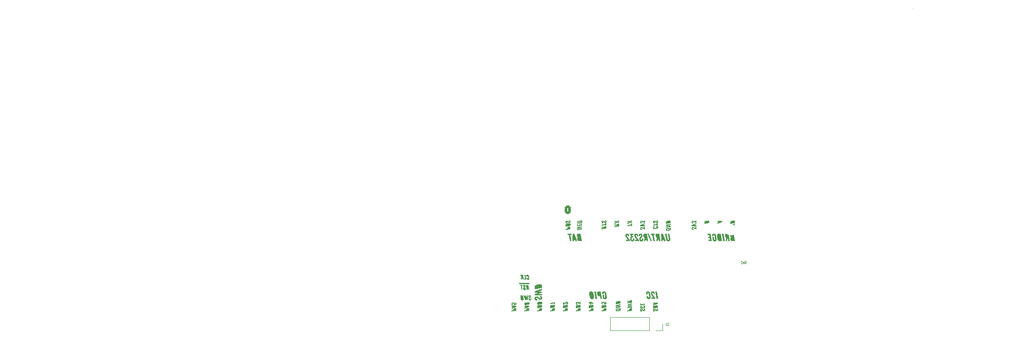
<source format=gbr>
%TF.GenerationSoftware,KiCad,Pcbnew,6.0.2-378541a8eb~116~ubuntu20.04.1*%
%TF.CreationDate,2022-02-24T19:36:24+01:00*%
%TF.ProjectId,Scale,5363616c-652e-46b6-9963-61645f706362,rev?*%
%TF.SameCoordinates,Original*%
%TF.FileFunction,Legend,Bot*%
%TF.FilePolarity,Positive*%
%FSLAX46Y46*%
G04 Gerber Fmt 4.6, Leading zero omitted, Abs format (unit mm)*
G04 Created by KiCad (PCBNEW 6.0.2-378541a8eb~116~ubuntu20.04.1) date 2022-02-24 19:36:24*
%MOMM*%
%LPD*%
G01*
G04 APERTURE LIST*
G04 Aperture macros list*
%AMRoundRect*
0 Rectangle with rounded corners*
0 $1 Rounding radius*
0 $2 $3 $4 $5 $6 $7 $8 $9 X,Y pos of 4 corners*
0 Add a 4 corners polygon primitive as box body*
4,1,4,$2,$3,$4,$5,$6,$7,$8,$9,$2,$3,0*
0 Add four circle primitives for the rounded corners*
1,1,$1+$1,$2,$3*
1,1,$1+$1,$4,$5*
1,1,$1+$1,$6,$7*
1,1,$1+$1,$8,$9*
0 Add four rect primitives between the rounded corners*
20,1,$1+$1,$2,$3,$4,$5,0*
20,1,$1+$1,$4,$5,$6,$7,0*
20,1,$1+$1,$6,$7,$8,$9,0*
20,1,$1+$1,$8,$9,$2,$3,0*%
%AMFreePoly0*
4,1,14,0.500000,0.990000,0.480000,0.970000,0.440000,0.920000,0.400000,0.860000,0.370000,0.810000,0.350000,0.760000,0.330000,0.700000,0.310000,0.620000,0.300000,0.510000,0.300000,-1.500000,-0.500000,-1.500000,-0.500000,2.300000,0.500000,2.400000,0.500000,0.990000,0.500000,0.990000,$1*%
%AMFreePoly1*
4,1,14,0.500000,2.300000,0.500000,-1.500000,-0.300000,-1.500000,-0.300000,0.510000,-0.310000,0.620000,-0.330000,0.700000,-0.350000,0.760000,-0.370000,0.810000,-0.400000,0.860000,-0.440000,0.920000,-0.480000,0.970000,-0.500000,0.990000,-0.500000,2.400000,0.500000,2.300000,0.500000,2.300000,$1*%
%AMFreePoly2*
4,1,5,0.500000,1.800000,0.500000,-1.800000,-0.500000,-1.800000,-0.500000,1.900000,0.500000,1.800000,0.500000,1.800000,$1*%
G04 Aperture macros list end*
%ADD10C,0.000000*%
%ADD11C,0.213786*%
%ADD12C,0.050000*%
%ADD13C,0.060000*%
%ADD14C,0.120000*%
%ADD15C,1.000000*%
%ADD16FreePoly0,270.000000*%
%ADD17FreePoly1,270.000000*%
%ADD18FreePoly2,270.000000*%
%ADD19O,1.050000X1.350000*%
%ADD20C,1.050000*%
%ADD21O,1.400000X0.800000*%
%ADD22O,3.000000X3.300000*%
%ADD23C,2.200000*%
%ADD24R,1.700000X1.700000*%
%ADD25O,1.700000X1.700000*%
%ADD26RoundRect,0.250000X-0.350000X-0.625000X0.350000X-0.625000X0.350000X0.625000X-0.350000X0.625000X0*%
%ADD27O,1.200000X1.750000*%
G04 APERTURE END LIST*
D10*
G36*
X119710167Y-50613736D02*
G01*
X119741211Y-50613736D01*
X119775078Y-50622202D01*
X119784958Y-50626436D01*
X119800476Y-50629258D01*
X119808945Y-50634902D01*
X119824471Y-50644780D01*
X119831524Y-50649013D01*
X119847046Y-50663124D01*
X119852688Y-50667358D01*
X119866802Y-50682880D01*
X119871033Y-50694169D01*
X119879501Y-50704047D01*
X119887970Y-50720980D01*
X119892201Y-50726624D01*
X119893612Y-50736502D01*
X119900669Y-50760491D01*
X119902081Y-50781658D01*
X119904900Y-50794358D01*
X119904900Y-50804235D01*
X119906315Y-50839513D01*
X119906315Y-50883258D01*
X119899258Y-50907246D01*
X119893612Y-50934058D01*
X119885143Y-50949580D01*
X119876679Y-50972157D01*
X119858334Y-50997557D01*
X119844219Y-51014491D01*
X119835758Y-51022957D01*
X119821644Y-51031424D01*
X119816002Y-51035657D01*
X119803303Y-51046946D01*
X119796246Y-51051180D01*
X119786366Y-51055413D01*
X119775078Y-51061057D01*
X119756733Y-51069524D01*
X119742622Y-51070935D01*
X119728508Y-51075169D01*
X119718628Y-51080813D01*
X119698872Y-51082224D01*
X119688995Y-51086457D01*
X119660774Y-51089280D01*
X119619854Y-51089280D01*
X119609974Y-51090691D01*
X119598686Y-51089280D01*
X119580341Y-51087869D01*
X119561997Y-51082224D01*
X119550709Y-51079402D01*
X119540833Y-51075169D01*
X119530956Y-51068113D01*
X119518257Y-51062469D01*
X119497089Y-51054002D01*
X119482979Y-51045535D01*
X119473103Y-51038480D01*
X119461815Y-51024369D01*
X119446293Y-51010257D01*
X119427948Y-50997557D01*
X119409607Y-50980624D01*
X119391262Y-50965102D01*
X119382793Y-50959458D01*
X119375736Y-50952402D01*
X119357391Y-50936880D01*
X119346104Y-50929824D01*
X119336227Y-50919946D01*
X119329174Y-50915713D01*
X119322117Y-50912891D01*
X119313648Y-50907246D01*
X119293892Y-50897369D01*
X119276962Y-50886080D01*
X119257206Y-50874791D01*
X119236038Y-50870558D01*
X119227570Y-50870558D01*
X119202168Y-50864913D01*
X119179588Y-50864913D01*
X119159832Y-50863502D01*
X119149956Y-50863502D01*
X119135845Y-50864913D01*
X119118912Y-50867735D01*
X119101982Y-50873380D01*
X119092106Y-50879024D01*
X119079407Y-50886080D01*
X119072350Y-50893135D01*
X119068115Y-50908658D01*
X119065292Y-50919946D01*
X119065292Y-50932646D01*
X119069527Y-50950991D01*
X119083637Y-50965102D01*
X119104805Y-50974980D01*
X119118916Y-50979213D01*
X119149960Y-50982035D01*
X119179592Y-50982035D01*
X119189468Y-50980624D01*
X119241680Y-50980624D01*
X119261437Y-50991913D01*
X119262848Y-51010257D01*
X119262848Y-51089280D01*
X119264259Y-51106213D01*
X119261437Y-51140080D01*
X119251556Y-51159835D01*
X119228981Y-51164068D01*
X119219105Y-51166891D01*
X119207817Y-51168302D01*
X119186649Y-51171124D01*
X119176773Y-51169713D01*
X119152786Y-51171124D01*
X119110455Y-51171124D01*
X119087875Y-51168302D01*
X119079414Y-51166891D01*
X119059658Y-51162657D01*
X119051189Y-51161246D01*
X119025787Y-51151368D01*
X119014500Y-51148546D01*
X118990513Y-51138668D01*
X118970757Y-51125968D01*
X118953827Y-51111857D01*
X118935482Y-51097746D01*
X118924194Y-51080813D01*
X118914318Y-51066702D01*
X118908672Y-51051180D01*
X118898796Y-51028601D01*
X118895973Y-51018724D01*
X118893150Y-51004613D01*
X118890324Y-50989091D01*
X118890324Y-50974980D01*
X118888912Y-50965102D01*
X118886070Y-50931235D01*
X118887482Y-50915713D01*
X118888893Y-50905835D01*
X118888893Y-50890313D01*
X118890305Y-50880435D01*
X118888893Y-50867735D01*
X118890305Y-50857858D01*
X118895950Y-50839513D01*
X118897362Y-50828224D01*
X118904419Y-50807058D01*
X118910061Y-50798591D01*
X118914291Y-50781658D01*
X118924172Y-50768958D01*
X118932636Y-50754847D01*
X118942516Y-50743558D01*
X118948162Y-50736502D01*
X118960861Y-50725213D01*
X118966507Y-50718158D01*
X118980618Y-50711102D01*
X118986260Y-50702635D01*
X119010250Y-50689935D01*
X119030006Y-50682880D01*
X119042706Y-50680058D01*
X119053993Y-50677236D01*
X119072338Y-50671591D01*
X119093506Y-50671591D01*
X119101975Y-50670180D01*
X119121731Y-50665947D01*
X119161240Y-50665947D01*
X119171116Y-50664536D01*
X119180996Y-50665947D01*
X119189461Y-50664536D01*
X119209217Y-50663124D01*
X119217686Y-50665947D01*
X119241673Y-50673002D01*
X119251549Y-50674413D01*
X119262837Y-50675824D01*
X119272717Y-50677236D01*
X119302349Y-50685702D01*
X119320694Y-50694169D01*
X119348919Y-50705458D01*
X119355972Y-50706869D01*
X119371494Y-50719569D01*
X119395481Y-50729447D01*
X119412415Y-50746380D01*
X119425114Y-50753435D01*
X119439224Y-50766135D01*
X119446281Y-50770369D01*
X119450516Y-50777424D01*
X119458981Y-50781658D01*
X119470268Y-50795769D01*
X119475914Y-50804235D01*
X119482967Y-50809880D01*
X119494259Y-50815524D01*
X119501312Y-50822580D01*
X119509781Y-50828224D01*
X119532356Y-50846569D01*
X119552113Y-50862091D01*
X119570458Y-50871969D01*
X119581745Y-50877613D01*
X119601502Y-50888902D01*
X119628311Y-50898780D01*
X119638187Y-50900191D01*
X119656532Y-50900191D01*
X119676289Y-50898780D01*
X119690399Y-50894546D01*
X119700275Y-50893135D01*
X119714390Y-50887491D01*
X119724270Y-50883258D01*
X119734150Y-50876202D01*
X119741203Y-50860680D01*
X119746849Y-50843746D01*
X119744026Y-50825402D01*
X119732739Y-50811291D01*
X119720036Y-50798591D01*
X119711571Y-50794358D01*
X119694637Y-50791535D01*
X119662182Y-50791535D01*
X119618439Y-50795769D01*
X119607147Y-50798591D01*
X119588806Y-50797180D01*
X119578930Y-50785891D01*
X119578930Y-50766135D01*
X119577519Y-50746380D01*
X119577519Y-50667358D01*
X119578930Y-50641958D01*
X119587399Y-50625024D01*
X119618443Y-50619380D01*
X119657951Y-50613736D01*
X119681942Y-50612324D01*
X119710167Y-50613736D01*
G37*
G36*
X119889370Y-51117501D02*
G01*
X119892189Y-51130201D01*
X119893601Y-51149956D01*
X119893601Y-51237445D01*
X119895012Y-51250145D01*
X119893601Y-51279778D01*
X119895012Y-51300945D01*
X119893601Y-51391256D01*
X119893601Y-51422300D01*
X119895012Y-51432178D01*
X119895012Y-51536600D01*
X119893601Y-51546478D01*
X119893601Y-51556356D01*
X119895012Y-51563411D01*
X119895012Y-51600100D01*
X119893601Y-51609978D01*
X119883724Y-51622678D01*
X119868206Y-51629733D01*
X119859737Y-51631145D01*
X119839981Y-51631145D01*
X119831513Y-51635378D01*
X119813168Y-51641022D01*
X119793411Y-51642433D01*
X119784950Y-51645256D01*
X119765194Y-51650900D01*
X119755318Y-51649489D01*
X119744030Y-51649489D01*
X119732742Y-51653722D01*
X119715805Y-51656545D01*
X119703106Y-51652311D01*
X119698872Y-51639611D01*
X119698872Y-51628321D01*
X119697460Y-51614211D01*
X119697460Y-51601511D01*
X119698872Y-51591633D01*
X119697460Y-51571878D01*
X119697460Y-51495678D01*
X119674885Y-51497089D01*
X119653717Y-51499911D01*
X119643841Y-51502734D01*
X119625496Y-51506967D01*
X119617027Y-51506967D01*
X119607147Y-51508378D01*
X119598682Y-51508378D01*
X119590214Y-51509789D01*
X119567638Y-51516845D01*
X119557758Y-51519667D01*
X119547878Y-51521078D01*
X119536591Y-51521078D01*
X119529533Y-51523900D01*
X119515423Y-51523900D01*
X119499897Y-51530956D01*
X119490021Y-51529545D01*
X119468853Y-51533778D01*
X119460384Y-51536600D01*
X119450508Y-51536600D01*
X119442040Y-51542245D01*
X119432163Y-51545067D01*
X119419464Y-51545067D01*
X119405354Y-51549300D01*
X119385597Y-51549300D01*
X119377129Y-51552122D01*
X119360195Y-51559178D01*
X119350319Y-51556356D01*
X119340439Y-51559178D01*
X119319267Y-51564822D01*
X119299515Y-51571878D01*
X119289639Y-51574700D01*
X119279759Y-51576111D01*
X119265644Y-51573289D01*
X119251534Y-51580345D01*
X119231777Y-51581756D01*
X119223309Y-51584578D01*
X119204964Y-51587400D01*
X119195087Y-51588811D01*
X119185211Y-51591633D01*
X119164043Y-51595867D01*
X119147114Y-51600100D01*
X119135826Y-51600100D01*
X119106194Y-51607156D01*
X119094906Y-51605745D01*
X119085030Y-51607156D01*
X119065273Y-51614211D01*
X119055397Y-51614211D01*
X119035641Y-51615622D01*
X119027172Y-51618445D01*
X119006004Y-51619856D01*
X118996124Y-51622678D01*
X118966492Y-51632556D01*
X118936863Y-51633967D01*
X118915691Y-51636789D01*
X118904404Y-51624089D01*
X118904404Y-51614211D01*
X118900181Y-51601511D01*
X118904411Y-51584578D01*
X118904411Y-51461811D01*
X118911469Y-51444878D01*
X118919933Y-51442056D01*
X118939690Y-51437822D01*
X118959446Y-51435000D01*
X118998959Y-51426534D01*
X119030003Y-51419478D01*
X119041290Y-51420889D01*
X119061047Y-51416656D01*
X119072334Y-51413834D01*
X119101967Y-51406778D01*
X119120308Y-51402545D01*
X119130188Y-51401134D01*
X119148533Y-51395489D01*
X119171108Y-51391256D01*
X119190865Y-51387023D01*
X119200741Y-51388434D01*
X119209210Y-51387023D01*
X119219086Y-51385611D01*
X119236015Y-51379967D01*
X119245892Y-51378556D01*
X119254356Y-51375734D01*
X119262825Y-51374323D01*
X119276936Y-51374323D01*
X119289639Y-51371500D01*
X119310806Y-51367267D01*
X119330563Y-51363034D01*
X119339027Y-51363034D01*
X119347496Y-51360211D01*
X119367252Y-51358800D01*
X119377132Y-51353156D01*
X119394066Y-51348923D01*
X119412411Y-51347511D01*
X119422283Y-51347511D01*
X119430752Y-51343278D01*
X119450508Y-51339045D01*
X119460384Y-51336222D01*
X119481552Y-51333400D01*
X119498486Y-51326345D01*
X119508366Y-51326345D01*
X119516834Y-51324934D01*
X119533764Y-51323523D01*
X119542233Y-51323523D01*
X119560577Y-51317878D01*
X119580334Y-51310823D01*
X119587391Y-51313645D01*
X119598679Y-51308000D01*
X119624077Y-51302356D01*
X119633957Y-51300945D01*
X119652302Y-51298123D01*
X119660770Y-51295300D01*
X119669235Y-51295300D01*
X119679112Y-51291067D01*
X119687580Y-51292478D01*
X119697460Y-51289656D01*
X119698872Y-51276956D01*
X119697460Y-51217689D01*
X119697460Y-51203578D01*
X119698872Y-51190878D01*
X119698872Y-51173945D01*
X119697460Y-51161245D01*
X119698872Y-51147134D01*
X119711575Y-51141489D01*
X119731331Y-51140078D01*
X119741203Y-51137256D01*
X119759548Y-51131612D01*
X119776482Y-51130201D01*
X119784950Y-51128789D01*
X119794827Y-51125967D01*
X119811756Y-51123145D01*
X119820221Y-51123145D01*
X119830101Y-51120323D01*
X119838570Y-51118912D01*
X119848446Y-51118912D01*
X119859734Y-51116089D01*
X119869614Y-51114678D01*
X119878082Y-51114678D01*
X119889370Y-51117501D01*
G37*
G36*
X119718628Y-51736977D02*
G01*
X119728508Y-51736977D01*
X119755322Y-51739799D01*
X119777901Y-51744032D01*
X119797657Y-51753910D01*
X119814591Y-51763788D01*
X119821644Y-51769432D01*
X119830113Y-51776488D01*
X119835758Y-51782132D01*
X119845635Y-51799065D01*
X119849869Y-51806121D01*
X119854099Y-51814588D01*
X119862568Y-51827288D01*
X119865391Y-51837165D01*
X119871033Y-51849865D01*
X119878090Y-51865388D01*
X119880909Y-51876676D01*
X119880909Y-51899254D01*
X119883732Y-51914776D01*
X119885143Y-51935942D01*
X119887970Y-51954287D01*
X119887970Y-51966987D01*
X119890789Y-51988154D01*
X119893612Y-51999443D01*
X119892201Y-52013554D01*
X119890789Y-52023432D01*
X119890789Y-52084110D01*
X119892201Y-52168776D01*
X119892201Y-52188532D01*
X119889381Y-52202643D01*
X119878094Y-52212521D01*
X119871037Y-52218165D01*
X119855518Y-52216754D01*
X119844231Y-52222398D01*
X119832939Y-52222398D01*
X119823067Y-52223809D01*
X119811775Y-52225221D01*
X119772266Y-52230865D01*
X119749683Y-52235098D01*
X119732754Y-52239332D01*
X119722878Y-52242154D01*
X119714409Y-52242154D01*
X119696064Y-52243565D01*
X119687595Y-52243565D01*
X119679131Y-52244976D01*
X119659374Y-52249209D01*
X119636799Y-52253443D01*
X119617043Y-52257676D01*
X119608574Y-52259087D01*
X119588818Y-52260498D01*
X119571884Y-52266143D01*
X119563416Y-52267554D01*
X119553539Y-52267554D01*
X119545075Y-52268965D01*
X119526730Y-52271787D01*
X119516853Y-52273198D01*
X119508385Y-52274609D01*
X119498509Y-52274609D01*
X119468876Y-52281665D01*
X119457588Y-52281665D01*
X119437832Y-52284487D01*
X119419491Y-52287309D01*
X119411022Y-52288721D01*
X119395500Y-52291543D01*
X119385624Y-52294365D01*
X119377155Y-52294365D01*
X119368691Y-52298598D01*
X119358814Y-52301421D01*
X119341881Y-52302831D01*
X119333412Y-52301421D01*
X119324947Y-52304243D01*
X119315067Y-52311298D01*
X119302368Y-52311298D01*
X119291081Y-52312709D01*
X119281204Y-52314121D01*
X119261448Y-52319765D01*
X119250160Y-52319765D01*
X119228993Y-52321176D01*
X119214882Y-52323998D01*
X119202183Y-52323998D01*
X119176781Y-52331054D01*
X119155613Y-52331054D01*
X119144325Y-52336698D01*
X119133038Y-52335287D01*
X119123158Y-52336698D01*
X119111870Y-52339520D01*
X119092114Y-52340932D01*
X119080826Y-52345165D01*
X119070950Y-52343754D01*
X119059662Y-52347987D01*
X119049782Y-52347987D01*
X119030026Y-52352220D01*
X119020149Y-52353632D01*
X119011681Y-52353632D01*
X119001804Y-52357865D01*
X118991924Y-52357865D01*
X118983456Y-52360687D01*
X118973579Y-52360687D01*
X118958061Y-52362098D01*
X118943951Y-52363509D01*
X118929836Y-52367743D01*
X118917137Y-52367743D01*
X118908669Y-52364920D01*
X118905846Y-52352220D01*
X118903023Y-52308476D01*
X118903023Y-52290132D01*
X118901589Y-52239332D01*
X118903000Y-52228043D01*
X118904411Y-52206876D01*
X118905827Y-52194176D01*
X118904411Y-52180065D01*
X118917114Y-52175832D01*
X118926991Y-52171598D01*
X118943920Y-52170187D01*
X118953796Y-52168776D01*
X118962265Y-52168776D01*
X118972141Y-52167365D01*
X118990486Y-52165954D01*
X118998951Y-52165954D01*
X119008827Y-52163132D01*
X119017296Y-52164543D01*
X119037052Y-52160310D01*
X119048340Y-52160310D01*
X119056809Y-52157487D01*
X119068096Y-52156076D01*
X119097729Y-52150432D01*
X119109016Y-52147610D01*
X119138649Y-52147610D01*
X119149937Y-52141965D01*
X119169693Y-52139143D01*
X119178158Y-52139143D01*
X119197914Y-52136321D01*
X119216255Y-52129265D01*
X119240246Y-52129265D01*
X119269878Y-52125032D01*
X119281166Y-52123621D01*
X119300922Y-52119387D01*
X119309387Y-52116565D01*
X119315033Y-52115154D01*
X119313622Y-52105276D01*
X119307976Y-52099632D01*
X119296688Y-52093987D01*
X119285400Y-52091165D01*
X119274113Y-52085521D01*
X119260002Y-52082698D01*
X119240246Y-52078465D01*
X119233189Y-52075643D01*
X119213432Y-52074232D01*
X119195087Y-52068587D01*
X119176746Y-52065765D01*
X119166870Y-52062943D01*
X119149937Y-52057298D01*
X119140060Y-52055887D01*
X119114662Y-52047421D01*
X119097729Y-52047421D01*
X119083618Y-52041776D01*
X119068092Y-52037543D01*
X119058212Y-52036132D01*
X119049744Y-52031899D01*
X119039867Y-52031899D01*
X119029987Y-52027665D01*
X119011646Y-52024843D01*
X119007412Y-52022021D01*
X118996124Y-52017787D01*
X118984837Y-52017787D01*
X118963669Y-52009321D01*
X118948147Y-52005087D01*
X118941090Y-52002265D01*
X118924156Y-51998032D01*
X118917103Y-51995210D01*
X118904400Y-51982510D01*
X118902989Y-51974043D01*
X118904400Y-51961343D01*
X118904400Y-51950054D01*
X118905811Y-51934532D01*
X118905811Y-51916187D01*
X118910046Y-51879499D01*
X118914276Y-51849865D01*
X118914276Y-51831521D01*
X118917103Y-51815999D01*
X118918514Y-51808943D01*
X118936855Y-51804710D01*
X118963669Y-51814588D01*
X118976368Y-51817410D01*
X118986244Y-51818821D01*
X119003182Y-51820232D01*
X119027168Y-51830110D01*
X119046925Y-51832932D01*
X119097725Y-51848454D01*
X119116070Y-51851276D01*
X119137238Y-51858332D01*
X119145706Y-51858332D01*
X119164047Y-51863976D01*
X119175339Y-51866799D01*
X119185211Y-51871032D01*
X119204968Y-51873854D01*
X119213436Y-51876676D01*
X119231781Y-51880910D01*
X119240246Y-51885143D01*
X119258591Y-51887965D01*
X119269878Y-51889376D01*
X119278343Y-51895021D01*
X119296688Y-51897843D01*
X119309387Y-51897843D01*
X119330559Y-51904898D01*
X119341847Y-51909132D01*
X119354546Y-51909132D01*
X119355957Y-51899254D01*
X119365837Y-51879499D01*
X119384182Y-51851276D01*
X119405350Y-51831521D01*
X119412407Y-51824465D01*
X119430748Y-51808943D01*
X119439217Y-51804710D01*
X119457562Y-51793421D01*
X119470261Y-51787776D01*
X119480141Y-51783543D01*
X119498486Y-51770843D01*
X119515423Y-51763788D01*
X119525295Y-51759554D01*
X119533764Y-51756732D01*
X119543644Y-51753910D01*
X119560577Y-51748265D01*
X119574688Y-51744032D01*
X119597267Y-51741210D01*
X119619846Y-51736977D01*
X119629726Y-51736977D01*
X119650894Y-51738388D01*
X119660774Y-51736977D01*
X119680531Y-51732743D01*
X119691818Y-51732743D01*
X119718628Y-51736977D01*
G37*
G36*
X119669224Y-51933121D02*
G01*
X119698856Y-51937354D01*
X119711556Y-51944410D01*
X119721436Y-51954287D01*
X119728493Y-51966987D01*
X119732731Y-51998032D01*
X119734142Y-52031899D01*
X119729908Y-52044599D01*
X119714390Y-52048832D01*
X119704510Y-52053065D01*
X119681934Y-52055887D01*
X119660767Y-52057298D01*
X119642422Y-52058710D01*
X119631134Y-52061532D01*
X119608559Y-52065765D01*
X119598682Y-52065765D01*
X119577515Y-52068587D01*
X119564812Y-52072821D01*
X119552113Y-52071410D01*
X119539414Y-52074232D01*
X119516838Y-52078465D01*
X119506958Y-52079876D01*
X119497078Y-52078465D01*
X119485790Y-52079876D01*
X119482964Y-52055887D01*
X119482964Y-52033310D01*
X119487198Y-52016376D01*
X119492840Y-52007910D01*
X119501309Y-51993799D01*
X119506954Y-51983921D01*
X119518242Y-51974043D01*
X119526711Y-51968399D01*
X119535172Y-51958521D01*
X119553516Y-51951465D01*
X119564804Y-51948643D01*
X119573273Y-51947232D01*
X119593029Y-51937354D01*
X119604317Y-51937354D01*
X119615604Y-51933121D01*
X119638180Y-51931710D01*
X119669224Y-51933121D01*
G37*
G36*
X122426575Y-50555882D02*
G01*
X122432217Y-50564348D01*
X122432217Y-50593981D01*
X122429398Y-50601037D01*
X122432221Y-50610915D01*
X122429398Y-50637726D01*
X122429398Y-50647604D01*
X122432221Y-50663126D01*
X122429398Y-50678648D01*
X122432221Y-50689937D01*
X122432221Y-50729448D01*
X122426579Y-50749204D01*
X122419521Y-50754848D01*
X122412464Y-50759081D01*
X122395535Y-50766137D01*
X122385655Y-50773192D01*
X122375778Y-50774604D01*
X122367310Y-50778837D01*
X122358841Y-50784481D01*
X122348965Y-50787304D01*
X122340496Y-50792948D01*
X122322151Y-50800004D01*
X122313686Y-50804237D01*
X122305218Y-50809881D01*
X122298161Y-50812704D01*
X122289692Y-50818348D01*
X122219135Y-50853626D01*
X122205025Y-50859270D01*
X122197968Y-50864915D01*
X122189503Y-50867737D01*
X122173981Y-50879026D01*
X122154224Y-50887492D01*
X122137295Y-50894548D01*
X122133061Y-50897370D01*
X122133061Y-50901603D01*
X122154228Y-50904426D01*
X122166927Y-50908659D01*
X122188099Y-50911481D01*
X122199387Y-50915715D01*
X122214909Y-50918537D01*
X122229019Y-50921359D01*
X122244541Y-50924181D01*
X122254421Y-50929826D01*
X122265709Y-50932648D01*
X122275589Y-50934059D01*
X122296757Y-50936881D01*
X122308045Y-50942526D01*
X122316513Y-50943937D01*
X122337681Y-50949581D01*
X122346150Y-50949581D01*
X122356030Y-50952403D01*
X122364498Y-50953815D01*
X122385662Y-50959459D01*
X122395542Y-50963692D01*
X122412472Y-50966515D01*
X122425175Y-50969337D01*
X122429405Y-50976392D01*
X122429405Y-50993326D01*
X122430817Y-51003203D01*
X122430817Y-51022959D01*
X122429405Y-51035659D01*
X122432228Y-51049770D01*
X122432228Y-51069526D01*
X122430817Y-51086459D01*
X122430817Y-51149959D01*
X122429405Y-51161248D01*
X122416706Y-51172537D01*
X122408238Y-51172537D01*
X122398357Y-51171125D01*
X122387070Y-51166892D01*
X122377194Y-51162659D01*
X122356026Y-51157014D01*
X122346150Y-51154192D01*
X122326393Y-51145725D01*
X122306637Y-51140081D01*
X122288292Y-51134437D01*
X122279823Y-51131614D01*
X122261482Y-51127381D01*
X122253014Y-51124559D01*
X122233257Y-51116092D01*
X122221970Y-51113270D01*
X122212093Y-51109037D01*
X122200806Y-51106214D01*
X122181049Y-51100570D01*
X122171173Y-51096337D01*
X122159885Y-51093514D01*
X122140129Y-51087869D01*
X122128841Y-51082226D01*
X122118965Y-51077992D01*
X122099209Y-51073759D01*
X122090740Y-51072347D01*
X122070984Y-51065292D01*
X122049816Y-51062470D01*
X122039940Y-51058237D01*
X122018772Y-51051181D01*
X122008892Y-51049770D01*
X121999012Y-51045537D01*
X121977844Y-51038481D01*
X121958088Y-51051181D01*
X121939747Y-51058237D01*
X121932690Y-51062470D01*
X121924221Y-51066703D01*
X121917164Y-51070937D01*
X121901646Y-51082226D01*
X121893177Y-51085048D01*
X121884708Y-51090692D01*
X121877651Y-51094926D01*
X121852253Y-51107626D01*
X121842373Y-51111859D01*
X121833904Y-51117503D01*
X121825436Y-51121737D01*
X121807095Y-51130203D01*
X121797215Y-51135848D01*
X121790157Y-51141492D01*
X121773224Y-51152781D01*
X121756294Y-51162659D01*
X121749237Y-51168303D01*
X121740768Y-51172537D01*
X121732300Y-51175359D01*
X121723839Y-51182414D01*
X121713959Y-51185237D01*
X121697025Y-51192292D01*
X121688557Y-51196525D01*
X121664570Y-51209225D01*
X121656101Y-51217692D01*
X121649044Y-51220514D01*
X121640575Y-51226159D01*
X121625053Y-51231803D01*
X121616585Y-51236037D01*
X121608116Y-51238859D01*
X121591183Y-51248737D01*
X121582718Y-51252970D01*
X121574249Y-51258614D01*
X121565781Y-51262848D01*
X121550263Y-51271314D01*
X121541798Y-51275548D01*
X121510754Y-51292481D01*
X121493820Y-51299536D01*
X121475475Y-51310825D01*
X121450077Y-51313648D01*
X121444431Y-51298125D01*
X121444431Y-51272725D01*
X121445847Y-51250148D01*
X121444431Y-51228981D01*
X121444431Y-51206403D01*
X121443020Y-51192292D01*
X121443020Y-51159837D01*
X121444431Y-51140081D01*
X121445847Y-51124559D01*
X121458546Y-51116092D01*
X121471245Y-51110448D01*
X121479714Y-51104803D01*
X121498058Y-51096337D01*
X121509346Y-51092103D01*
X121516399Y-51087869D01*
X121533333Y-51079403D01*
X121541802Y-51076581D01*
X121558735Y-51068114D01*
X121568611Y-51063881D01*
X121585545Y-51054003D01*
X121595421Y-51049770D01*
X121612354Y-51039892D01*
X121620823Y-51035659D01*
X121630699Y-51031426D01*
X121664566Y-51010259D01*
X121671619Y-51006026D01*
X121680084Y-51000381D01*
X121687141Y-50998970D01*
X121695610Y-50993326D01*
X121712540Y-50983448D01*
X121735119Y-50972159D01*
X121743580Y-50966515D01*
X121744991Y-50962281D01*
X121728062Y-50956637D01*
X121715363Y-50953815D01*
X121695606Y-50949581D01*
X121685726Y-50945348D01*
X121673023Y-50943937D01*
X121656094Y-50939703D01*
X121647629Y-50936881D01*
X121629284Y-50934059D01*
X121599651Y-50925592D01*
X121581310Y-50921359D01*
X121561554Y-50917126D01*
X121540386Y-50911481D01*
X121516396Y-50907248D01*
X121506516Y-50903015D01*
X121495228Y-50901603D01*
X121478298Y-50900192D01*
X121467011Y-50897370D01*
X121459953Y-50893137D01*
X121452896Y-50891726D01*
X121443020Y-50887492D01*
X121440182Y-50879026D01*
X121443005Y-50856448D01*
X121443005Y-50823992D01*
X121444416Y-50770370D01*
X121443005Y-50746381D01*
X121444416Y-50736504D01*
X121444416Y-50718159D01*
X121447239Y-50699815D01*
X121454292Y-50689937D01*
X121478283Y-50695581D01*
X121488155Y-50698404D01*
X121498035Y-50705458D01*
X121507916Y-50708281D01*
X121530495Y-50711104D01*
X121550247Y-50716748D01*
X121558716Y-50720980D01*
X121571419Y-50723804D01*
X121586941Y-50725215D01*
X121595409Y-50726626D01*
X121613754Y-50735092D01*
X121622223Y-50735092D01*
X121632099Y-50737915D01*
X121650444Y-50743559D01*
X121658913Y-50746381D01*
X121668789Y-50749204D01*
X121689957Y-50754848D01*
X121719589Y-50763315D01*
X121728058Y-50766137D01*
X121740757Y-50768959D01*
X121760513Y-50774604D01*
X121780270Y-50778837D01*
X121791557Y-50783070D01*
X121809902Y-50787304D01*
X121821190Y-50790126D01*
X121832478Y-50794359D01*
X121842358Y-50795770D01*
X121853645Y-50797181D01*
X121871990Y-50802826D01*
X121881870Y-50804237D01*
X121903038Y-50808470D01*
X121927025Y-50814115D01*
X121942551Y-50816937D01*
X121953838Y-50815526D01*
X121970768Y-50802826D01*
X121993347Y-50791537D01*
X122001812Y-50785892D01*
X122028626Y-50770370D01*
X122054024Y-50753437D01*
X122068138Y-50744970D01*
X122083660Y-50737915D01*
X122090717Y-50733681D01*
X122106239Y-50723804D01*
X122131641Y-50708281D01*
X122147163Y-50701226D01*
X122162685Y-50691348D01*
X122175385Y-50688526D01*
X122190910Y-50678648D01*
X122200790Y-50673004D01*
X122207844Y-50667359D01*
X122219132Y-50658893D01*
X122233246Y-50651837D01*
X122247356Y-50643370D01*
X122261471Y-50637726D01*
X122271343Y-50633493D01*
X122278400Y-50623615D01*
X122291100Y-50619381D01*
X122299568Y-50615148D01*
X122305214Y-50610915D01*
X122322144Y-50601037D01*
X122339077Y-50593981D01*
X122346134Y-50589748D01*
X122356014Y-50581281D01*
X122364483Y-50577048D01*
X122372948Y-50574226D01*
X122382828Y-50568582D01*
X122391296Y-50565759D01*
X122401173Y-50562937D01*
X122416695Y-50554470D01*
X122426575Y-50555882D01*
G37*
G36*
X122258629Y-51299534D02*
G01*
X122268509Y-51299534D01*
X122295322Y-51302356D01*
X122317902Y-51306590D01*
X122337658Y-51316467D01*
X122354588Y-51326345D01*
X122361645Y-51331990D01*
X122370113Y-51339045D01*
X122375755Y-51344690D01*
X122385632Y-51361623D01*
X122389870Y-51368679D01*
X122394100Y-51377145D01*
X122402569Y-51389845D01*
X122405388Y-51399723D01*
X122411034Y-51412423D01*
X122418091Y-51427945D01*
X122420910Y-51439234D01*
X122420910Y-51461812D01*
X122423733Y-51477334D01*
X122425144Y-51498501D01*
X122427971Y-51516845D01*
X122427971Y-51529545D01*
X122430790Y-51550712D01*
X122433613Y-51562001D01*
X122432201Y-51576112D01*
X122430790Y-51585990D01*
X122430790Y-51646667D01*
X122432201Y-51731334D01*
X122432201Y-51751089D01*
X122429382Y-51765200D01*
X122418095Y-51775078D01*
X122411038Y-51780723D01*
X122395516Y-51779312D01*
X122384228Y-51784956D01*
X122372940Y-51784956D01*
X122363064Y-51786367D01*
X122351776Y-51787778D01*
X122312264Y-51793423D01*
X122289684Y-51797656D01*
X122272755Y-51801889D01*
X122262878Y-51804712D01*
X122254410Y-51804712D01*
X122236065Y-51806123D01*
X122227596Y-51806123D01*
X122219128Y-51807534D01*
X122199371Y-51811767D01*
X122176796Y-51816000D01*
X122157040Y-51820234D01*
X122148575Y-51821645D01*
X122128819Y-51823056D01*
X122111885Y-51828700D01*
X122103417Y-51830112D01*
X122093540Y-51830112D01*
X122085072Y-51831523D01*
X122066731Y-51834345D01*
X122056854Y-51835756D01*
X122048386Y-51837167D01*
X122038509Y-51837167D01*
X122008877Y-51844223D01*
X121997589Y-51844223D01*
X121977833Y-51847045D01*
X121959488Y-51849867D01*
X121951019Y-51851278D01*
X121935501Y-51854100D01*
X121925625Y-51856923D01*
X121917156Y-51856923D01*
X121908688Y-51861156D01*
X121898811Y-51863978D01*
X121881882Y-51865389D01*
X121873413Y-51863978D01*
X121864948Y-51866800D01*
X121855068Y-51873856D01*
X121842369Y-51873856D01*
X121831081Y-51875267D01*
X121821205Y-51876678D01*
X121801449Y-51882323D01*
X121790161Y-51882323D01*
X121768993Y-51883734D01*
X121754883Y-51886556D01*
X121742180Y-51886556D01*
X121716782Y-51893611D01*
X121695614Y-51893611D01*
X121684326Y-51899256D01*
X121673039Y-51897845D01*
X121663158Y-51899256D01*
X121651871Y-51902078D01*
X121632114Y-51903489D01*
X121620827Y-51907723D01*
X121610951Y-51906311D01*
X121599663Y-51910545D01*
X121589783Y-51910545D01*
X121570026Y-51914778D01*
X121560150Y-51916189D01*
X121551682Y-51916189D01*
X121541805Y-51920423D01*
X121531925Y-51920423D01*
X121523457Y-51923245D01*
X121513580Y-51923245D01*
X121498062Y-51924656D01*
X121483948Y-51926067D01*
X121469837Y-51930300D01*
X121457138Y-51930300D01*
X121448670Y-51927478D01*
X121445847Y-51914778D01*
X121443020Y-51871034D01*
X121443020Y-51852689D01*
X121441589Y-51801889D01*
X121443001Y-51790600D01*
X121444412Y-51769434D01*
X121445824Y-51756734D01*
X121444412Y-51742623D01*
X121457111Y-51738389D01*
X121466988Y-51734156D01*
X121483921Y-51732745D01*
X121493797Y-51731334D01*
X121502266Y-51731334D01*
X121512142Y-51729923D01*
X121530483Y-51728512D01*
X121538948Y-51728512D01*
X121548828Y-51725689D01*
X121557297Y-51727101D01*
X121577053Y-51722867D01*
X121588341Y-51722867D01*
X121596809Y-51720045D01*
X121608097Y-51718634D01*
X121637730Y-51712989D01*
X121649017Y-51710167D01*
X121678650Y-51710167D01*
X121689938Y-51704523D01*
X121709694Y-51701701D01*
X121718159Y-51701701D01*
X121737911Y-51698878D01*
X121756256Y-51691823D01*
X121780247Y-51691823D01*
X121809876Y-51687589D01*
X121821163Y-51686178D01*
X121840920Y-51681945D01*
X121849388Y-51679123D01*
X121855034Y-51677712D01*
X121853623Y-51667834D01*
X121847977Y-51662189D01*
X121836689Y-51656545D01*
X121825401Y-51653723D01*
X121814114Y-51648078D01*
X121799999Y-51645256D01*
X121780247Y-51641023D01*
X121773190Y-51638201D01*
X121753433Y-51636789D01*
X121735088Y-51631145D01*
X121716744Y-51628323D01*
X121706867Y-51625501D01*
X121689938Y-51619856D01*
X121680061Y-51618445D01*
X121654659Y-51609978D01*
X121637730Y-51609978D01*
X121623615Y-51604334D01*
X121608093Y-51600101D01*
X121598213Y-51598689D01*
X121589745Y-51594456D01*
X121579868Y-51594456D01*
X121569988Y-51590223D01*
X121551643Y-51587401D01*
X121547413Y-51584578D01*
X121536125Y-51580345D01*
X121524838Y-51580345D01*
X121503670Y-51571878D01*
X121488144Y-51567645D01*
X121481091Y-51564823D01*
X121464157Y-51560590D01*
X121457100Y-51557767D01*
X121444401Y-51545067D01*
X121442989Y-51536601D01*
X121444401Y-51523901D01*
X121444401Y-51512612D01*
X121445812Y-51497090D01*
X121445812Y-51478745D01*
X121450047Y-51442056D01*
X121454277Y-51412423D01*
X121454277Y-51394079D01*
X121457100Y-51378556D01*
X121458511Y-51371501D01*
X121476856Y-51367267D01*
X121503670Y-51377145D01*
X121516369Y-51379967D01*
X121526245Y-51381379D01*
X121543182Y-51382790D01*
X121567169Y-51392667D01*
X121586926Y-51395490D01*
X121637726Y-51411012D01*
X121656071Y-51413834D01*
X121677239Y-51420890D01*
X121685703Y-51420890D01*
X121704048Y-51426534D01*
X121715336Y-51429356D01*
X121725212Y-51433590D01*
X121744968Y-51436412D01*
X121753437Y-51439234D01*
X121771782Y-51443467D01*
X121780247Y-51447701D01*
X121798588Y-51450523D01*
X121809876Y-51451934D01*
X121818344Y-51457578D01*
X121836689Y-51460401D01*
X121849388Y-51460401D01*
X121870556Y-51467456D01*
X121881844Y-51471690D01*
X121894547Y-51471690D01*
X121895958Y-51461812D01*
X121905838Y-51442056D01*
X121924183Y-51413834D01*
X121945351Y-51394079D01*
X121952404Y-51387023D01*
X121970749Y-51371501D01*
X121979218Y-51367267D01*
X121997562Y-51355979D01*
X122010262Y-51350334D01*
X122020142Y-51346101D01*
X122038487Y-51333401D01*
X122055420Y-51326345D01*
X122065296Y-51322112D01*
X122073765Y-51319290D01*
X122083645Y-51316467D01*
X122100578Y-51310823D01*
X122114689Y-51306590D01*
X122137268Y-51303768D01*
X122159844Y-51299534D01*
X122169724Y-51299534D01*
X122190891Y-51300945D01*
X122200771Y-51299534D01*
X122220528Y-51295301D01*
X122231815Y-51295301D01*
X122258629Y-51299534D01*
G37*
G36*
X122209225Y-51495678D02*
G01*
X122238857Y-51499912D01*
X122251556Y-51506967D01*
X122261437Y-51516845D01*
X122268494Y-51529545D01*
X122272728Y-51560590D01*
X122274139Y-51594456D01*
X122269909Y-51607156D01*
X122254391Y-51611389D01*
X122244511Y-51615623D01*
X122221932Y-51618445D01*
X122200764Y-51619856D01*
X122182423Y-51621267D01*
X122171135Y-51624089D01*
X122148556Y-51628323D01*
X122138680Y-51628323D01*
X122117512Y-51631145D01*
X122104813Y-51635378D01*
X122092114Y-51633967D01*
X122079414Y-51636789D01*
X122056835Y-51641023D01*
X122046959Y-51642434D01*
X122037079Y-51641023D01*
X122025787Y-51642434D01*
X122022965Y-51618445D01*
X122022965Y-51595867D01*
X122027199Y-51578934D01*
X122032841Y-51570467D01*
X122041309Y-51556356D01*
X122046951Y-51546478D01*
X122058243Y-51536601D01*
X122066708Y-51530956D01*
X122075172Y-51521078D01*
X122093517Y-51514023D01*
X122104805Y-51511201D01*
X122113274Y-51509790D01*
X122133030Y-51499912D01*
X122144318Y-51499912D01*
X122155605Y-51495678D01*
X122178181Y-51494267D01*
X122209225Y-51495678D01*
G37*
G36*
X124966572Y-50555880D02*
G01*
X124972218Y-50564347D01*
X124972218Y-50593980D01*
X124969399Y-50601036D01*
X124972221Y-50610914D01*
X124969399Y-50637725D01*
X124969399Y-50647603D01*
X124972221Y-50663125D01*
X124969399Y-50678647D01*
X124972221Y-50689936D01*
X124972221Y-50729447D01*
X124966576Y-50749203D01*
X124959522Y-50754847D01*
X124952465Y-50759080D01*
X124935532Y-50766136D01*
X124925652Y-50773191D01*
X124915775Y-50774603D01*
X124907311Y-50778836D01*
X124898842Y-50784480D01*
X124888966Y-50787303D01*
X124880497Y-50792947D01*
X124862152Y-50800003D01*
X124853684Y-50804236D01*
X124845219Y-50809880D01*
X124838162Y-50812703D01*
X124829693Y-50818347D01*
X124759136Y-50853625D01*
X124745026Y-50859269D01*
X124737969Y-50864914D01*
X124729500Y-50867736D01*
X124713982Y-50879025D01*
X124694225Y-50887491D01*
X124677292Y-50894547D01*
X124673061Y-50897369D01*
X124673061Y-50901602D01*
X124694229Y-50904425D01*
X124706928Y-50908658D01*
X124728096Y-50911480D01*
X124739384Y-50915714D01*
X124754910Y-50918536D01*
X124769020Y-50921358D01*
X124784542Y-50924180D01*
X124794422Y-50929825D01*
X124805710Y-50932647D01*
X124815590Y-50934058D01*
X124836758Y-50936880D01*
X124848045Y-50942525D01*
X124856514Y-50943936D01*
X124877682Y-50949580D01*
X124886150Y-50949580D01*
X124896030Y-50952402D01*
X124904495Y-50953814D01*
X124925659Y-50959458D01*
X124935539Y-50963691D01*
X124952473Y-50966514D01*
X124965172Y-50969336D01*
X124969406Y-50976391D01*
X124969406Y-50993325D01*
X124970818Y-51003202D01*
X124970818Y-51022958D01*
X124969406Y-51035658D01*
X124972229Y-51049769D01*
X124972229Y-51069525D01*
X124970818Y-51086458D01*
X124970818Y-51149958D01*
X124969406Y-51161247D01*
X124956703Y-51172536D01*
X124948238Y-51172536D01*
X124938358Y-51171124D01*
X124927071Y-51166891D01*
X124917194Y-51162658D01*
X124896027Y-51157013D01*
X124886150Y-51154191D01*
X124866394Y-51145724D01*
X124846638Y-51140080D01*
X124828293Y-51134436D01*
X124819824Y-51131613D01*
X124801479Y-51127380D01*
X124793015Y-51124558D01*
X124773258Y-51116091D01*
X124761971Y-51113269D01*
X124752094Y-51109036D01*
X124740807Y-51106213D01*
X124721050Y-51100569D01*
X124711174Y-51096336D01*
X124699886Y-51093513D01*
X124680130Y-51087869D01*
X124668842Y-51082225D01*
X124658966Y-51077991D01*
X124639210Y-51073758D01*
X124630741Y-51072347D01*
X124610985Y-51065291D01*
X124589817Y-51062469D01*
X124579941Y-51058236D01*
X124558773Y-51051180D01*
X124548893Y-51049769D01*
X124539013Y-51045536D01*
X124517845Y-51038480D01*
X124498089Y-51051180D01*
X124479744Y-51058236D01*
X124472691Y-51062469D01*
X124464222Y-51066702D01*
X124457165Y-51070936D01*
X124441647Y-51082225D01*
X124433178Y-51085047D01*
X124424709Y-51090691D01*
X124417652Y-51094925D01*
X124392254Y-51107625D01*
X124382374Y-51111858D01*
X124373905Y-51117502D01*
X124365437Y-51121736D01*
X124347092Y-51130202D01*
X124337212Y-51135847D01*
X124330158Y-51141491D01*
X124313225Y-51152780D01*
X124296291Y-51162658D01*
X124289238Y-51168302D01*
X124280769Y-51172536D01*
X124272301Y-51175358D01*
X124263836Y-51182413D01*
X124253956Y-51185236D01*
X124237026Y-51192291D01*
X124228558Y-51196524D01*
X124204571Y-51209224D01*
X124196102Y-51217691D01*
X124189045Y-51220513D01*
X124180576Y-51226158D01*
X124165054Y-51231802D01*
X124156586Y-51236036D01*
X124148117Y-51238858D01*
X124131180Y-51248736D01*
X124122719Y-51252969D01*
X124114250Y-51258613D01*
X124105782Y-51262847D01*
X124090260Y-51271313D01*
X124081799Y-51275547D01*
X124050755Y-51292480D01*
X124033821Y-51299535D01*
X124015476Y-51310824D01*
X123990078Y-51313647D01*
X123984432Y-51298124D01*
X123984432Y-51272724D01*
X123985844Y-51250147D01*
X123984432Y-51228980D01*
X123984432Y-51206402D01*
X123983021Y-51192291D01*
X123983021Y-51159836D01*
X123984432Y-51140080D01*
X123985844Y-51124558D01*
X123998547Y-51116091D01*
X124011246Y-51110447D01*
X124019714Y-51104802D01*
X124038055Y-51096336D01*
X124049347Y-51092102D01*
X124056400Y-51087869D01*
X124073334Y-51079402D01*
X124081802Y-51076580D01*
X124098732Y-51068113D01*
X124108612Y-51063880D01*
X124125546Y-51054002D01*
X124135422Y-51049769D01*
X124152351Y-51039891D01*
X124160820Y-51035658D01*
X124170700Y-51031425D01*
X124204563Y-51010258D01*
X124211620Y-51006025D01*
X124220085Y-51000380D01*
X124227142Y-50998969D01*
X124235607Y-50993325D01*
X124252541Y-50983447D01*
X124275116Y-50972158D01*
X124283581Y-50966514D01*
X124284992Y-50962280D01*
X124268063Y-50956636D01*
X124255360Y-50953814D01*
X124235603Y-50949580D01*
X124225723Y-50945347D01*
X124213024Y-50943936D01*
X124196095Y-50939702D01*
X124187630Y-50936880D01*
X124169285Y-50934058D01*
X124139652Y-50925591D01*
X124121307Y-50921358D01*
X124101555Y-50917125D01*
X124080383Y-50911480D01*
X124056397Y-50907247D01*
X124046516Y-50903014D01*
X124035229Y-50901602D01*
X124018295Y-50900191D01*
X124007008Y-50897369D01*
X123999954Y-50893136D01*
X123992897Y-50891725D01*
X123983021Y-50887491D01*
X123980183Y-50879025D01*
X123983006Y-50856447D01*
X123983006Y-50823991D01*
X123984417Y-50770369D01*
X123983006Y-50746380D01*
X123984417Y-50736502D01*
X123984417Y-50718158D01*
X123987236Y-50699814D01*
X123994293Y-50689936D01*
X124018280Y-50695580D01*
X124028156Y-50698403D01*
X124038036Y-50705458D01*
X124047916Y-50708280D01*
X124070492Y-50711103D01*
X124090248Y-50716747D01*
X124098717Y-50720980D01*
X124111416Y-50723803D01*
X124126942Y-50725214D01*
X124135410Y-50726625D01*
X124153751Y-50735091D01*
X124162220Y-50735091D01*
X124172100Y-50737914D01*
X124190445Y-50743558D01*
X124198914Y-50746380D01*
X124208790Y-50749203D01*
X124229958Y-50754847D01*
X124259590Y-50763314D01*
X124268059Y-50766136D01*
X124280758Y-50768958D01*
X124300514Y-50774603D01*
X124320271Y-50778836D01*
X124331558Y-50783069D01*
X124349899Y-50787303D01*
X124361191Y-50790125D01*
X124372479Y-50794358D01*
X124382359Y-50795769D01*
X124393646Y-50797180D01*
X124411987Y-50802825D01*
X124421867Y-50804236D01*
X124443039Y-50808469D01*
X124467026Y-50814114D01*
X124482548Y-50816936D01*
X124493836Y-50815525D01*
X124510769Y-50802825D01*
X124533348Y-50791536D01*
X124541813Y-50785891D01*
X124568626Y-50770369D01*
X124594025Y-50753436D01*
X124608135Y-50744969D01*
X124623661Y-50737914D01*
X124630718Y-50733680D01*
X124646240Y-50723803D01*
X124671642Y-50708280D01*
X124687164Y-50701225D01*
X124702686Y-50691347D01*
X124715386Y-50688525D01*
X124730908Y-50678647D01*
X124740788Y-50673003D01*
X124747845Y-50667358D01*
X124759132Y-50658892D01*
X124773247Y-50651836D01*
X124787357Y-50643369D01*
X124801468Y-50637725D01*
X124811344Y-50633492D01*
X124818401Y-50623614D01*
X124831101Y-50619380D01*
X124839569Y-50615147D01*
X124845215Y-50610914D01*
X124862145Y-50601036D01*
X124879078Y-50593980D01*
X124886131Y-50589747D01*
X124896011Y-50581280D01*
X124904480Y-50577047D01*
X124912949Y-50574225D01*
X124922829Y-50568580D01*
X124931297Y-50565758D01*
X124941174Y-50562936D01*
X124956692Y-50554469D01*
X124966572Y-50555880D01*
G37*
G36*
X124969368Y-51226156D02*
G01*
X124972191Y-51238856D01*
X124973602Y-51258611D01*
X124973602Y-51346100D01*
X124975014Y-51358800D01*
X124973602Y-51388433D01*
X124975014Y-51409600D01*
X124973602Y-51499911D01*
X124973602Y-51530955D01*
X124975014Y-51540833D01*
X124975014Y-51645255D01*
X124973602Y-51655133D01*
X124973602Y-51665011D01*
X124975014Y-51672066D01*
X124975014Y-51708755D01*
X124973602Y-51718633D01*
X124963726Y-51731333D01*
X124948204Y-51738388D01*
X124939735Y-51739800D01*
X124919983Y-51739800D01*
X124911514Y-51744033D01*
X124893169Y-51749677D01*
X124873413Y-51751088D01*
X124864948Y-51753911D01*
X124845192Y-51759555D01*
X124835316Y-51758144D01*
X124824028Y-51758144D01*
X124812740Y-51762377D01*
X124795807Y-51765200D01*
X124783104Y-51760966D01*
X124778874Y-51748266D01*
X124778874Y-51736977D01*
X124777462Y-51722866D01*
X124777462Y-51710166D01*
X124778874Y-51700288D01*
X124777462Y-51680533D01*
X124777462Y-51604333D01*
X124754887Y-51605744D01*
X124733719Y-51608566D01*
X124723843Y-51611389D01*
X124705498Y-51615622D01*
X124697029Y-51615622D01*
X124687149Y-51617033D01*
X124678680Y-51617033D01*
X124670212Y-51618444D01*
X124647636Y-51625500D01*
X124637756Y-51628321D01*
X124627876Y-51629733D01*
X124616589Y-51629733D01*
X124609531Y-51632555D01*
X124595421Y-51632555D01*
X124579899Y-51639611D01*
X124570023Y-51638200D01*
X124548855Y-51642433D01*
X124540386Y-51645255D01*
X124530510Y-51645255D01*
X124522041Y-51650900D01*
X124512165Y-51653722D01*
X124499466Y-51653722D01*
X124485352Y-51657955D01*
X124465595Y-51657955D01*
X124457130Y-51660777D01*
X124440197Y-51667833D01*
X124430317Y-51665011D01*
X124420437Y-51667833D01*
X124399269Y-51673477D01*
X124379513Y-51680533D01*
X124369637Y-51683355D01*
X124359757Y-51684766D01*
X124345646Y-51681944D01*
X124331532Y-51689000D01*
X124311775Y-51690411D01*
X124303310Y-51693233D01*
X124284966Y-51696055D01*
X124275089Y-51697466D01*
X124265213Y-51700288D01*
X124244045Y-51704522D01*
X124227112Y-51708755D01*
X124215824Y-51708755D01*
X124186192Y-51715811D01*
X124174904Y-51714400D01*
X124165028Y-51715811D01*
X124145271Y-51722866D01*
X124135399Y-51722866D01*
X124115643Y-51724277D01*
X124107174Y-51727100D01*
X124086006Y-51728511D01*
X124076126Y-51731333D01*
X124046494Y-51741211D01*
X124016861Y-51742622D01*
X123995693Y-51745444D01*
X123984406Y-51732744D01*
X123984406Y-51722866D01*
X123980183Y-51710166D01*
X123984413Y-51693233D01*
X123984413Y-51570466D01*
X123991470Y-51553533D01*
X123999931Y-51550711D01*
X124019688Y-51546477D01*
X124039444Y-51543655D01*
X124078957Y-51535189D01*
X124110001Y-51528133D01*
X124121288Y-51529544D01*
X124141045Y-51525311D01*
X124152332Y-51522489D01*
X124181965Y-51515433D01*
X124200310Y-51511200D01*
X124210190Y-51509789D01*
X124228535Y-51504144D01*
X124251110Y-51499911D01*
X124270866Y-51495678D01*
X124280743Y-51497089D01*
X124289208Y-51495678D01*
X124299084Y-51494266D01*
X124316017Y-51488622D01*
X124325893Y-51487211D01*
X124334358Y-51484389D01*
X124342827Y-51482978D01*
X124356937Y-51482978D01*
X124369637Y-51480155D01*
X124390804Y-51475922D01*
X124410561Y-51471689D01*
X124419029Y-51471689D01*
X124427498Y-51468866D01*
X124447254Y-51467455D01*
X124457134Y-51461811D01*
X124474064Y-51457578D01*
X124492409Y-51456166D01*
X124502285Y-51456166D01*
X124510754Y-51451933D01*
X124530510Y-51447700D01*
X124540386Y-51444878D01*
X124561554Y-51442055D01*
X124578484Y-51435000D01*
X124588364Y-51435000D01*
X124596832Y-51433589D01*
X124613766Y-51432178D01*
X124622234Y-51432178D01*
X124640575Y-51426533D01*
X124660332Y-51419478D01*
X124667389Y-51422300D01*
X124678677Y-51416655D01*
X124704079Y-51411011D01*
X124713959Y-51409600D01*
X124732300Y-51406778D01*
X124740768Y-51403955D01*
X124749237Y-51403955D01*
X124759113Y-51399722D01*
X124767582Y-51401133D01*
X124777462Y-51398311D01*
X124778874Y-51385611D01*
X124777462Y-51326344D01*
X124777462Y-51312233D01*
X124778874Y-51299533D01*
X124778874Y-51282600D01*
X124777462Y-51269900D01*
X124778874Y-51255789D01*
X124791573Y-51250144D01*
X124811329Y-51248733D01*
X124821205Y-51245910D01*
X124839550Y-51240267D01*
X124856480Y-51238856D01*
X124864948Y-51237444D01*
X124874825Y-51234622D01*
X124891758Y-51231800D01*
X124900223Y-51231800D01*
X124910103Y-51228978D01*
X124918568Y-51227567D01*
X124928444Y-51227567D01*
X124939732Y-51224744D01*
X124949612Y-51223333D01*
X124958080Y-51223333D01*
X124969368Y-51226156D01*
G37*
G36*
X137669365Y-50619382D02*
G01*
X137673597Y-50641960D01*
X137672186Y-50665949D01*
X137672186Y-50725216D01*
X137669363Y-50743560D01*
X137670773Y-50747793D01*
X137670773Y-50807060D01*
X137669361Y-50815527D01*
X137672182Y-50831049D01*
X137670773Y-50849393D01*
X137673595Y-50918538D01*
X137672186Y-50956638D01*
X137672186Y-51013082D01*
X137670773Y-51025782D01*
X137670773Y-51038482D01*
X137672186Y-51049771D01*
X137667954Y-51070938D01*
X137643965Y-51079404D01*
X137635496Y-51082226D01*
X137601629Y-51082226D01*
X137583284Y-51089282D01*
X137560707Y-51090693D01*
X137545185Y-51094926D01*
X137532484Y-51097749D01*
X137514141Y-51099160D01*
X137504263Y-51097749D01*
X137497208Y-51090693D01*
X137495796Y-51073760D01*
X137497210Y-51051182D01*
X137498621Y-51042715D01*
X137497210Y-51031426D01*
X137497210Y-51013082D01*
X137495796Y-50986271D01*
X137495796Y-50955227D01*
X137497210Y-50932649D01*
X137497210Y-50876204D01*
X137492977Y-50874793D01*
X137476046Y-50884671D01*
X137461933Y-50891727D01*
X137449232Y-50898782D01*
X137437944Y-50908660D01*
X137426657Y-50915715D01*
X137418188Y-50918538D01*
X137409723Y-50927004D01*
X137397022Y-50932649D01*
X137385733Y-50941115D01*
X137370209Y-50950993D01*
X137353277Y-50962282D01*
X137336346Y-50970749D01*
X137325056Y-50980627D01*
X137318001Y-50986271D01*
X137309534Y-50991915D01*
X137286957Y-51001793D01*
X137277079Y-51003204D01*
X137265789Y-51004615D01*
X137254501Y-51003204D01*
X137246035Y-51006027D01*
X137237570Y-51007438D01*
X137227692Y-51008849D01*
X137207937Y-51013082D01*
X137189592Y-51014493D01*
X137181128Y-51014493D01*
X137169838Y-51011671D01*
X137167015Y-50993327D01*
X137167015Y-50956638D01*
X137165606Y-50939704D01*
X137164192Y-50911482D01*
X137157137Y-50888904D01*
X137144438Y-50876204D01*
X137130325Y-50863504D01*
X137117624Y-50857860D01*
X137110569Y-50856449D01*
X137089403Y-50850804D01*
X137061180Y-50849393D01*
X137030136Y-50852216D01*
X137001915Y-50855038D01*
X136982159Y-50856449D01*
X136965225Y-50860682D01*
X136953938Y-50860682D01*
X136944059Y-50864916D01*
X136931358Y-50869149D01*
X136921480Y-50871971D01*
X136913015Y-50874793D01*
X136900314Y-50883260D01*
X136890436Y-50886082D01*
X136883381Y-50891727D01*
X136872093Y-50898782D01*
X136866449Y-50908660D01*
X136852337Y-50929827D01*
X136849516Y-50945349D01*
X136848105Y-50955227D01*
X136848105Y-50967927D01*
X136849518Y-50979215D01*
X136850929Y-50991915D01*
X136859398Y-51007438D01*
X136866453Y-51013082D01*
X136874922Y-51018726D01*
X136884800Y-51025782D01*
X136898909Y-51031426D01*
X136910196Y-51031426D01*
X136928541Y-51028604D01*
X136939829Y-51030015D01*
X136949707Y-51027193D01*
X136959585Y-51027193D01*
X136968054Y-51025782D01*
X136989222Y-51022960D01*
X137007565Y-51022960D01*
X137021677Y-51020138D01*
X137035790Y-51018726D01*
X137048489Y-51020138D01*
X137054133Y-51035660D01*
X137056955Y-51068115D01*
X137056955Y-51130204D01*
X137058365Y-51157015D01*
X137056953Y-51166893D01*
X137056953Y-51186649D01*
X137048485Y-51193704D01*
X137041430Y-51195115D01*
X137025908Y-51196526D01*
X137014618Y-51199349D01*
X136996273Y-51199349D01*
X136980751Y-51203582D01*
X136955351Y-51204993D01*
X136904551Y-51204993D01*
X136889029Y-51202171D01*
X136869272Y-51200760D01*
X136848106Y-51197937D01*
X136836817Y-51197937D01*
X136822704Y-51192293D01*
X136808594Y-51189471D01*
X136793070Y-51182415D01*
X136784603Y-51181004D01*
X136776136Y-51175360D01*
X136766258Y-51166893D01*
X136753559Y-51161249D01*
X136747915Y-51155604D01*
X136725336Y-51135849D01*
X136711226Y-51116093D01*
X136702757Y-51103393D01*
X136698525Y-51093515D01*
X136688646Y-51073760D01*
X136684414Y-51063882D01*
X136680182Y-51041304D01*
X136674538Y-51015904D01*
X136671715Y-50998971D01*
X136670305Y-50972160D01*
X136670305Y-50953815D01*
X136671717Y-50924182D01*
X136674540Y-50908660D01*
X136675949Y-50883260D01*
X136680183Y-50862093D01*
X136681593Y-50850804D01*
X136688648Y-50832460D01*
X136694292Y-50814116D01*
X136701349Y-50798593D01*
X136711227Y-50784482D01*
X136722517Y-50776016D01*
X136732395Y-50764727D01*
X136743685Y-50750616D01*
X136752152Y-50742149D01*
X136766260Y-50732271D01*
X136778961Y-50723805D01*
X136791660Y-50716749D01*
X136805773Y-50709693D01*
X136815651Y-50702638D01*
X136825529Y-50699816D01*
X136833998Y-50695582D01*
X136842463Y-50692760D01*
X136853752Y-50687116D01*
X136865042Y-50684293D01*
X136879152Y-50682882D01*
X136889031Y-50678649D01*
X136907375Y-50671593D01*
X136922897Y-50668771D01*
X136938419Y-50667360D01*
X136962408Y-50664538D01*
X136992041Y-50661716D01*
X137016029Y-50660305D01*
X137041430Y-50660305D01*
X137059773Y-50661716D01*
X137080940Y-50661716D01*
X137099285Y-50663127D01*
X137110573Y-50663127D01*
X137127506Y-50667360D01*
X137144442Y-50673005D01*
X137154320Y-50675827D01*
X137174072Y-50680060D01*
X137195242Y-50691349D01*
X137214996Y-50708282D01*
X137231932Y-50719571D01*
X137246040Y-50732271D01*
X137258741Y-50743560D01*
X137272854Y-50764727D01*
X137288376Y-50787304D01*
X137292608Y-50801416D01*
X137305309Y-50792949D01*
X137329296Y-50777427D01*
X137339174Y-50768960D01*
X137349052Y-50763316D01*
X137374453Y-50747793D01*
X137384331Y-50743560D01*
X137394209Y-50736504D01*
X137413965Y-50723805D01*
X137425253Y-50719571D01*
X137433720Y-50713927D01*
X137453476Y-50702638D01*
X137471819Y-50692760D01*
X137488752Y-50684293D01*
X137508509Y-50673005D01*
X137518387Y-50663127D01*
X137531088Y-50657482D01*
X137550842Y-50649016D01*
X137559309Y-50641960D01*
X137569187Y-50640549D01*
X137577654Y-50634905D01*
X137587528Y-50627849D01*
X137595997Y-50625027D01*
X137611519Y-50619382D01*
X137627041Y-50612327D01*
X137648209Y-50608093D01*
X137662321Y-50608093D01*
X137669365Y-50619382D01*
G37*
G36*
X137665136Y-51152780D02*
G01*
X137665136Y-51171124D01*
X137666550Y-51186646D01*
X137666550Y-51206402D01*
X137667961Y-51212046D01*
X137666550Y-51221924D01*
X137666550Y-51255791D01*
X137665136Y-51264257D01*
X137666550Y-51274135D01*
X137666550Y-51284013D01*
X137669371Y-51292480D01*
X137666550Y-51303769D01*
X137670780Y-51319291D01*
X137667959Y-51331991D01*
X137659493Y-51347513D01*
X137641150Y-51357391D01*
X137583294Y-51378557D01*
X137564949Y-51387024D01*
X137555071Y-51391257D01*
X137535315Y-51396902D01*
X137525436Y-51398313D01*
X137516970Y-51401135D01*
X137507092Y-51402546D01*
X137488747Y-51413835D01*
X137480282Y-51416657D01*
X137471813Y-51420891D01*
X137461937Y-51425124D01*
X137453468Y-51426535D01*
X137433714Y-51430768D01*
X137423838Y-51435002D01*
X137415369Y-51436413D01*
X137385737Y-51449113D01*
X137375858Y-51451935D01*
X137357513Y-51456168D01*
X137344812Y-51461813D01*
X137337757Y-51467457D01*
X137330702Y-51470280D01*
X137313768Y-51478746D01*
X137305302Y-51480157D01*
X137295425Y-51482980D01*
X137291191Y-51485802D01*
X137282724Y-51487213D01*
X137274258Y-51490035D01*
X137258736Y-51495680D01*
X137248858Y-51499913D01*
X137243214Y-51504146D01*
X137233336Y-51506968D01*
X137214989Y-51512613D01*
X137205113Y-51515435D01*
X137195234Y-51519668D01*
X137181126Y-51525313D01*
X137172657Y-51526724D01*
X137162779Y-51529546D01*
X137148668Y-51536602D01*
X137140204Y-51539424D01*
X137130325Y-51546479D01*
X137111981Y-51550713D01*
X137103516Y-51553535D01*
X137092224Y-51557768D01*
X137073881Y-51567646D01*
X137065414Y-51569057D01*
X137056950Y-51571879D01*
X137048481Y-51576113D01*
X137042837Y-51581757D01*
X137041426Y-51585991D01*
X137048481Y-51587402D01*
X137061180Y-51585991D01*
X137076706Y-51585991D01*
X137092228Y-51587402D01*
X137109161Y-51584579D01*
X137120449Y-51583168D01*
X137130327Y-51583168D01*
X137151493Y-51581757D01*
X137159962Y-51583168D01*
X137165606Y-51581757D01*
X137175482Y-51580346D01*
X137186770Y-51580346D01*
X137202292Y-51578935D01*
X137212170Y-51578935D01*
X137222048Y-51580346D01*
X137231924Y-51580346D01*
X137243214Y-51578935D01*
X137272844Y-51578935D01*
X137282723Y-51577524D01*
X137289778Y-51577524D01*
X137308121Y-51576113D01*
X137316588Y-51580346D01*
X137325052Y-51578935D01*
X137336342Y-51578935D01*
X137349041Y-51577524D01*
X137368797Y-51577524D01*
X137394198Y-51573291D01*
X137423832Y-51573291D01*
X137433708Y-51571879D01*
X137443586Y-51571879D01*
X137453465Y-51574702D01*
X137463343Y-51574702D01*
X137474632Y-51573291D01*
X137484509Y-51573291D01*
X137494387Y-51571879D01*
X137504265Y-51571879D01*
X137514143Y-51570468D01*
X137533897Y-51570468D01*
X137543776Y-51571879D01*
X137553654Y-51569057D01*
X137574820Y-51569057D01*
X137586109Y-51566235D01*
X137614330Y-51566235D01*
X137631266Y-51567646D01*
X137634087Y-51567646D01*
X137652432Y-51566235D01*
X137662310Y-51570468D01*
X137669365Y-51580346D01*
X137670776Y-51590224D01*
X137670776Y-51676302D01*
X137672190Y-51693235D01*
X137670776Y-51715813D01*
X137669365Y-51725690D01*
X137670776Y-51742624D01*
X137665133Y-51759557D01*
X137659489Y-51763790D01*
X137648201Y-51768024D01*
X137634089Y-51768024D01*
X137625622Y-51769435D01*
X137615746Y-51768024D01*
X137605867Y-51769435D01*
X137595989Y-51768024D01*
X137587521Y-51769435D01*
X137577644Y-51769435D01*
X137567766Y-51770846D01*
X137559301Y-51769435D01*
X137539545Y-51768024D01*
X137529667Y-51769435D01*
X137519789Y-51768024D01*
X137500032Y-51769435D01*
X137491566Y-51770846D01*
X137430887Y-51770846D01*
X137421009Y-51772257D01*
X137411133Y-51770846D01*
X137399845Y-51769435D01*
X137354689Y-51769435D01*
X137340576Y-51766613D01*
X137322233Y-51770846D01*
X137303888Y-51770846D01*
X137294012Y-51768024D01*
X137275669Y-51769435D01*
X137267201Y-51770846D01*
X137248858Y-51770846D01*
X137237570Y-51769435D01*
X137207937Y-51769435D01*
X137198059Y-51766613D01*
X137188181Y-51768024D01*
X137176893Y-51768024D01*
X137157137Y-51770846D01*
X137138794Y-51770846D01*
X137128918Y-51769435D01*
X137110573Y-51769435D01*
X137100695Y-51770846D01*
X137092230Y-51766613D01*
X137082352Y-51768024D01*
X137072474Y-51768024D01*
X137062595Y-51769435D01*
X137054129Y-51766613D01*
X137034372Y-51766613D01*
X137024496Y-51768024D01*
X137013208Y-51768024D01*
X137003330Y-51769435D01*
X136983576Y-51769435D01*
X136973698Y-51766613D01*
X136962408Y-51768024D01*
X136952532Y-51766613D01*
X136932776Y-51766613D01*
X136922897Y-51768024D01*
X136903141Y-51768024D01*
X136893263Y-51765202D01*
X136883385Y-51765202D01*
X136873507Y-51766613D01*
X136848106Y-51766613D01*
X136836817Y-51765202D01*
X136815649Y-51765202D01*
X136805771Y-51766613D01*
X136784605Y-51766613D01*
X136766260Y-51763790D01*
X136756386Y-51763790D01*
X136746508Y-51762379D01*
X136738041Y-51760968D01*
X136722519Y-51762379D01*
X136708408Y-51759557D01*
X136692886Y-51755324D01*
X136685831Y-51738390D01*
X136685831Y-51735568D01*
X136687241Y-51721457D01*
X136687241Y-51690413D01*
X136685829Y-51679124D01*
X136685829Y-51648079D01*
X136684410Y-51632557D01*
X136684410Y-51601513D01*
X136685822Y-51590224D01*
X136687233Y-51580346D01*
X136684410Y-51567646D01*
X136684410Y-51556357D01*
X136688644Y-51549302D01*
X136701346Y-51545068D01*
X136716869Y-51536602D01*
X136726746Y-51530957D01*
X136742270Y-51522491D01*
X136750734Y-51516846D01*
X136759201Y-51514024D01*
X136767668Y-51509791D01*
X136776133Y-51506968D01*
X136786011Y-51502735D01*
X136807177Y-51495680D01*
X136815643Y-51488624D01*
X136825522Y-51484391D01*
X136835400Y-51481568D01*
X136845278Y-51477335D01*
X136853743Y-51473102D01*
X136879143Y-51458991D01*
X136897490Y-51449113D01*
X136907366Y-51447702D01*
X136917244Y-51442057D01*
X136942642Y-51430768D01*
X136959578Y-51423713D01*
X136979334Y-51418068D01*
X136997677Y-51405368D01*
X137007555Y-51402546D01*
X137017433Y-51398313D01*
X137035776Y-51387024D01*
X137044245Y-51387024D01*
X137052713Y-51381380D01*
X137061178Y-51377146D01*
X137086578Y-51368680D01*
X137095045Y-51367269D01*
X137102100Y-51363035D01*
X137110567Y-51357391D01*
X137119034Y-51353157D01*
X137134556Y-51346102D01*
X137143021Y-51344691D01*
X137151487Y-51340457D01*
X137168421Y-51336224D01*
X137176888Y-51330580D01*
X137185352Y-51327757D01*
X137202286Y-51320702D01*
X137217810Y-51310824D01*
X137233332Y-51302357D01*
X137243210Y-51299535D01*
X137261553Y-51292480D01*
X137271431Y-51289656D01*
X137288364Y-51282602D01*
X137295422Y-51278369D01*
X137313765Y-51268491D01*
X137325052Y-51267080D01*
X137334930Y-51262846D01*
X137353275Y-51255791D01*
X137361740Y-51252969D01*
X137370207Y-51248735D01*
X137377262Y-51244502D01*
X137395607Y-51240269D01*
X137405485Y-51237446D01*
X137415363Y-51230391D01*
X137430885Y-51223335D01*
X137439354Y-51219102D01*
X137447821Y-51217691D01*
X137454878Y-51213458D01*
X137468988Y-51210635D01*
X137477457Y-51206402D01*
X137484512Y-51203580D01*
X137492981Y-51199346D01*
X137501450Y-51192291D01*
X137516972Y-51188058D01*
X137525436Y-51185235D01*
X137543781Y-51178180D01*
X137553660Y-51173946D01*
X137562124Y-51168302D01*
X137570593Y-51164069D01*
X137583294Y-51162658D01*
X137593170Y-51158424D01*
X137601637Y-51154191D01*
X137611515Y-51152780D01*
X137622805Y-51148546D01*
X137638327Y-51140080D01*
X137646793Y-51138669D01*
X137660906Y-51138669D01*
X137665136Y-51152780D01*
G37*
G36*
X137669365Y-51887968D02*
G01*
X137673597Y-51910546D01*
X137672186Y-51934534D01*
X137672186Y-51993801D01*
X137669363Y-52012146D01*
X137670773Y-52016379D01*
X137670773Y-52075645D01*
X137669361Y-52084112D01*
X137672182Y-52099634D01*
X137670773Y-52117979D01*
X137673595Y-52187123D01*
X137672186Y-52225223D01*
X137672186Y-52281668D01*
X137670773Y-52294368D01*
X137670773Y-52307068D01*
X137672186Y-52318356D01*
X137667954Y-52339523D01*
X137643965Y-52347990D01*
X137635496Y-52350812D01*
X137601629Y-52350812D01*
X137583284Y-52357867D01*
X137560707Y-52359279D01*
X137545185Y-52363512D01*
X137532484Y-52366334D01*
X137514141Y-52367745D01*
X137504263Y-52366334D01*
X137497208Y-52359279D01*
X137495796Y-52342345D01*
X137497210Y-52319768D01*
X137498621Y-52311301D01*
X137497210Y-52300012D01*
X137497210Y-52281668D01*
X137495796Y-52254856D01*
X137495796Y-52223812D01*
X137497210Y-52201234D01*
X137497210Y-52144790D01*
X137492977Y-52143379D01*
X137476046Y-52153257D01*
X137461933Y-52160312D01*
X137449232Y-52167368D01*
X137437944Y-52177245D01*
X137426657Y-52184301D01*
X137418188Y-52187123D01*
X137409723Y-52195590D01*
X137397022Y-52201234D01*
X137385733Y-52209701D01*
X137370209Y-52219579D01*
X137353277Y-52230868D01*
X137336346Y-52239334D01*
X137325056Y-52249212D01*
X137318001Y-52254856D01*
X137309534Y-52260501D01*
X137286957Y-52270379D01*
X137277079Y-52271790D01*
X137265789Y-52273201D01*
X137254501Y-52271790D01*
X137246035Y-52274612D01*
X137237570Y-52276023D01*
X137227692Y-52277434D01*
X137207937Y-52281668D01*
X137189592Y-52283079D01*
X137181128Y-52283079D01*
X137169838Y-52280256D01*
X137167015Y-52261912D01*
X137167015Y-52225223D01*
X137165606Y-52208290D01*
X137164192Y-52180068D01*
X137157137Y-52157490D01*
X137144438Y-52144790D01*
X137130325Y-52132090D01*
X137117624Y-52126445D01*
X137110569Y-52125034D01*
X137089403Y-52119390D01*
X137061180Y-52117979D01*
X137030136Y-52120801D01*
X137001915Y-52123623D01*
X136982159Y-52125034D01*
X136965225Y-52129268D01*
X136953938Y-52129268D01*
X136944059Y-52133501D01*
X136931358Y-52137734D01*
X136921480Y-52140557D01*
X136913015Y-52143379D01*
X136900314Y-52151845D01*
X136890436Y-52154668D01*
X136883381Y-52160312D01*
X136872093Y-52167368D01*
X136866449Y-52177245D01*
X136852337Y-52198412D01*
X136849516Y-52213934D01*
X136848105Y-52223812D01*
X136848105Y-52236512D01*
X136849518Y-52247801D01*
X136850929Y-52260501D01*
X136859398Y-52276023D01*
X136866453Y-52281668D01*
X136874922Y-52287312D01*
X136884800Y-52294368D01*
X136898909Y-52300012D01*
X136910196Y-52300012D01*
X136928541Y-52297190D01*
X136939829Y-52298601D01*
X136949707Y-52295779D01*
X136959585Y-52295779D01*
X136968054Y-52294368D01*
X136989222Y-52291545D01*
X137007565Y-52291545D01*
X137021677Y-52288723D01*
X137035790Y-52287312D01*
X137048489Y-52288723D01*
X137054133Y-52304245D01*
X137056955Y-52336701D01*
X137056955Y-52398790D01*
X137058365Y-52425601D01*
X137056953Y-52435479D01*
X137056953Y-52455234D01*
X137048485Y-52462290D01*
X137041430Y-52463701D01*
X137025908Y-52465112D01*
X137014618Y-52467934D01*
X136996273Y-52467934D01*
X136980751Y-52472167D01*
X136955351Y-52473579D01*
X136904551Y-52473579D01*
X136889029Y-52470756D01*
X136869272Y-52469345D01*
X136848106Y-52466523D01*
X136836817Y-52466523D01*
X136822704Y-52460879D01*
X136808594Y-52458056D01*
X136793070Y-52451001D01*
X136784603Y-52449590D01*
X136776136Y-52443945D01*
X136766258Y-52435479D01*
X136753559Y-52429834D01*
X136747915Y-52424190D01*
X136725336Y-52404434D01*
X136711226Y-52384679D01*
X136702757Y-52371979D01*
X136698525Y-52362101D01*
X136688646Y-52342345D01*
X136684414Y-52332468D01*
X136680182Y-52309890D01*
X136674538Y-52284490D01*
X136671715Y-52267556D01*
X136670305Y-52240745D01*
X136670305Y-52222401D01*
X136671717Y-52192768D01*
X136674540Y-52177245D01*
X136675949Y-52151845D01*
X136680183Y-52130679D01*
X136681593Y-52119390D01*
X136688648Y-52101045D01*
X136694292Y-52082701D01*
X136701349Y-52067179D01*
X136711227Y-52053068D01*
X136722517Y-52044601D01*
X136732395Y-52033312D01*
X136743685Y-52019201D01*
X136752152Y-52010734D01*
X136766260Y-52000857D01*
X136778961Y-51992390D01*
X136791660Y-51985334D01*
X136805773Y-51978279D01*
X136815651Y-51971223D01*
X136825529Y-51968401D01*
X136833998Y-51964168D01*
X136842463Y-51961346D01*
X136853752Y-51955701D01*
X136865042Y-51952879D01*
X136879152Y-51951468D01*
X136889031Y-51947234D01*
X136907375Y-51940179D01*
X136922897Y-51937357D01*
X136938419Y-51935946D01*
X136962408Y-51933123D01*
X136992041Y-51930301D01*
X137016029Y-51928890D01*
X137041430Y-51928890D01*
X137059773Y-51930301D01*
X137080940Y-51930301D01*
X137099285Y-51931712D01*
X137110573Y-51931712D01*
X137127506Y-51935946D01*
X137144442Y-51941590D01*
X137154320Y-51944412D01*
X137174072Y-51948646D01*
X137195242Y-51959934D01*
X137214996Y-51976868D01*
X137231932Y-51988157D01*
X137246040Y-52000857D01*
X137258741Y-52012146D01*
X137272854Y-52033312D01*
X137288376Y-52055890D01*
X137292608Y-52070000D01*
X137305309Y-52061534D01*
X137329296Y-52046012D01*
X137339174Y-52037546D01*
X137349052Y-52031901D01*
X137374453Y-52016379D01*
X137384331Y-52012146D01*
X137394209Y-52005090D01*
X137413965Y-51992390D01*
X137425253Y-51988157D01*
X137433720Y-51982512D01*
X137453476Y-51971223D01*
X137471819Y-51961346D01*
X137488752Y-51952879D01*
X137508509Y-51941590D01*
X137518387Y-51931712D01*
X137531088Y-51926068D01*
X137550842Y-51917601D01*
X137559309Y-51910546D01*
X137569187Y-51909135D01*
X137577654Y-51903490D01*
X137587528Y-51896435D01*
X137595997Y-51893612D01*
X137611519Y-51887968D01*
X137627041Y-51880912D01*
X137648209Y-51876679D01*
X137662321Y-51876679D01*
X137669365Y-51887968D01*
G37*
G36*
X140056961Y-50630671D02*
G01*
X140068249Y-50633493D01*
X140078127Y-50633493D01*
X140089415Y-50634904D01*
X140109171Y-50643371D01*
X140126104Y-50649016D01*
X140133162Y-50653249D01*
X140141626Y-50658893D01*
X140152918Y-50671593D01*
X140172672Y-50689938D01*
X140185373Y-50705460D01*
X140191017Y-50718160D01*
X140198073Y-50732271D01*
X140202305Y-50749204D01*
X140207949Y-50770371D01*
X140209360Y-50784482D01*
X140212183Y-50800004D01*
X140212183Y-50842338D01*
X140213593Y-50862093D01*
X140212181Y-50918538D01*
X140215002Y-50987682D01*
X140215002Y-51017315D01*
X140213593Y-51032837D01*
X140215006Y-51041304D01*
X140215006Y-51076582D01*
X140213593Y-51096337D01*
X140202305Y-51109037D01*
X140195250Y-51113271D01*
X140182549Y-51116093D01*
X140161381Y-51117504D01*
X140151503Y-51118915D01*
X140140213Y-51118915D01*
X140121868Y-51123149D01*
X140088001Y-51131615D01*
X140069656Y-51135849D01*
X140048489Y-51140082D01*
X140003332Y-51142904D01*
X139983578Y-51148549D01*
X139962412Y-51151371D01*
X139953945Y-51152782D01*
X139945477Y-51155604D01*
X139935598Y-51155604D01*
X139927134Y-51157015D01*
X139914433Y-51158426D01*
X139903145Y-51162659D01*
X139894676Y-51164071D01*
X139884798Y-51166893D01*
X139867865Y-51168304D01*
X139855166Y-51169715D01*
X139842465Y-51173948D01*
X139832586Y-51176771D01*
X139822708Y-51178181D01*
X139811421Y-51178181D01*
X139791664Y-51181004D01*
X139771910Y-51186648D01*
X139760620Y-51188060D01*
X139742277Y-51193704D01*
X139735222Y-51196526D01*
X139715466Y-51197937D01*
X139695709Y-51203582D01*
X139681597Y-51206404D01*
X139675953Y-51207815D01*
X139667486Y-51207815D01*
X139650553Y-51212048D01*
X139640675Y-51213460D01*
X139622332Y-51216282D01*
X139603987Y-51220515D01*
X139594109Y-51220515D01*
X139585642Y-51221926D01*
X139574352Y-51224748D01*
X139563065Y-51228982D01*
X139543308Y-51233215D01*
X139529198Y-51231804D01*
X139515085Y-51237448D01*
X139492508Y-51240271D01*
X139471340Y-51243093D01*
X139462875Y-51244504D01*
X139451586Y-51248737D01*
X139440296Y-51250148D01*
X139430420Y-51252971D01*
X139420542Y-51254382D01*
X139412075Y-51257204D01*
X139392319Y-51258615D01*
X139372564Y-51261437D01*
X139354221Y-51267082D01*
X139344343Y-51268493D01*
X139327410Y-51271315D01*
X139307653Y-51274137D01*
X139294952Y-51276960D01*
X139283665Y-51281193D01*
X139262497Y-51281193D01*
X139248385Y-51284015D01*
X139237097Y-51285426D01*
X139228628Y-51275548D01*
X139227217Y-51262848D01*
X139225805Y-51241682D01*
X139225805Y-51230393D01*
X139224394Y-51221926D01*
X139224394Y-51164071D01*
X139225805Y-51141493D01*
X139225805Y-51130204D01*
X139223002Y-51107626D01*
X139224413Y-51086460D01*
X139224413Y-51082226D01*
X139225824Y-51070937D01*
X139225824Y-51051182D01*
X139224413Y-51039893D01*
X139223002Y-51021549D01*
X139224413Y-50983449D01*
X139225824Y-50973571D01*
X139224413Y-50963693D01*
X139223002Y-50942526D01*
X139227234Y-50921360D01*
X139225821Y-50912893D01*
X139230053Y-50894549D01*
X139231464Y-50881849D01*
X139232878Y-50873382D01*
X139237108Y-50862093D01*
X139241341Y-50846571D01*
X139246985Y-50835282D01*
X139251217Y-50825404D01*
X139255449Y-50818349D01*
X139261093Y-50811292D01*
X139266737Y-50801415D01*
X139273792Y-50794360D01*
X139278025Y-50785893D01*
X139285082Y-50774604D01*
X139292137Y-50768960D01*
X139300606Y-50759082D01*
X139307661Y-50752027D01*
X139323185Y-50743560D01*
X139340117Y-50730860D01*
X139385273Y-50708282D01*
X139395149Y-50705460D01*
X139403618Y-50702638D01*
X139413494Y-50699816D01*
X139421961Y-50696993D01*
X139441717Y-50692760D01*
X139451595Y-50691349D01*
X139469938Y-50687116D01*
X139491104Y-50682882D01*
X139512272Y-50680060D01*
X139522148Y-50678649D01*
X139540493Y-50678649D01*
X139553192Y-50677238D01*
X139567305Y-50680060D01*
X139585650Y-50678649D01*
X139603993Y-50684293D01*
X139622337Y-50687116D01*
X139630804Y-50691349D01*
X139644917Y-50694171D01*
X139660439Y-50701227D01*
X139670317Y-50706871D01*
X139684429Y-50715338D01*
X139692898Y-50723804D01*
X139702772Y-50732271D01*
X139714062Y-50749204D01*
X139719706Y-50761904D01*
X139728170Y-50777427D01*
X139733816Y-50791538D01*
X139742283Y-50791538D01*
X139747929Y-50778838D01*
X139754986Y-50761904D01*
X139764862Y-50744971D01*
X139770510Y-50735093D01*
X139776154Y-50728038D01*
X139784620Y-50720982D01*
X139790264Y-50713927D01*
X139808609Y-50695582D01*
X139825541Y-50684293D01*
X139839653Y-50674416D01*
X139855175Y-50664538D01*
X139867874Y-50658893D01*
X139876341Y-50654660D01*
X139886219Y-50651838D01*
X139894686Y-50649016D01*
X139904564Y-50647604D01*
X139908796Y-50646193D01*
X139918675Y-50643371D01*
X139927141Y-50644782D01*
X139945484Y-50639138D01*
X139955362Y-50637727D01*
X139973707Y-50634904D01*
X139982174Y-50634904D01*
X139992050Y-50632082D01*
X140000517Y-50630671D01*
X140010395Y-50630671D01*
X140018862Y-50629260D01*
X140040030Y-50627849D01*
X140056961Y-50630671D01*
G37*
G36*
X139985003Y-50829638D02*
G01*
X139994881Y-50831049D01*
X140011814Y-50832460D01*
X140028750Y-50840927D01*
X140035803Y-50845160D01*
X140045681Y-50856449D01*
X140047091Y-50864915D01*
X140049913Y-50877615D01*
X140052736Y-50903015D01*
X140052736Y-50938293D01*
X140049913Y-50949582D01*
X140040035Y-50949582D01*
X140027334Y-50953815D01*
X140014635Y-50955226D01*
X140004757Y-50956638D01*
X139987824Y-50960871D01*
X139977945Y-50960871D01*
X139959601Y-50965104D01*
X139949724Y-50966515D01*
X139941258Y-50969338D01*
X139872112Y-50979215D01*
X139860825Y-50982038D01*
X139846712Y-50983449D01*
X139838245Y-50983449D01*
X139838245Y-50965104D01*
X139836834Y-50948171D01*
X139838247Y-50928415D01*
X139841068Y-50911482D01*
X139848126Y-50900193D01*
X139858002Y-50884671D01*
X139872112Y-50867738D01*
X139884813Y-50860682D01*
X139898926Y-50849393D01*
X139918680Y-50842338D01*
X139935614Y-50838104D01*
X139944080Y-50835282D01*
X139955370Y-50833871D01*
X139969481Y-50828227D01*
X139985003Y-50829638D01*
G37*
G36*
X139612461Y-50893138D02*
G01*
X139626574Y-50908660D01*
X139636452Y-50935471D01*
X139639273Y-50949582D01*
X139642098Y-50960871D01*
X139642098Y-50980626D01*
X139643509Y-50996149D01*
X139643509Y-51015904D01*
X139630810Y-51020138D01*
X139605410Y-51022960D01*
X139594122Y-51025782D01*
X139588476Y-51028604D01*
X139567310Y-51031426D01*
X139557432Y-51034249D01*
X139547556Y-51034249D01*
X139539089Y-51037071D01*
X139527800Y-51038482D01*
X139508043Y-51041304D01*
X139498165Y-51044126D01*
X139476999Y-51048360D01*
X139467121Y-51048360D01*
X139447365Y-51051182D01*
X139436077Y-51054004D01*
X139424789Y-51055415D01*
X139406445Y-51061060D01*
X139405033Y-51038482D01*
X139409262Y-51025782D01*
X139405029Y-50990504D01*
X139405029Y-50963693D01*
X139409264Y-50953815D01*
X139409264Y-50943938D01*
X139413498Y-50934060D01*
X139423374Y-50921360D01*
X139431841Y-50911482D01*
X139444542Y-50903015D01*
X139455830Y-50901604D01*
X139471352Y-50894549D01*
X139481230Y-50891726D01*
X139492518Y-50890315D01*
X139510861Y-50883260D01*
X139536261Y-50880438D01*
X139560249Y-50881849D01*
X139578594Y-50880438D01*
X139612461Y-50893138D01*
G37*
G36*
X141778478Y-50688797D02*
G01*
X141780101Y-50688874D01*
X141781673Y-50689012D01*
X141783170Y-50689200D01*
X141784570Y-50689426D01*
X141785850Y-50689676D01*
X141786987Y-50689938D01*
X141816622Y-50689938D01*
X141847666Y-50691349D01*
X141860365Y-50691349D01*
X141871653Y-50692760D01*
X141891409Y-50691349D01*
X141912577Y-50691349D01*
X141922453Y-50692760D01*
X141940798Y-50694171D01*
X141949263Y-50694171D01*
X142002886Y-50696994D01*
X142012760Y-50695582D01*
X142032517Y-50696994D01*
X142053684Y-50695582D01*
X142074850Y-50696994D01*
X142084728Y-50696994D01*
X142149641Y-50698405D01*
X142191973Y-50698405D01*
X142203260Y-50699816D01*
X142220196Y-50701227D01*
X142275229Y-50701227D01*
X142290751Y-50704049D01*
X142313330Y-50705460D01*
X142321795Y-50705460D01*
X142340141Y-50706871D01*
X142348610Y-50705460D01*
X142368364Y-50706871D01*
X142396587Y-50706871D01*
X142416344Y-50709694D01*
X142447388Y-50709694D01*
X142457266Y-50708282D01*
X142478434Y-50709694D01*
X142498190Y-50709694D01*
X142526411Y-50712516D01*
X142544758Y-50713927D01*
X142564512Y-50713927D01*
X142615313Y-50715338D01*
X142640713Y-50715338D01*
X142649181Y-50718160D01*
X142680225Y-50718160D01*
X142740904Y-50722394D01*
X142747959Y-50732271D01*
X142750780Y-50739327D01*
X142750780Y-50761905D01*
X142749369Y-50774605D01*
X142752192Y-50784482D01*
X142752192Y-50797182D01*
X142750780Y-50823993D01*
X142750780Y-50846571D01*
X142749369Y-50860682D01*
X142750780Y-50887493D01*
X142750780Y-50901604D01*
X142749369Y-50911482D01*
X142733847Y-50917127D01*
X142725382Y-50921360D01*
X142715504Y-50925593D01*
X142690104Y-50938293D01*
X142671759Y-50948171D01*
X142646359Y-50956638D01*
X142639303Y-50959460D01*
X142630837Y-50965104D01*
X142615313Y-50973571D01*
X142605436Y-50976393D01*
X142596970Y-50979216D01*
X142588501Y-50983449D01*
X142578623Y-50986271D01*
X142553223Y-50998971D01*
X142543345Y-51003204D01*
X142529234Y-51007438D01*
X142516533Y-51015904D01*
X142508064Y-51020138D01*
X142489721Y-51027193D01*
X142460087Y-51038482D01*
X142451620Y-51044127D01*
X142441744Y-51051182D01*
X142421988Y-51055415D01*
X142403643Y-51063882D01*
X142396587Y-51066704D01*
X142378243Y-51070938D01*
X142368364Y-51077993D01*
X142350021Y-51082227D01*
X142341553Y-51086460D01*
X142326031Y-51094927D01*
X142302040Y-51101982D01*
X142283697Y-51111860D01*
X142272410Y-51116093D01*
X142232897Y-51127382D01*
X142224428Y-51131615D01*
X142204674Y-51138671D01*
X142196207Y-51142904D01*
X142186329Y-51147137D01*
X142177860Y-51148549D01*
X142158106Y-51157015D01*
X142148228Y-51159838D01*
X142131292Y-51168304D01*
X142120005Y-51175360D01*
X142107306Y-51178181D01*
X142097427Y-51181004D01*
X142077671Y-51190882D01*
X142067793Y-51195115D01*
X142049450Y-51202171D01*
X142040983Y-51206404D01*
X142031105Y-51207815D01*
X142022636Y-51210638D01*
X142005705Y-51217693D01*
X141995827Y-51224749D01*
X141987362Y-51227571D01*
X141961962Y-51238860D01*
X141943617Y-51244504D01*
X141909748Y-51260026D01*
X141892817Y-51267082D01*
X141875885Y-51275549D01*
X141833551Y-51289660D01*
X141815207Y-51300949D01*
X141798273Y-51309415D01*
X141789805Y-51310826D01*
X141779926Y-51313649D01*
X141768637Y-51310826D01*
X141765816Y-51298126D01*
X141764404Y-51195115D01*
X141762993Y-51185238D01*
X141761591Y-51164071D01*
X141763001Y-51152782D01*
X141761589Y-51113271D01*
X141767233Y-51104804D01*
X141777111Y-51099160D01*
X141784166Y-51094927D01*
X141799688Y-51090693D01*
X141820854Y-51082227D01*
X141847666Y-51068115D01*
X141864599Y-51062471D01*
X141874477Y-51058238D01*
X141884354Y-51055415D01*
X141902697Y-51045538D01*
X141918219Y-51038482D01*
X141918219Y-51000382D01*
X141916809Y-50938293D01*
X141913986Y-50915716D01*
X141912577Y-50884671D01*
X141901289Y-50883260D01*
X141834965Y-50883260D01*
X141820852Y-50884671D01*
X141806742Y-50883260D01*
X141781342Y-50881849D01*
X141767229Y-50879027D01*
X141762997Y-50873382D01*
X141762997Y-50852216D01*
X141761585Y-50833871D01*
X141762997Y-50819760D01*
X141764408Y-50809882D01*
X141762997Y-50792949D01*
X141762997Y-50781660D01*
X141764408Y-50750616D01*
X141764408Y-50730860D01*
X141762997Y-50719571D01*
X141764408Y-50709694D01*
X141764393Y-50708651D01*
X141764350Y-50707638D01*
X141764210Y-50705681D01*
X141763879Y-50701932D01*
X141763822Y-50701006D01*
X141763788Y-50700075D01*
X141763783Y-50699135D01*
X141763813Y-50698184D01*
X141763884Y-50697216D01*
X141764003Y-50696227D01*
X141764176Y-50695213D01*
X141764408Y-50694171D01*
X141764829Y-50693534D01*
X141765297Y-50692945D01*
X141765809Y-50692403D01*
X141766362Y-50691905D01*
X141766953Y-50691451D01*
X141767580Y-50691039D01*
X141768239Y-50690668D01*
X141768928Y-50690335D01*
X141769644Y-50690039D01*
X141770383Y-50689779D01*
X141771144Y-50689553D01*
X141771924Y-50689359D01*
X141773526Y-50689063D01*
X141775168Y-50688880D01*
X141776826Y-50688795D01*
X141778478Y-50688797D01*
G37*
G36*
X142403648Y-50874793D02*
G01*
X142399414Y-50886082D01*
X142381071Y-50891727D01*
X142358494Y-50898782D01*
X142344383Y-50903016D01*
X142321804Y-50910071D01*
X142310516Y-50915716D01*
X142296406Y-50921360D01*
X142286528Y-50922771D01*
X142276650Y-50928416D01*
X142263949Y-50932649D01*
X142254070Y-50936882D01*
X142241371Y-50941116D01*
X142210327Y-50949582D01*
X142200449Y-50950993D01*
X142179281Y-50958049D01*
X142169405Y-50963693D01*
X142145414Y-50970749D01*
X142135536Y-50973571D01*
X142122837Y-50976393D01*
X142112959Y-50980627D01*
X142104492Y-50970749D01*
X142104492Y-50959460D01*
X142103081Y-50943938D01*
X142101669Y-50931238D01*
X142101673Y-50888904D01*
X142108728Y-50880438D01*
X142128485Y-50879027D01*
X142139772Y-50880438D01*
X142151060Y-50879027D01*
X142187752Y-50879027D01*
X142197630Y-50877616D01*
X142221617Y-50877616D01*
X142232905Y-50874793D01*
X142266771Y-50876205D01*
X142320393Y-50874793D01*
X142371193Y-50873382D01*
X142403648Y-50874793D01*
G37*
G36*
X144964813Y-50640548D02*
G01*
X144974691Y-50639137D01*
X144983156Y-50640548D01*
X145002913Y-50644781D01*
X145011381Y-50640548D01*
X145029724Y-50641959D01*
X145057947Y-50644781D01*
X145067825Y-50643370D01*
X145087582Y-50650425D01*
X145097460Y-50650425D01*
X145121449Y-50654659D01*
X145131325Y-50660303D01*
X145152493Y-50668770D01*
X145172249Y-50674414D01*
X145184950Y-50681470D01*
X145192005Y-50687114D01*
X145208939Y-50698403D01*
X145237162Y-50719570D01*
X145244217Y-50728037D01*
X145251272Y-50737914D01*
X145259739Y-50752024D01*
X145262562Y-50757670D01*
X145266792Y-50764725D01*
X145273850Y-50788714D01*
X145276671Y-50797181D01*
X145276671Y-50800003D01*
X145282314Y-50819759D01*
X145286549Y-50831048D01*
X145286549Y-50840925D01*
X145289372Y-50862092D01*
X145290781Y-50874792D01*
X145292193Y-50886081D01*
X145292193Y-50908659D01*
X145290781Y-50917125D01*
X145292193Y-50932647D01*
X145292193Y-50967925D01*
X145290781Y-50996147D01*
X145292193Y-51027192D01*
X145292193Y-51038481D01*
X145289372Y-51061058D01*
X145290781Y-51070936D01*
X145292193Y-51087869D01*
X145292193Y-51097747D01*
X145287960Y-51111858D01*
X145272436Y-51116092D01*
X145268206Y-51118913D01*
X145254093Y-51123147D01*
X145244215Y-51125970D01*
X145227282Y-51127381D01*
X145217403Y-51128792D01*
X145208937Y-51133025D01*
X145192003Y-51135847D01*
X145172249Y-51138670D01*
X145153906Y-51142903D01*
X145144028Y-51144314D01*
X145135561Y-51144314D01*
X145125683Y-51147136D01*
X145100283Y-51154192D01*
X145083349Y-51157014D01*
X145053715Y-51159836D01*
X145042427Y-51161247D01*
X145022671Y-51161247D01*
X145005737Y-51166892D01*
X144988804Y-51169714D01*
X144980337Y-51169714D01*
X144963404Y-51173947D01*
X144953526Y-51175358D01*
X144936590Y-51178181D01*
X144926712Y-51179592D01*
X144918245Y-51179592D01*
X144908367Y-51181003D01*
X144898489Y-51183825D01*
X144888613Y-51188058D01*
X144849100Y-51195114D01*
X144840635Y-51197936D01*
X144820879Y-51202169D01*
X144812412Y-51204992D01*
X144802534Y-51207814D01*
X144774313Y-51207814D01*
X144757380Y-51213458D01*
X144748913Y-51214869D01*
X144731979Y-51219103D01*
X144722101Y-51221925D01*
X144703756Y-51224747D01*
X144693878Y-51226158D01*
X144674126Y-51230392D01*
X144662836Y-51231803D01*
X144643082Y-51236036D01*
X144612038Y-51236036D01*
X144602160Y-51241681D01*
X144593693Y-51243092D01*
X144575350Y-51244503D01*
X144564060Y-51247325D01*
X144544306Y-51251558D01*
X144533016Y-51251558D01*
X144518906Y-51254381D01*
X144507616Y-51260025D01*
X144492094Y-51262847D01*
X144480805Y-51264258D01*
X144461048Y-51267081D01*
X144449761Y-51267081D01*
X144438473Y-51269903D01*
X144424360Y-51272725D01*
X144404606Y-51276958D01*
X144396137Y-51278369D01*
X144376381Y-51281192D01*
X144359448Y-51288247D01*
X144346747Y-51289658D01*
X144314293Y-51289658D01*
X144311472Y-51278369D01*
X144308649Y-51258614D01*
X144308649Y-51216281D01*
X144310061Y-51206403D01*
X144310061Y-51195114D01*
X144308649Y-51186647D01*
X144305826Y-51166892D01*
X144305826Y-51154192D01*
X144304417Y-51142903D01*
X144305828Y-51125970D01*
X144303007Y-51104803D01*
X144304417Y-51086458D01*
X144303005Y-51068114D01*
X144301592Y-51035658D01*
X144303001Y-51025781D01*
X144303001Y-51018725D01*
X144304413Y-51008847D01*
X144304413Y-50965103D01*
X144310057Y-50949581D01*
X144312882Y-50927003D01*
X144315703Y-50912892D01*
X144321346Y-50893136D01*
X144331225Y-50879025D01*
X144335457Y-50863503D01*
X144343926Y-50845159D01*
X144349569Y-50836692D01*
X144360857Y-50823992D01*
X144376381Y-50804236D01*
X144400370Y-50784481D01*
X144417303Y-50774603D01*
X144425770Y-50767548D01*
X144435646Y-50760492D01*
X144444113Y-50759081D01*
X144455401Y-50747792D01*
X144469513Y-50740737D01*
X144497734Y-50730859D01*
X144517490Y-50720980D01*
X144537245Y-50715337D01*
X144545713Y-50713925D01*
X144564056Y-50705458D01*
X144579578Y-50704048D01*
X144588045Y-50701225D01*
X144606388Y-50691348D01*
X144616264Y-50687114D01*
X144633200Y-50684292D01*
X144651543Y-50682881D01*
X144681177Y-50674414D01*
X144695290Y-50673003D01*
X144706577Y-50668770D01*
X144717865Y-50665948D01*
X144750321Y-50663125D01*
X144771486Y-50660303D01*
X144798298Y-50654659D01*
X144808174Y-50654659D01*
X144830753Y-50647603D01*
X144870264Y-50647603D01*
X144880142Y-50646192D01*
X144904133Y-50643370D01*
X144914011Y-50643370D01*
X144936588Y-50639137D01*
X144945057Y-50639137D01*
X144954935Y-50637725D01*
X144964813Y-50640548D01*
G37*
G36*
X145032549Y-50839514D02*
G01*
X145043837Y-50840925D01*
X145067825Y-50849392D01*
X145086168Y-50859270D01*
X145093226Y-50867736D01*
X145098869Y-50874792D01*
X145105925Y-50898781D01*
X145108749Y-50921359D01*
X145110161Y-50939703D01*
X145108749Y-50952403D01*
X145097460Y-50956636D01*
X145087582Y-50960870D01*
X145079113Y-50960870D01*
X145069237Y-50963692D01*
X145048069Y-50967925D01*
X145028313Y-50973570D01*
X145009970Y-50976392D01*
X144990213Y-50979214D01*
X144959169Y-50982036D01*
X144950701Y-50983447D01*
X144940823Y-50986270D01*
X144930945Y-50986270D01*
X144919657Y-50987681D01*
X144911188Y-50991914D01*
X144902723Y-50991914D01*
X144882967Y-50996147D01*
X144860390Y-50998970D01*
X144850514Y-50998970D01*
X144830757Y-51003203D01*
X144822289Y-51006025D01*
X144802532Y-51010259D01*
X144794066Y-51010259D01*
X144774311Y-51014492D01*
X144764433Y-51017314D01*
X144755966Y-51015903D01*
X144746090Y-51018725D01*
X144709400Y-51024370D01*
X144691057Y-51024370D01*
X144682589Y-51025781D01*
X144662832Y-51032836D01*
X144654368Y-51032836D01*
X144633202Y-51037070D01*
X144607802Y-51042714D01*
X144597923Y-51044125D01*
X144578167Y-51049770D01*
X144557001Y-51052592D01*
X144535833Y-51054003D01*
X144511845Y-51058236D01*
X144499146Y-51061058D01*
X144493502Y-51041303D01*
X144493506Y-50998970D01*
X144497738Y-50984859D01*
X144503384Y-50973570D01*
X144511849Y-50958047D01*
X144517492Y-50950992D01*
X144528782Y-50939703D01*
X144540070Y-50929825D01*
X144548534Y-50925592D01*
X144558413Y-50919947D01*
X144572525Y-50914303D01*
X144586636Y-50907247D01*
X144604979Y-50900192D01*
X144631790Y-50891725D01*
X144647312Y-50887492D01*
X144667069Y-50883259D01*
X144685415Y-50877614D01*
X144693880Y-50876203D01*
X144700937Y-50873381D01*
X144709406Y-50870559D01*
X144726339Y-50866325D01*
X144736218Y-50864914D01*
X144754561Y-50862092D01*
X144774317Y-50859270D01*
X144795483Y-50856448D01*
X144805361Y-50855036D01*
X144816649Y-50852214D01*
X144836405Y-50845159D01*
X144856161Y-50845159D01*
X144885794Y-50840925D01*
X144894260Y-50839514D01*
X144923893Y-50836692D01*
X144953528Y-50838103D01*
X144994450Y-50836692D01*
X145032549Y-50839514D01*
G37*
G36*
X145286533Y-51289658D02*
G01*
X145290766Y-51298124D01*
X145294996Y-51317880D01*
X145293585Y-51337635D01*
X145293585Y-51351747D01*
X145294996Y-51384202D01*
X145294996Y-51398313D01*
X145293585Y-51408191D01*
X145296408Y-51437824D01*
X145290764Y-51464635D01*
X145286530Y-51470280D01*
X145266773Y-51481569D01*
X145237141Y-51487213D01*
X145214563Y-51491446D01*
X145206097Y-51492858D01*
X145193398Y-51492858D01*
X145182110Y-51497091D01*
X145172234Y-51499913D01*
X145152477Y-51504146D01*
X145141190Y-51505558D01*
X145121433Y-51508380D01*
X145112965Y-51511202D01*
X145103087Y-51512613D01*
X145084744Y-51516846D01*
X145076277Y-51516846D01*
X145050877Y-51521080D01*
X145040999Y-51519669D01*
X145024065Y-51528135D01*
X145014187Y-51528135D01*
X144997253Y-51529546D01*
X144980322Y-51529546D01*
X144961977Y-51535191D01*
X144953510Y-51535191D01*
X144933756Y-51538013D01*
X144925289Y-51540835D01*
X144905533Y-51542246D01*
X144894245Y-51543657D01*
X144884367Y-51545069D01*
X144875900Y-51546480D01*
X144856146Y-51550713D01*
X144808167Y-51550713D01*
X144778534Y-51554946D01*
X144710800Y-51559180D01*
X144691046Y-51559180D01*
X144657177Y-51562002D01*
X144628956Y-51563413D01*
X144628956Y-51567646D01*
X144660002Y-51571880D01*
X144698101Y-51576113D01*
X144715033Y-51578935D01*
X144724911Y-51581757D01*
X144734789Y-51581757D01*
X144765833Y-51584580D01*
X144798288Y-51590224D01*
X144836390Y-51594457D01*
X144847677Y-51597280D01*
X144867434Y-51600102D01*
X144890011Y-51601513D01*
X144914002Y-51605746D01*
X144937988Y-51608569D01*
X144959156Y-51612802D01*
X144974678Y-51614213D01*
X144984556Y-51614213D01*
X145000078Y-51618446D01*
X145008545Y-51618446D01*
X145026890Y-51622680D01*
X145048058Y-51625502D01*
X145057936Y-51626913D01*
X145069225Y-51629735D01*
X145097447Y-51635380D01*
X145117201Y-51639613D01*
X145141190Y-51643846D01*
X145163767Y-51648080D01*
X145197634Y-51653724D01*
X145217388Y-51659369D01*
X145232910Y-51660780D01*
X145249846Y-51663602D01*
X145263956Y-51669246D01*
X145273834Y-51670657D01*
X145286535Y-51679124D01*
X145290770Y-51694646D01*
X145290770Y-51714402D01*
X145292181Y-51735568D01*
X145290770Y-51752502D01*
X145292181Y-51779313D01*
X145290770Y-51797657D01*
X145290770Y-51810357D01*
X145292181Y-51834346D01*
X145290770Y-51854102D01*
X145287947Y-51868213D01*
X145272425Y-51876679D01*
X145265369Y-51880913D01*
X145256901Y-51883735D01*
X145238558Y-51887968D01*
X145227268Y-51887968D01*
X145208925Y-51892202D01*
X145191992Y-51895024D01*
X145173647Y-51897846D01*
X145163769Y-51899257D01*
X145155300Y-51902079D01*
X145145426Y-51903491D01*
X145136957Y-51904902D01*
X145127079Y-51906313D01*
X145108734Y-51907724D01*
X145096035Y-51910546D01*
X145083336Y-51916191D01*
X145073458Y-51916191D01*
X145033945Y-51923246D01*
X145025477Y-51926068D01*
X145015598Y-51927479D01*
X144998665Y-51927479D01*
X144985966Y-51931713D01*
X144970444Y-51935946D01*
X144952097Y-51938768D01*
X144942221Y-51941591D01*
X144932343Y-51941591D01*
X144922464Y-51945824D01*
X144911177Y-51945824D01*
X144899889Y-51950057D01*
X144888601Y-51951468D01*
X144868845Y-51951468D01*
X144854733Y-51954291D01*
X144843445Y-51957113D01*
X144826513Y-51964168D01*
X144812401Y-51965579D01*
X144792645Y-51966990D01*
X144782766Y-51968402D01*
X144774302Y-51969813D01*
X144757366Y-51976868D01*
X144748901Y-51976868D01*
X144740433Y-51978279D01*
X144722090Y-51979690D01*
X144713621Y-51982513D01*
X144703743Y-51983924D01*
X144686810Y-51986746D01*
X144671288Y-51990979D01*
X144658587Y-51993802D01*
X144641653Y-51996624D01*
X144619078Y-52002268D01*
X144600733Y-52005090D01*
X144590855Y-52003679D01*
X144582390Y-52005090D01*
X144565455Y-52009324D01*
X144555576Y-52010735D01*
X144538643Y-52012146D01*
X144528765Y-52017790D01*
X144510422Y-52017790D01*
X144499132Y-52020613D01*
X144489256Y-52020613D01*
X144466677Y-52024846D01*
X144453978Y-52027668D01*
X144434221Y-52031902D01*
X144427164Y-52034724D01*
X144407410Y-52038956D01*
X144397532Y-52040368D01*
X144377777Y-52046013D01*
X144355200Y-52048835D01*
X144332621Y-52048835D01*
X144321333Y-52051657D01*
X144304401Y-52044602D01*
X144301592Y-52023434D01*
X144301592Y-51873857D01*
X144307236Y-51858335D01*
X144321344Y-51854102D01*
X144338280Y-51848457D01*
X144363680Y-51844224D01*
X144372145Y-51841402D01*
X144390490Y-51841402D01*
X144400366Y-51839991D01*
X144418709Y-51835757D01*
X144459631Y-51830113D01*
X144469509Y-51827291D01*
X144477978Y-51825879D01*
X144497732Y-51823057D01*
X144525955Y-51817413D01*
X144547121Y-51811768D01*
X144566877Y-51808946D01*
X144575344Y-51807535D01*
X144585222Y-51808946D01*
X144595100Y-51806124D01*
X144612034Y-51801891D01*
X144621910Y-51804713D01*
X144640255Y-51800480D01*
X144648722Y-51797657D01*
X144703753Y-51792013D01*
X144771484Y-51782135D01*
X144806763Y-51780724D01*
X144830753Y-51777901D01*
X144846275Y-51776491D01*
X144874497Y-51775080D01*
X144914009Y-51773668D01*
X144914009Y-51769435D01*
X144860386Y-51760968D01*
X144809586Y-51752502D01*
X144770073Y-51748268D01*
X144724917Y-51741213D01*
X144685406Y-51735568D01*
X144658592Y-51732746D01*
X144630369Y-51727102D01*
X144609203Y-51727102D01*
X144600737Y-51725691D01*
X144580980Y-51721457D01*
X144572514Y-51720046D01*
X144552757Y-51715813D01*
X144544291Y-51715813D01*
X144523125Y-51711580D01*
X144507603Y-51707346D01*
X144486437Y-51705935D01*
X144466681Y-51703113D01*
X144458214Y-51701702D01*
X144428581Y-51696057D01*
X144420113Y-51694646D01*
X144390480Y-51691824D01*
X144382013Y-51690413D01*
X144365082Y-51689002D01*
X144358025Y-51687591D01*
X144338268Y-51680535D01*
X144315691Y-51669246D01*
X144305813Y-51657957D01*
X144305813Y-51633969D01*
X144304401Y-51615624D01*
X144304401Y-51587402D01*
X144305813Y-51578935D01*
X144304401Y-51564824D01*
X144305813Y-51554946D01*
X144304401Y-51528135D01*
X144304401Y-51522491D01*
X144307222Y-51506969D01*
X144308634Y-51487213D01*
X144318510Y-51473102D01*
X144335445Y-51460402D01*
X144380602Y-51453346D01*
X144398945Y-51449113D01*
X144408823Y-51446291D01*
X144417290Y-51446291D01*
X144435633Y-51439235D01*
X144458212Y-51439235D01*
X144477966Y-51433591D01*
X144489256Y-51429358D01*
X144507601Y-51426535D01*
X144525946Y-51425124D01*
X144541468Y-51423713D01*
X144558401Y-51418069D01*
X144571100Y-51412424D01*
X144585213Y-51409602D01*
X144604969Y-51406780D01*
X144624725Y-51401135D01*
X144633192Y-51401135D01*
X144641659Y-51399724D01*
X144651537Y-51398313D01*
X144660006Y-51396902D01*
X144672705Y-51395490D01*
X144685406Y-51392669D01*
X144705160Y-51388435D01*
X144713629Y-51384202D01*
X144731974Y-51384202D01*
X144740440Y-51382791D01*
X144750319Y-51381380D01*
X144758785Y-51378558D01*
X144768663Y-51377147D01*
X144777128Y-51374324D01*
X144789829Y-51375735D01*
X144801117Y-51372913D01*
X144820873Y-51370091D01*
X144839216Y-51365858D01*
X144849093Y-51363035D01*
X144867437Y-51358802D01*
X144878725Y-51355980D01*
X144888603Y-51354569D01*
X144904125Y-51353158D01*
X144916824Y-51348924D01*
X144959156Y-51343280D01*
X144969034Y-51340458D01*
X144987379Y-51340458D01*
X144997257Y-51337635D01*
X145008545Y-51334813D01*
X145021244Y-51330580D01*
X145043823Y-51327758D01*
X145066401Y-51322113D01*
X145096035Y-51317880D01*
X145107325Y-51315058D01*
X145132725Y-51310824D01*
X145148247Y-51306591D01*
X145182114Y-51298124D01*
X145201868Y-51295302D01*
X145232912Y-51291069D01*
X145244202Y-51292480D01*
X145263956Y-51288247D01*
X145275246Y-51288247D01*
X145286533Y-51289658D01*
G37*
G36*
X145182118Y-52082701D02*
G01*
X145197641Y-52084112D01*
X145213163Y-52089757D01*
X145225863Y-52092579D01*
X145231506Y-52096812D01*
X145239973Y-52101046D01*
X145259729Y-52120801D01*
X145273842Y-52137735D01*
X145280897Y-52157490D01*
X145290775Y-52181479D01*
X145295010Y-52191357D01*
X145299244Y-52215346D01*
X145299244Y-52233690D01*
X145302065Y-52244979D01*
X145304888Y-52263323D01*
X145306297Y-52281668D01*
X145304886Y-52319768D01*
X145304886Y-52362101D01*
X145300654Y-52381857D01*
X145297829Y-52404434D01*
X145292185Y-52422779D01*
X145285130Y-52441123D01*
X145275253Y-52459468D01*
X145266785Y-52477812D01*
X145252672Y-52496157D01*
X145235741Y-52511679D01*
X145228685Y-52517323D01*
X145220217Y-52521557D01*
X145213162Y-52527201D01*
X145197640Y-52534257D01*
X145184938Y-52541312D01*
X145175060Y-52544134D01*
X145166594Y-52548368D01*
X145148249Y-52556834D01*
X145136961Y-52561068D01*
X145128492Y-52565301D01*
X145108736Y-52570945D01*
X145091803Y-52576590D01*
X145084749Y-52578001D01*
X145067818Y-52585057D01*
X145059349Y-52589290D01*
X145049471Y-52592112D01*
X145041004Y-52596345D01*
X145031130Y-52597757D01*
X145022661Y-52601990D01*
X145014193Y-52603401D01*
X145004316Y-52606223D01*
X144988792Y-52607634D01*
X144976093Y-52613279D01*
X144964806Y-52614690D01*
X144946461Y-52617512D01*
X144930939Y-52621745D01*
X144911182Y-52627390D01*
X144901304Y-52628801D01*
X144887194Y-52633034D01*
X144874493Y-52631623D01*
X144856150Y-52635856D01*
X144826517Y-52642912D01*
X144806761Y-52645734D01*
X144787005Y-52651379D01*
X144775717Y-52652790D01*
X144753140Y-52654201D01*
X144733383Y-52659845D01*
X144712217Y-52661256D01*
X144692461Y-52665490D01*
X144674116Y-52665490D01*
X144655773Y-52671134D01*
X144645897Y-52668312D01*
X144627554Y-52671134D01*
X144617676Y-52672545D01*
X144599331Y-52673956D01*
X144590864Y-52675368D01*
X144580990Y-52676779D01*
X144562645Y-52676779D01*
X144557001Y-52678190D01*
X144537245Y-52678190D01*
X144523132Y-52681012D01*
X144497732Y-52682422D01*
X144468102Y-52676779D01*
X144459633Y-52676779D01*
X144449755Y-52672545D01*
X144435644Y-52666901D01*
X144424357Y-52665490D01*
X144410246Y-52661256D01*
X144397545Y-52657023D01*
X144387667Y-52647145D01*
X144370733Y-52637268D01*
X144363676Y-52633034D01*
X144356621Y-52627390D01*
X144341099Y-52613279D01*
X144335453Y-52601990D01*
X144319931Y-52582234D01*
X144310053Y-52562479D01*
X144304409Y-52538490D01*
X144300177Y-52524379D01*
X144294533Y-52500390D01*
X144294533Y-52491923D01*
X144291712Y-52469346D01*
X144291712Y-52459468D01*
X144290300Y-52441123D01*
X144291714Y-52427012D01*
X144291714Y-52395968D01*
X144295944Y-52373390D01*
X144300179Y-52353634D01*
X144301588Y-52346579D01*
X144305821Y-52316946D01*
X144314289Y-52295779D01*
X144322756Y-52277435D01*
X144331221Y-52266146D01*
X144335453Y-52257679D01*
X144346741Y-52240746D01*
X144367909Y-52223812D01*
X144386253Y-52211112D01*
X144396132Y-52205468D01*
X144417297Y-52195590D01*
X144427176Y-52192768D01*
X144435640Y-52189946D01*
X144445519Y-52184301D01*
X144463863Y-52177246D01*
X144476563Y-52173012D01*
X144487852Y-52170190D01*
X144494909Y-52165957D01*
X144521721Y-52163135D01*
X144531599Y-52158901D01*
X144551354Y-52153257D01*
X144573931Y-52150435D01*
X144589453Y-52147612D01*
X144606386Y-52144790D01*
X144616264Y-52143379D01*
X144633200Y-52139146D01*
X144643078Y-52137735D01*
X144661421Y-52134912D01*
X144669888Y-52132090D01*
X144679766Y-52133501D01*
X144688232Y-52130679D01*
X144706577Y-52126446D01*
X144715046Y-52126446D01*
X144724922Y-52125035D01*
X144733389Y-52123624D01*
X144744677Y-52122212D01*
X144761612Y-52119390D01*
X144772902Y-52119390D01*
X144791245Y-52116568D01*
X144826523Y-52116568D01*
X144833576Y-52133501D01*
X144833576Y-52163135D01*
X144834990Y-52182890D01*
X144833576Y-52192768D01*
X144833576Y-52243568D01*
X144834990Y-52266146D01*
X144833576Y-52288723D01*
X144834990Y-52300012D01*
X144833576Y-52333879D01*
X144825111Y-52340935D01*
X144819466Y-52342346D01*
X144788422Y-52349401D01*
X144777134Y-52350812D01*
X144763022Y-52353634D01*
X144729153Y-52357868D01*
X144691053Y-52364923D01*
X144674122Y-52364923D01*
X144665653Y-52356457D01*
X144665653Y-52324001D01*
X144664242Y-52314123D01*
X144657185Y-52311301D01*
X144602154Y-52318357D01*
X144569696Y-52326823D01*
X144555586Y-52331057D01*
X144542885Y-52335290D01*
X144525951Y-52342346D01*
X144513250Y-52347990D01*
X144500551Y-52357868D01*
X144490673Y-52373390D01*
X144485029Y-52390323D01*
X144485029Y-52417134D01*
X144489262Y-52443946D01*
X144496317Y-52458057D01*
X144500549Y-52462290D01*
X144510428Y-52467934D01*
X144523127Y-52476401D01*
X144537237Y-52476401D01*
X144551350Y-52477812D01*
X144572517Y-52477812D01*
X144592274Y-52476401D01*
X144610617Y-52474990D01*
X144619085Y-52473579D01*
X144628962Y-52472168D01*
X144647305Y-52470757D01*
X144667061Y-52469346D01*
X144682583Y-52469346D01*
X144698105Y-52465112D01*
X144712217Y-52460879D01*
X144722096Y-52460879D01*
X144741850Y-52459468D01*
X144750317Y-52456646D01*
X144768662Y-52455234D01*
X144778540Y-52452412D01*
X144796883Y-52448179D01*
X144823692Y-52442534D01*
X144839216Y-52441123D01*
X144857561Y-52436889D01*
X144870260Y-52432657D01*
X144882961Y-52431246D01*
X144897074Y-52428423D01*
X144906952Y-52424190D01*
X144925295Y-52421367D01*
X144935173Y-52419957D01*
X144946461Y-52414312D01*
X144963392Y-52411490D01*
X144973270Y-52408668D01*
X144981737Y-52407257D01*
X144994436Y-52401612D01*
X145004314Y-52401612D01*
X145014193Y-52397379D01*
X145025480Y-52395968D01*
X145042416Y-52391734D01*
X145060759Y-52383268D01*
X145076281Y-52374801D01*
X145084749Y-52373390D01*
X145094627Y-52369157D01*
X145104506Y-52363512D01*
X145112972Y-52359279D01*
X145124262Y-52347990D01*
X145131317Y-52335290D01*
X145134142Y-52325412D01*
X145134142Y-52294368D01*
X145128496Y-52280257D01*
X145120031Y-52271790D01*
X145110153Y-52264735D01*
X145101685Y-52263323D01*
X145086163Y-52261912D01*
X145076284Y-52260501D01*
X145050884Y-52264735D01*
X145038185Y-52263323D01*
X145028307Y-52266146D01*
X145009962Y-52268968D01*
X144987385Y-52271790D01*
X144971863Y-52273201D01*
X144960573Y-52271790D01*
X144954929Y-52257679D01*
X144953518Y-52242157D01*
X144953518Y-52202646D01*
X144952105Y-52188535D01*
X144953518Y-52165957D01*
X144952105Y-52141968D01*
X144953518Y-52113746D01*
X144961983Y-52101046D01*
X144980330Y-52092579D01*
X145001495Y-52089757D01*
X145014195Y-52088346D01*
X145031130Y-52086935D01*
X145048061Y-52084112D01*
X145057940Y-52084112D01*
X145074873Y-52082701D01*
X145090395Y-52082701D01*
X145108742Y-52081290D01*
X145163773Y-52081290D01*
X145182118Y-52082701D01*
G37*
G36*
X127509369Y-50619382D02*
G01*
X127513599Y-50641960D01*
X127512188Y-50665949D01*
X127512188Y-50725216D01*
X127509365Y-50743560D01*
X127510777Y-50747793D01*
X127510777Y-50807060D01*
X127509365Y-50815527D01*
X127512188Y-50831049D01*
X127510777Y-50849393D01*
X127513596Y-50918538D01*
X127512184Y-50956638D01*
X127512184Y-51013082D01*
X127510773Y-51025782D01*
X127510773Y-51038482D01*
X127512184Y-51049771D01*
X127507954Y-51070938D01*
X127483967Y-51079404D01*
X127475498Y-51082226D01*
X127441628Y-51082226D01*
X127423287Y-51089282D01*
X127400707Y-51090693D01*
X127385189Y-51094926D01*
X127372490Y-51097749D01*
X127354145Y-51099160D01*
X127344269Y-51097749D01*
X127337212Y-51090693D01*
X127335800Y-51073760D01*
X127337212Y-51051182D01*
X127338627Y-51042715D01*
X127337212Y-51031426D01*
X127337212Y-51013082D01*
X127335800Y-50986271D01*
X127335800Y-50955227D01*
X127337212Y-50932649D01*
X127337212Y-50876204D01*
X127332981Y-50874793D01*
X127316048Y-50884671D01*
X127301937Y-50891727D01*
X127289238Y-50898782D01*
X127277950Y-50908660D01*
X127266663Y-50915715D01*
X127258194Y-50918538D01*
X127249725Y-50927004D01*
X127237026Y-50932649D01*
X127225739Y-50941115D01*
X127210213Y-50950993D01*
X127193279Y-50962282D01*
X127176350Y-50970749D01*
X127165062Y-50980627D01*
X127158005Y-50986271D01*
X127149540Y-50991915D01*
X127126965Y-51001793D01*
X127117085Y-51003204D01*
X127105797Y-51004615D01*
X127094509Y-51003204D01*
X127086044Y-51006027D01*
X127077576Y-51007438D01*
X127067699Y-51008849D01*
X127047947Y-51013082D01*
X127029602Y-51014493D01*
X127021133Y-51014493D01*
X127009846Y-51011671D01*
X127007023Y-50993327D01*
X127007023Y-50956638D01*
X127005608Y-50939704D01*
X127004196Y-50911482D01*
X126997143Y-50888904D01*
X126984440Y-50876204D01*
X126970329Y-50863504D01*
X126957630Y-50857860D01*
X126950573Y-50856449D01*
X126929405Y-50850804D01*
X126901180Y-50849393D01*
X126870136Y-50852216D01*
X126841915Y-50855038D01*
X126822163Y-50856449D01*
X126805229Y-50860682D01*
X126793942Y-50860682D01*
X126784061Y-50864916D01*
X126771362Y-50869149D01*
X126761486Y-50871971D01*
X126753021Y-50874793D01*
X126740322Y-50883260D01*
X126730446Y-50886082D01*
X126723389Y-50891727D01*
X126712101Y-50898782D01*
X126706455Y-50908660D01*
X126692345Y-50929827D01*
X126689526Y-50945349D01*
X126688114Y-50955227D01*
X126688114Y-50967927D01*
X126689526Y-50979215D01*
X126690937Y-50991915D01*
X126699406Y-51007438D01*
X126706463Y-51013082D01*
X126714928Y-51018726D01*
X126724804Y-51025782D01*
X126738918Y-51031426D01*
X126750206Y-51031426D01*
X126768551Y-51028604D01*
X126779839Y-51030015D01*
X126789719Y-51027193D01*
X126799595Y-51027193D01*
X126808060Y-51025782D01*
X126829228Y-51022960D01*
X126847572Y-51022960D01*
X126861687Y-51020138D01*
X126875797Y-51018726D01*
X126888496Y-51020138D01*
X126894142Y-51035660D01*
X126896965Y-51068115D01*
X126896965Y-51130204D01*
X126898377Y-51157015D01*
X126896965Y-51166893D01*
X126896965Y-51186649D01*
X126888496Y-51193704D01*
X126881439Y-51195115D01*
X126865917Y-51196526D01*
X126854630Y-51199349D01*
X126836285Y-51199349D01*
X126820767Y-51203582D01*
X126795364Y-51204993D01*
X126744564Y-51204993D01*
X126729046Y-51202171D01*
X126709290Y-51200760D01*
X126688126Y-51197937D01*
X126676838Y-51197937D01*
X126662724Y-51192293D01*
X126648613Y-51189471D01*
X126633087Y-51182415D01*
X126624622Y-51181004D01*
X126616154Y-51175360D01*
X126606278Y-51166893D01*
X126593578Y-51161249D01*
X126587933Y-51155604D01*
X126565357Y-51135849D01*
X126551247Y-51116093D01*
X126542778Y-51103393D01*
X126538544Y-51093515D01*
X126528668Y-51073760D01*
X126524437Y-51063882D01*
X126520207Y-51041304D01*
X126514561Y-51015904D01*
X126511742Y-50998971D01*
X126510330Y-50972160D01*
X126510330Y-50953815D01*
X126511742Y-50924182D01*
X126514565Y-50908660D01*
X126515976Y-50883260D01*
X126520214Y-50862093D01*
X126521626Y-50850804D01*
X126528683Y-50832460D01*
X126534325Y-50814116D01*
X126541382Y-50798593D01*
X126551262Y-50784482D01*
X126562550Y-50776016D01*
X126572430Y-50764727D01*
X126583717Y-50750616D01*
X126592182Y-50742149D01*
X126606293Y-50732271D01*
X126618992Y-50723805D01*
X126631695Y-50716749D01*
X126645805Y-50709693D01*
X126655685Y-50702638D01*
X126665566Y-50699816D01*
X126674034Y-50695582D01*
X126682503Y-50692760D01*
X126693791Y-50687116D01*
X126705078Y-50684293D01*
X126719189Y-50682882D01*
X126729069Y-50678649D01*
X126747414Y-50671593D01*
X126762936Y-50668771D01*
X126778462Y-50667360D01*
X126802448Y-50664538D01*
X126832081Y-50661716D01*
X126856068Y-50660305D01*
X126881470Y-50660305D01*
X126899815Y-50661716D01*
X126920982Y-50661716D01*
X126939323Y-50663127D01*
X126950615Y-50663127D01*
X126967548Y-50667360D01*
X126984482Y-50673005D01*
X126994358Y-50675827D01*
X127014114Y-50680060D01*
X127035282Y-50691349D01*
X127055039Y-50708282D01*
X127071972Y-50719571D01*
X127086086Y-50732271D01*
X127098785Y-50743560D01*
X127112896Y-50764727D01*
X127128422Y-50787304D01*
X127132652Y-50801416D01*
X127145351Y-50792949D01*
X127169342Y-50777427D01*
X127179222Y-50768960D01*
X127189102Y-50763316D01*
X127214500Y-50747793D01*
X127224381Y-50743560D01*
X127234257Y-50736504D01*
X127254013Y-50723805D01*
X127265301Y-50719571D01*
X127273766Y-50713927D01*
X127293522Y-50702638D01*
X127311867Y-50692760D01*
X127328796Y-50684293D01*
X127348553Y-50673005D01*
X127358429Y-50663127D01*
X127371128Y-50657482D01*
X127390884Y-50649016D01*
X127399349Y-50641960D01*
X127409229Y-50640549D01*
X127417698Y-50634905D01*
X127427574Y-50627849D01*
X127436043Y-50625027D01*
X127451565Y-50619382D01*
X127467087Y-50612327D01*
X127488255Y-50608093D01*
X127502365Y-50608093D01*
X127509369Y-50619382D01*
G37*
G36*
X127505161Y-51152780D02*
G01*
X127505161Y-51171124D01*
X127506573Y-51186646D01*
X127506573Y-51206402D01*
X127507984Y-51212046D01*
X127506573Y-51221924D01*
X127506573Y-51255791D01*
X127505161Y-51264257D01*
X127506573Y-51274135D01*
X127506573Y-51284013D01*
X127509396Y-51292480D01*
X127506573Y-51303769D01*
X127510803Y-51319291D01*
X127507980Y-51331991D01*
X127499512Y-51347513D01*
X127481171Y-51357391D01*
X127423313Y-51378557D01*
X127404968Y-51387024D01*
X127395092Y-51391257D01*
X127375336Y-51396902D01*
X127365460Y-51398313D01*
X127356995Y-51401135D01*
X127347118Y-51402546D01*
X127328774Y-51413835D01*
X127320305Y-51416657D01*
X127311836Y-51420891D01*
X127301960Y-51425124D01*
X127293491Y-51426535D01*
X127273739Y-51430768D01*
X127263863Y-51435002D01*
X127255394Y-51436413D01*
X127225761Y-51449113D01*
X127215885Y-51451935D01*
X127197540Y-51456168D01*
X127184841Y-51461813D01*
X127177784Y-51467457D01*
X127170731Y-51470280D01*
X127153797Y-51478746D01*
X127145329Y-51480157D01*
X127135452Y-51482980D01*
X127131222Y-51485802D01*
X127122757Y-51487213D01*
X127114288Y-51490035D01*
X127098766Y-51495680D01*
X127088886Y-51499913D01*
X127083241Y-51504146D01*
X127073364Y-51506968D01*
X127055019Y-51512613D01*
X127045143Y-51515435D01*
X127035271Y-51519668D01*
X127021156Y-51525313D01*
X127012688Y-51526724D01*
X127002811Y-51529546D01*
X126988701Y-51536602D01*
X126980236Y-51539424D01*
X126970356Y-51546479D01*
X126952015Y-51550713D01*
X126943550Y-51553535D01*
X126932262Y-51557768D01*
X126913918Y-51567646D01*
X126905453Y-51569057D01*
X126896984Y-51571879D01*
X126888516Y-51576113D01*
X126882874Y-51581757D01*
X126881462Y-51585991D01*
X126888516Y-51587402D01*
X126901218Y-51585991D01*
X126916740Y-51585991D01*
X126932262Y-51587402D01*
X126949192Y-51584579D01*
X126960480Y-51583168D01*
X126970356Y-51583168D01*
X126991524Y-51581757D01*
X126999992Y-51583168D01*
X127005638Y-51581757D01*
X127015514Y-51580346D01*
X127026802Y-51580346D01*
X127042324Y-51578935D01*
X127052204Y-51578935D01*
X127062084Y-51580346D01*
X127071964Y-51580346D01*
X127083252Y-51578935D01*
X127112885Y-51578935D01*
X127122765Y-51577524D01*
X127129822Y-51577524D01*
X127148167Y-51576113D01*
X127156628Y-51580346D01*
X127165096Y-51578935D01*
X127176384Y-51578935D01*
X127189087Y-51577524D01*
X127208839Y-51577524D01*
X127234242Y-51573291D01*
X127263878Y-51573291D01*
X127273754Y-51571879D01*
X127283630Y-51571879D01*
X127293511Y-51574702D01*
X127303391Y-51574702D01*
X127314678Y-51573291D01*
X127324555Y-51573291D01*
X127334431Y-51571879D01*
X127344311Y-51571879D01*
X127354191Y-51570468D01*
X127373943Y-51570468D01*
X127383820Y-51571879D01*
X127393700Y-51569057D01*
X127414867Y-51569057D01*
X127426159Y-51566235D01*
X127454380Y-51566235D01*
X127471317Y-51567646D01*
X127474140Y-51567646D01*
X127492485Y-51566235D01*
X127502365Y-51570468D01*
X127509422Y-51580346D01*
X127510834Y-51590224D01*
X127510834Y-51676302D01*
X127512245Y-51693235D01*
X127510834Y-51715813D01*
X127509422Y-51725690D01*
X127510834Y-51742624D01*
X127505188Y-51759557D01*
X127499546Y-51763790D01*
X127488258Y-51768024D01*
X127474144Y-51768024D01*
X127465675Y-51769435D01*
X127455803Y-51768024D01*
X127445927Y-51769435D01*
X127436047Y-51768024D01*
X127427578Y-51769435D01*
X127417702Y-51769435D01*
X127407822Y-51770846D01*
X127399353Y-51769435D01*
X127379597Y-51768024D01*
X127369717Y-51769435D01*
X127359837Y-51768024D01*
X127340080Y-51769435D01*
X127331612Y-51770846D01*
X127270931Y-51770846D01*
X127261051Y-51772257D01*
X127251179Y-51770846D01*
X127239887Y-51769435D01*
X127194733Y-51769435D01*
X127180622Y-51766613D01*
X127162277Y-51770846D01*
X127143932Y-51770846D01*
X127134056Y-51768024D01*
X127115711Y-51769435D01*
X127107246Y-51770846D01*
X127088902Y-51770846D01*
X127077614Y-51769435D01*
X127047981Y-51769435D01*
X127038101Y-51766613D01*
X127028221Y-51768024D01*
X127016934Y-51768024D01*
X126997177Y-51770846D01*
X126978832Y-51770846D01*
X126968956Y-51769435D01*
X126950615Y-51769435D01*
X126940735Y-51770846D01*
X126932270Y-51766613D01*
X126922390Y-51768024D01*
X126912510Y-51768024D01*
X126902630Y-51769435D01*
X126894165Y-51766613D01*
X126874409Y-51766613D01*
X126864533Y-51768024D01*
X126853245Y-51768024D01*
X126843365Y-51769435D01*
X126823608Y-51769435D01*
X126813732Y-51766613D01*
X126802445Y-51768024D01*
X126792564Y-51766613D01*
X126772808Y-51766613D01*
X126762932Y-51768024D01*
X126743176Y-51768024D01*
X126733299Y-51765202D01*
X126723427Y-51765202D01*
X126713551Y-51766613D01*
X126688149Y-51766613D01*
X126676861Y-51765202D01*
X126655693Y-51765202D01*
X126645813Y-51766613D01*
X126624645Y-51766613D01*
X126606300Y-51763790D01*
X126596424Y-51763790D01*
X126586548Y-51762379D01*
X126578079Y-51760968D01*
X126562557Y-51762379D01*
X126548447Y-51759557D01*
X126532925Y-51755324D01*
X126525868Y-51738390D01*
X126525868Y-51735568D01*
X126527283Y-51721457D01*
X126527283Y-51690413D01*
X126525868Y-51679124D01*
X126525868Y-51648079D01*
X126524414Y-51632557D01*
X126524414Y-51601513D01*
X126525826Y-51590224D01*
X126527237Y-51580346D01*
X126524414Y-51567646D01*
X126524414Y-51556357D01*
X126528645Y-51549302D01*
X126541344Y-51545068D01*
X126556870Y-51536602D01*
X126566746Y-51530957D01*
X126582268Y-51522491D01*
X126590733Y-51516846D01*
X126599201Y-51514024D01*
X126607670Y-51509791D01*
X126616139Y-51506968D01*
X126626015Y-51502735D01*
X126647183Y-51495680D01*
X126655644Y-51488624D01*
X126665524Y-51484391D01*
X126675404Y-51481568D01*
X126685284Y-51477335D01*
X126693749Y-51473102D01*
X126719151Y-51458991D01*
X126737492Y-51449113D01*
X126747368Y-51447702D01*
X126757244Y-51442057D01*
X126782646Y-51430768D01*
X126799576Y-51423713D01*
X126819332Y-51418068D01*
X126837677Y-51405368D01*
X126847557Y-51402546D01*
X126857437Y-51398313D01*
X126875782Y-51387024D01*
X126884251Y-51387024D01*
X126892716Y-51381380D01*
X126901180Y-51377146D01*
X126926582Y-51368680D01*
X126935047Y-51367269D01*
X126942104Y-51363035D01*
X126950573Y-51357391D01*
X126959042Y-51353157D01*
X126974564Y-51346102D01*
X126983032Y-51344691D01*
X126991501Y-51340457D01*
X127008438Y-51336224D01*
X127016903Y-51330580D01*
X127025368Y-51327757D01*
X127042301Y-51320702D01*
X127057823Y-51310824D01*
X127073349Y-51302357D01*
X127083229Y-51299535D01*
X127101574Y-51292480D01*
X127111454Y-51289656D01*
X127128384Y-51282602D01*
X127135441Y-51278369D01*
X127153786Y-51268491D01*
X127165073Y-51267080D01*
X127174950Y-51262846D01*
X127193295Y-51255791D01*
X127201759Y-51252969D01*
X127210228Y-51248735D01*
X127217285Y-51244502D01*
X127235630Y-51240269D01*
X127245510Y-51237446D01*
X127255390Y-51230391D01*
X127270908Y-51223335D01*
X127279377Y-51219102D01*
X127287846Y-51217691D01*
X127294903Y-51213458D01*
X127309013Y-51210635D01*
X127317482Y-51206402D01*
X127324535Y-51203580D01*
X127333004Y-51199346D01*
X127341473Y-51192291D01*
X127356999Y-51188058D01*
X127365463Y-51185235D01*
X127383808Y-51178180D01*
X127393684Y-51173946D01*
X127402149Y-51168302D01*
X127410618Y-51164069D01*
X127423317Y-51162658D01*
X127433197Y-51158424D01*
X127441662Y-51154191D01*
X127451542Y-51152780D01*
X127462830Y-51148546D01*
X127478348Y-51140080D01*
X127486816Y-51138669D01*
X127500931Y-51138669D01*
X127505161Y-51152780D01*
G37*
G36*
X127509369Y-51887968D02*
G01*
X127513599Y-51910546D01*
X127512188Y-51934534D01*
X127512188Y-51993801D01*
X127509365Y-52012146D01*
X127510777Y-52016379D01*
X127510777Y-52075645D01*
X127509365Y-52084112D01*
X127512188Y-52099634D01*
X127510777Y-52117979D01*
X127513596Y-52187123D01*
X127512184Y-52225223D01*
X127512184Y-52281668D01*
X127510773Y-52294368D01*
X127510773Y-52307068D01*
X127512184Y-52318356D01*
X127507954Y-52339523D01*
X127483967Y-52347990D01*
X127475498Y-52350812D01*
X127441628Y-52350812D01*
X127423287Y-52357867D01*
X127400707Y-52359279D01*
X127385189Y-52363512D01*
X127372490Y-52366334D01*
X127354145Y-52367745D01*
X127344269Y-52366334D01*
X127337212Y-52359279D01*
X127335800Y-52342345D01*
X127337212Y-52319768D01*
X127338627Y-52311301D01*
X127337212Y-52300012D01*
X127337212Y-52281668D01*
X127335800Y-52254856D01*
X127335800Y-52223812D01*
X127337212Y-52201234D01*
X127337212Y-52144790D01*
X127332981Y-52143379D01*
X127316048Y-52153257D01*
X127301937Y-52160312D01*
X127289238Y-52167368D01*
X127277950Y-52177245D01*
X127266663Y-52184301D01*
X127258194Y-52187123D01*
X127249725Y-52195590D01*
X127237026Y-52201234D01*
X127225739Y-52209701D01*
X127210213Y-52219579D01*
X127193279Y-52230868D01*
X127176350Y-52239334D01*
X127165062Y-52249212D01*
X127158005Y-52254856D01*
X127149540Y-52260501D01*
X127126965Y-52270379D01*
X127117085Y-52271790D01*
X127105797Y-52273201D01*
X127094509Y-52271790D01*
X127086044Y-52274612D01*
X127077576Y-52276023D01*
X127067699Y-52277434D01*
X127047947Y-52281668D01*
X127029602Y-52283079D01*
X127021133Y-52283079D01*
X127009846Y-52280256D01*
X127007023Y-52261912D01*
X127007023Y-52225223D01*
X127005608Y-52208290D01*
X127004196Y-52180068D01*
X126997143Y-52157490D01*
X126984440Y-52144790D01*
X126970329Y-52132090D01*
X126957630Y-52126445D01*
X126950573Y-52125034D01*
X126929405Y-52119390D01*
X126901180Y-52117979D01*
X126870136Y-52120801D01*
X126841915Y-52123623D01*
X126822163Y-52125034D01*
X126805229Y-52129268D01*
X126793942Y-52129268D01*
X126784061Y-52133501D01*
X126771362Y-52137734D01*
X126761486Y-52140557D01*
X126753021Y-52143379D01*
X126740322Y-52151845D01*
X126730446Y-52154668D01*
X126723389Y-52160312D01*
X126712101Y-52167368D01*
X126706455Y-52177245D01*
X126692345Y-52198412D01*
X126689526Y-52213934D01*
X126688114Y-52223812D01*
X126688114Y-52236512D01*
X126689526Y-52247801D01*
X126690937Y-52260501D01*
X126699406Y-52276023D01*
X126706463Y-52281668D01*
X126714928Y-52287312D01*
X126724804Y-52294368D01*
X126738918Y-52300012D01*
X126750206Y-52300012D01*
X126768551Y-52297190D01*
X126779839Y-52298601D01*
X126789719Y-52295779D01*
X126799595Y-52295779D01*
X126808060Y-52294368D01*
X126829228Y-52291545D01*
X126847572Y-52291545D01*
X126861687Y-52288723D01*
X126875797Y-52287312D01*
X126888496Y-52288723D01*
X126894142Y-52304245D01*
X126896965Y-52336701D01*
X126896965Y-52398790D01*
X126898377Y-52425601D01*
X126896965Y-52435479D01*
X126896965Y-52455234D01*
X126888496Y-52462290D01*
X126881439Y-52463701D01*
X126865917Y-52465112D01*
X126854630Y-52467934D01*
X126836285Y-52467934D01*
X126820767Y-52472167D01*
X126795364Y-52473579D01*
X126744564Y-52473579D01*
X126729046Y-52470756D01*
X126709290Y-52469345D01*
X126688126Y-52466523D01*
X126676838Y-52466523D01*
X126662724Y-52460879D01*
X126648613Y-52458056D01*
X126633087Y-52451001D01*
X126624622Y-52449590D01*
X126616154Y-52443945D01*
X126606278Y-52435479D01*
X126593578Y-52429834D01*
X126587933Y-52424190D01*
X126565357Y-52404434D01*
X126551247Y-52384679D01*
X126542778Y-52371979D01*
X126538544Y-52362101D01*
X126528668Y-52342345D01*
X126524437Y-52332468D01*
X126520207Y-52309890D01*
X126514561Y-52284490D01*
X126511742Y-52267556D01*
X126510330Y-52240745D01*
X126510330Y-52222401D01*
X126511742Y-52192768D01*
X126514565Y-52177245D01*
X126515976Y-52151845D01*
X126520214Y-52130679D01*
X126521626Y-52119390D01*
X126528683Y-52101045D01*
X126534325Y-52082701D01*
X126541382Y-52067179D01*
X126551262Y-52053068D01*
X126562550Y-52044601D01*
X126572430Y-52033312D01*
X126583717Y-52019201D01*
X126592182Y-52010734D01*
X126606293Y-52000857D01*
X126618992Y-51992390D01*
X126631695Y-51985334D01*
X126645805Y-51978279D01*
X126655685Y-51971223D01*
X126665566Y-51968401D01*
X126674034Y-51964168D01*
X126682503Y-51961346D01*
X126693791Y-51955701D01*
X126705078Y-51952879D01*
X126719189Y-51951468D01*
X126729069Y-51947234D01*
X126747414Y-51940179D01*
X126762936Y-51937357D01*
X126778462Y-51935946D01*
X126802448Y-51933123D01*
X126832081Y-51930301D01*
X126856068Y-51928890D01*
X126881470Y-51928890D01*
X126899815Y-51930301D01*
X126920982Y-51930301D01*
X126939323Y-51931712D01*
X126950615Y-51931712D01*
X126967548Y-51935946D01*
X126984482Y-51941590D01*
X126994358Y-51944412D01*
X127014114Y-51948646D01*
X127035282Y-51959934D01*
X127055039Y-51976868D01*
X127071972Y-51988157D01*
X127086086Y-52000857D01*
X127098785Y-52012146D01*
X127112896Y-52033312D01*
X127128422Y-52055890D01*
X127132652Y-52070000D01*
X127145351Y-52061534D01*
X127169342Y-52046012D01*
X127179222Y-52037546D01*
X127189102Y-52031901D01*
X127214500Y-52016379D01*
X127224381Y-52012146D01*
X127234257Y-52005090D01*
X127254013Y-51992390D01*
X127265301Y-51988157D01*
X127273766Y-51982512D01*
X127293522Y-51971223D01*
X127311867Y-51961346D01*
X127328796Y-51952879D01*
X127348553Y-51941590D01*
X127358429Y-51931712D01*
X127371128Y-51926068D01*
X127390884Y-51917601D01*
X127399349Y-51910546D01*
X127409229Y-51909135D01*
X127417698Y-51903490D01*
X127427574Y-51896435D01*
X127436043Y-51893612D01*
X127451565Y-51887968D01*
X127467087Y-51880912D01*
X127488255Y-51876679D01*
X127502365Y-51876679D01*
X127509369Y-51887968D01*
G37*
G36*
X129870167Y-50613737D02*
G01*
X129901211Y-50613737D01*
X129935078Y-50622203D01*
X129944958Y-50626437D01*
X129960476Y-50629259D01*
X129968945Y-50634903D01*
X129984470Y-50644781D01*
X129991524Y-50649014D01*
X130007046Y-50663125D01*
X130012688Y-50667359D01*
X130026802Y-50682881D01*
X130031033Y-50694170D01*
X130039501Y-50704048D01*
X130047970Y-50720980D01*
X130052200Y-50726625D01*
X130053612Y-50736502D01*
X130060669Y-50760492D01*
X130062080Y-50781659D01*
X130064900Y-50794359D01*
X130064900Y-50804236D01*
X130066315Y-50839514D01*
X130066315Y-50883259D01*
X130059258Y-50907247D01*
X130053612Y-50934059D01*
X130045143Y-50949581D01*
X130036678Y-50972159D01*
X130018334Y-50997559D01*
X130004223Y-51014492D01*
X129995758Y-51022959D01*
X129981644Y-51031425D01*
X129976002Y-51035658D01*
X129963303Y-51046947D01*
X129956245Y-51051181D01*
X129946365Y-51055414D01*
X129935078Y-51061058D01*
X129916733Y-51069525D01*
X129902622Y-51070936D01*
X129888508Y-51075170D01*
X129878628Y-51080814D01*
X129858872Y-51082225D01*
X129848995Y-51086458D01*
X129820774Y-51089281D01*
X129779854Y-51089281D01*
X129769974Y-51090692D01*
X129758686Y-51089281D01*
X129740341Y-51087869D01*
X129721996Y-51082225D01*
X129710709Y-51079403D01*
X129700832Y-51075170D01*
X129690956Y-51068114D01*
X129678257Y-51062470D01*
X129657089Y-51054003D01*
X129642979Y-51045536D01*
X129633102Y-51038481D01*
X129621815Y-51024370D01*
X129606293Y-51010259D01*
X129587948Y-50997559D01*
X129569607Y-50980625D01*
X129551262Y-50965103D01*
X129542793Y-50959459D01*
X129535736Y-50952403D01*
X129517391Y-50936881D01*
X129506104Y-50929825D01*
X129496227Y-50919947D01*
X129489174Y-50915714D01*
X129482117Y-50912892D01*
X129473648Y-50907247D01*
X129453892Y-50897370D01*
X129436962Y-50886081D01*
X129417206Y-50874792D01*
X129396038Y-50870559D01*
X129387569Y-50870559D01*
X129362167Y-50864914D01*
X129339588Y-50864914D01*
X129319832Y-50863503D01*
X129309956Y-50863503D01*
X129295845Y-50864914D01*
X129278912Y-50867736D01*
X129261982Y-50873381D01*
X129252106Y-50879025D01*
X129239407Y-50886081D01*
X129232349Y-50893136D01*
X129228119Y-50908659D01*
X129225292Y-50919947D01*
X129225292Y-50932647D01*
X129229527Y-50950992D01*
X129243637Y-50965103D01*
X129264805Y-50974981D01*
X129278915Y-50979214D01*
X129309959Y-50982036D01*
X129339592Y-50982036D01*
X129349468Y-50980625D01*
X129401680Y-50980625D01*
X129421436Y-50991914D01*
X129422848Y-51010259D01*
X129422848Y-51089281D01*
X129424259Y-51106214D01*
X129421436Y-51140081D01*
X129411556Y-51159836D01*
X129388981Y-51164070D01*
X129379105Y-51166892D01*
X129367817Y-51168303D01*
X129346649Y-51171125D01*
X129336773Y-51169714D01*
X129312786Y-51171125D01*
X129270454Y-51171125D01*
X129247875Y-51168303D01*
X129239414Y-51166892D01*
X129219658Y-51162658D01*
X129211189Y-51161247D01*
X129185787Y-51151370D01*
X129174500Y-51148547D01*
X129150513Y-51138670D01*
X129130756Y-51125970D01*
X129113827Y-51111858D01*
X129095482Y-51097747D01*
X129084194Y-51080814D01*
X129074318Y-51066703D01*
X129068672Y-51051181D01*
X129058796Y-51028603D01*
X129055973Y-51018725D01*
X129053150Y-51004614D01*
X129050324Y-50989092D01*
X129050324Y-50974981D01*
X129048912Y-50965103D01*
X129046070Y-50931236D01*
X129047482Y-50915714D01*
X129048893Y-50905836D01*
X129048893Y-50890314D01*
X129050304Y-50880436D01*
X129048893Y-50867736D01*
X129050304Y-50857859D01*
X129055950Y-50839514D01*
X129057362Y-50828225D01*
X129064419Y-50807059D01*
X129070061Y-50798592D01*
X129074291Y-50781659D01*
X129084171Y-50768959D01*
X129092636Y-50754848D01*
X129102516Y-50743559D01*
X129108162Y-50736502D01*
X129120861Y-50725214D01*
X129126507Y-50718159D01*
X129140617Y-50711103D01*
X129146259Y-50702637D01*
X129170250Y-50689937D01*
X129190006Y-50682881D01*
X129202705Y-50680059D01*
X129213993Y-50677237D01*
X129232338Y-50671592D01*
X129253506Y-50671592D01*
X129261974Y-50670181D01*
X129281731Y-50665948D01*
X129321240Y-50665948D01*
X129331116Y-50664537D01*
X129340996Y-50665948D01*
X129349461Y-50664537D01*
X129369217Y-50663125D01*
X129377686Y-50665948D01*
X129401672Y-50673003D01*
X129411549Y-50674414D01*
X129422836Y-50675825D01*
X129432716Y-50677237D01*
X129462349Y-50685703D01*
X129480694Y-50694170D01*
X129508919Y-50705458D01*
X129515972Y-50706870D01*
X129531494Y-50719570D01*
X129555481Y-50729448D01*
X129572414Y-50746381D01*
X129585114Y-50753436D01*
X129599224Y-50766136D01*
X129606281Y-50770370D01*
X129610516Y-50777425D01*
X129618980Y-50781659D01*
X129630268Y-50795770D01*
X129635914Y-50804236D01*
X129642967Y-50809881D01*
X129654259Y-50815525D01*
X129661312Y-50822581D01*
X129669781Y-50828225D01*
X129692356Y-50846570D01*
X129712112Y-50862092D01*
X129730457Y-50871970D01*
X129741745Y-50877614D01*
X129761501Y-50888903D01*
X129788315Y-50898781D01*
X129798187Y-50900192D01*
X129816532Y-50900192D01*
X129836289Y-50898781D01*
X129850403Y-50894547D01*
X129860275Y-50893136D01*
X129874390Y-50887492D01*
X129884270Y-50883259D01*
X129894150Y-50876203D01*
X129901203Y-50860681D01*
X129906849Y-50843748D01*
X129904026Y-50825403D01*
X129892738Y-50811292D01*
X129880035Y-50798592D01*
X129871571Y-50794359D01*
X129854637Y-50791536D01*
X129822182Y-50791536D01*
X129778439Y-50795770D01*
X129767151Y-50798592D01*
X129748806Y-50797181D01*
X129738930Y-50785892D01*
X129738930Y-50766136D01*
X129737518Y-50746381D01*
X129737518Y-50667359D01*
X129738930Y-50641959D01*
X129747398Y-50625025D01*
X129778442Y-50619381D01*
X129817951Y-50613737D01*
X129841942Y-50612325D01*
X129870167Y-50613737D01*
G37*
G36*
X130049370Y-51117502D02*
G01*
X130052189Y-51130202D01*
X130053600Y-51149957D01*
X130053600Y-51237446D01*
X130055012Y-51250146D01*
X130053600Y-51279779D01*
X130055012Y-51300946D01*
X130053600Y-51391257D01*
X130053600Y-51422301D01*
X130055012Y-51432179D01*
X130055012Y-51536601D01*
X130053600Y-51546479D01*
X130053600Y-51556357D01*
X130055012Y-51563412D01*
X130055012Y-51600101D01*
X130053600Y-51609979D01*
X130043724Y-51622679D01*
X130028206Y-51629734D01*
X130019737Y-51631146D01*
X129999981Y-51631146D01*
X129991512Y-51635379D01*
X129973167Y-51641023D01*
X129953415Y-51642434D01*
X129944950Y-51645257D01*
X129925194Y-51650901D01*
X129915318Y-51649490D01*
X129904030Y-51649490D01*
X129892742Y-51653723D01*
X129875805Y-51656545D01*
X129863106Y-51652312D01*
X129858872Y-51639612D01*
X129858872Y-51628323D01*
X129857460Y-51614212D01*
X129857460Y-51601512D01*
X129858872Y-51591634D01*
X129857460Y-51571879D01*
X129857460Y-51495679D01*
X129834885Y-51497090D01*
X129813717Y-51499912D01*
X129803841Y-51502735D01*
X129785496Y-51506968D01*
X129777027Y-51506968D01*
X129767151Y-51508379D01*
X129758682Y-51508379D01*
X129750214Y-51509790D01*
X129727638Y-51516846D01*
X129717758Y-51519668D01*
X129707878Y-51521079D01*
X129696590Y-51521079D01*
X129689533Y-51523901D01*
X129675423Y-51523901D01*
X129659897Y-51530957D01*
X129650021Y-51529546D01*
X129628853Y-51533779D01*
X129620384Y-51536601D01*
X129610508Y-51536601D01*
X129602039Y-51542246D01*
X129592167Y-51545068D01*
X129579464Y-51545068D01*
X129565353Y-51549301D01*
X129545597Y-51549301D01*
X129537129Y-51552123D01*
X129520199Y-51559179D01*
X129510319Y-51556357D01*
X129500439Y-51559179D01*
X129479267Y-51564823D01*
X129459515Y-51571879D01*
X129449638Y-51574701D01*
X129439758Y-51576112D01*
X129425644Y-51573290D01*
X129411533Y-51580346D01*
X129391777Y-51581757D01*
X129383308Y-51584579D01*
X129364964Y-51587401D01*
X129355087Y-51588812D01*
X129345215Y-51591634D01*
X129324043Y-51595868D01*
X129307114Y-51600101D01*
X129295826Y-51600101D01*
X129266193Y-51607157D01*
X129254906Y-51605746D01*
X129245030Y-51607157D01*
X129225273Y-51614212D01*
X129215397Y-51614212D01*
X129195641Y-51615623D01*
X129187172Y-51618446D01*
X129166004Y-51619857D01*
X129156124Y-51622679D01*
X129126492Y-51632557D01*
X129096863Y-51633968D01*
X129075691Y-51636790D01*
X129064404Y-51624090D01*
X129064404Y-51614212D01*
X129060181Y-51601512D01*
X129064411Y-51584579D01*
X129064411Y-51461812D01*
X129071468Y-51444879D01*
X129079933Y-51442057D01*
X129099690Y-51437823D01*
X129119446Y-51435001D01*
X129158959Y-51426535D01*
X129190003Y-51419479D01*
X129201290Y-51420890D01*
X129221047Y-51416657D01*
X129232334Y-51413835D01*
X129261967Y-51406779D01*
X129280308Y-51402546D01*
X129290188Y-51401135D01*
X129308533Y-51395490D01*
X129331108Y-51391257D01*
X129350864Y-51387024D01*
X129360741Y-51388435D01*
X129369209Y-51387024D01*
X129379086Y-51385612D01*
X129396015Y-51379968D01*
X129405891Y-51378557D01*
X129414356Y-51375735D01*
X129422825Y-51374324D01*
X129436935Y-51374324D01*
X129449638Y-51371501D01*
X129470806Y-51367268D01*
X129490563Y-51363035D01*
X129499027Y-51363035D01*
X129507496Y-51360212D01*
X129527252Y-51358801D01*
X129537132Y-51353157D01*
X129554066Y-51348924D01*
X129572411Y-51347512D01*
X129582287Y-51347512D01*
X129590752Y-51343279D01*
X129610508Y-51339046D01*
X129620384Y-51336224D01*
X129641552Y-51333401D01*
X129658485Y-51326346D01*
X129668366Y-51326346D01*
X129676834Y-51324935D01*
X129693764Y-51323524D01*
X129702232Y-51323524D01*
X129720577Y-51317879D01*
X129740334Y-51310824D01*
X129747391Y-51313646D01*
X129758679Y-51308001D01*
X129784077Y-51302357D01*
X129793957Y-51300946D01*
X129812302Y-51298124D01*
X129820770Y-51295301D01*
X129829239Y-51295301D01*
X129839111Y-51291068D01*
X129847580Y-51292479D01*
X129857460Y-51289656D01*
X129858872Y-51276957D01*
X129857460Y-51217690D01*
X129857460Y-51203579D01*
X129858872Y-51190879D01*
X129858872Y-51173946D01*
X129857460Y-51161246D01*
X129858872Y-51147135D01*
X129871574Y-51141490D01*
X129891331Y-51140079D01*
X129901203Y-51137257D01*
X129919548Y-51131613D01*
X129936482Y-51130202D01*
X129944950Y-51128790D01*
X129954826Y-51125968D01*
X129971756Y-51123146D01*
X129980221Y-51123146D01*
X129990101Y-51120324D01*
X129998570Y-51118913D01*
X130008446Y-51118913D01*
X130019733Y-51116090D01*
X130029614Y-51114679D01*
X130038082Y-51114679D01*
X130049370Y-51117502D01*
G37*
G36*
X129896961Y-51727099D02*
G01*
X129909660Y-51728510D01*
X129928005Y-51729921D01*
X129944943Y-51731332D01*
X129960461Y-51734155D01*
X129974571Y-51741210D01*
X129984451Y-51744032D01*
X129991509Y-51748266D01*
X130004208Y-51755321D01*
X130011265Y-51758144D01*
X130025375Y-51773666D01*
X130039490Y-51792010D01*
X130046543Y-51811766D01*
X130049366Y-51827288D01*
X130053597Y-51832932D01*
X130055008Y-51842810D01*
X130057831Y-51852688D01*
X130059242Y-51861155D01*
X130062061Y-51880910D01*
X130062061Y-51895021D01*
X130066292Y-51907721D01*
X130070526Y-51942999D01*
X130070526Y-51965577D01*
X130069115Y-51992388D01*
X130069115Y-52013554D01*
X130067699Y-52023432D01*
X130063469Y-52041777D01*
X130059239Y-52065766D01*
X130046536Y-52095399D01*
X130042301Y-52103866D01*
X130033836Y-52122210D01*
X130026779Y-52130677D01*
X130007027Y-52150432D01*
X129992912Y-52161721D01*
X129978802Y-52171599D01*
X129970333Y-52181477D01*
X129954807Y-52187121D01*
X129935055Y-52195588D01*
X129918121Y-52202643D01*
X129894135Y-52211110D01*
X129874378Y-52216754D01*
X129846157Y-52225221D01*
X129817932Y-52235099D01*
X129799587Y-52239332D01*
X129789715Y-52243565D01*
X129779839Y-52244977D01*
X129771370Y-52246388D01*
X129761494Y-52249210D01*
X129751617Y-52250621D01*
X129743149Y-52254854D01*
X129729038Y-52256265D01*
X129713516Y-52259088D01*
X129703636Y-52261910D01*
X129675411Y-52268965D01*
X129655659Y-52268965D01*
X129647190Y-52273199D01*
X129638725Y-52273199D01*
X129621788Y-52274610D01*
X129607678Y-52278843D01*
X129592156Y-52281665D01*
X129576637Y-52285899D01*
X129570992Y-52285899D01*
X129566761Y-52287309D01*
X129547005Y-52287309D01*
X129538536Y-52292954D01*
X129513138Y-52297188D01*
X129506081Y-52295776D01*
X129490559Y-52300010D01*
X129479267Y-52302831D01*
X129466568Y-52301421D01*
X129446812Y-52307065D01*
X129417183Y-52309888D01*
X129408718Y-52311299D01*
X129398838Y-52311299D01*
X129379082Y-52314121D01*
X129359325Y-52315532D01*
X129348038Y-52316943D01*
X129318405Y-52318354D01*
X129281715Y-52318354D01*
X129271835Y-52319765D01*
X129259136Y-52319765D01*
X129247849Y-52318354D01*
X129221039Y-52318354D01*
X129211159Y-52315532D01*
X129192814Y-52312710D01*
X129184345Y-52309888D01*
X129166000Y-52305654D01*
X129147656Y-52292954D01*
X129127899Y-52283076D01*
X129120846Y-52276021D01*
X129113789Y-52270377D01*
X129099678Y-52252032D01*
X129094032Y-52243565D01*
X129088390Y-52236510D01*
X129079922Y-52222399D01*
X129072865Y-52213932D01*
X129067223Y-52196999D01*
X129060165Y-52178654D01*
X129058754Y-52170188D01*
X129055927Y-52160310D01*
X129054516Y-52146199D01*
X129053104Y-52137732D01*
X129051693Y-52126443D01*
X129050282Y-52110921D01*
X129048870Y-52101043D01*
X129048870Y-52091166D01*
X129047482Y-52078466D01*
X129050301Y-52064354D01*
X129051712Y-52046010D01*
X129051712Y-52024843D01*
X129055946Y-52006499D01*
X129058769Y-51989566D01*
X129063000Y-51972632D01*
X129071468Y-51935942D01*
X129075703Y-51926066D01*
X129089813Y-51903488D01*
X129108158Y-51882321D01*
X129133556Y-51861155D01*
X129142025Y-51858332D01*
X129150494Y-51854099D01*
X129158959Y-51847044D01*
X129167423Y-51841399D01*
X129177300Y-51837166D01*
X129194233Y-51830110D01*
X129216812Y-51821644D01*
X129225281Y-51817410D01*
X129235157Y-51814588D01*
X129245037Y-51813177D01*
X129261971Y-51808944D01*
X129297245Y-51800477D01*
X129305714Y-51797655D01*
X129335346Y-51793421D01*
X129340988Y-51792010D01*
X129350864Y-51790599D01*
X129357922Y-51787777D01*
X129373444Y-51786366D01*
X129391789Y-51783544D01*
X129401665Y-51783544D01*
X129410133Y-51780721D01*
X129425652Y-51780721D01*
X129435532Y-51786366D01*
X129445412Y-51796244D01*
X129446827Y-51813177D01*
X129451058Y-51882321D01*
X129451058Y-51911955D01*
X129452469Y-51948643D01*
X129451058Y-51959932D01*
X129439770Y-51969810D01*
X129425655Y-51972632D01*
X129407314Y-51979688D01*
X129397438Y-51981099D01*
X129384739Y-51983921D01*
X129363567Y-51988155D01*
X129346638Y-51992388D01*
X129339581Y-51993799D01*
X129331116Y-51995210D01*
X129312775Y-52000854D01*
X129293018Y-52007910D01*
X129267616Y-52019199D01*
X129260563Y-52024843D01*
X129247860Y-52044599D01*
X129247860Y-52065766D01*
X129245037Y-52088343D01*
X129252094Y-52109510D01*
X129261971Y-52120799D01*
X129283138Y-52126443D01*
X129293015Y-52126443D01*
X129301476Y-52127854D01*
X129315590Y-52127854D01*
X129335346Y-52126443D01*
X129355103Y-52122210D01*
X129366390Y-52122210D01*
X129396023Y-52117977D01*
X129405903Y-52119388D01*
X129415775Y-52116566D01*
X129425652Y-52115154D01*
X129436939Y-52115154D01*
X129446819Y-52113743D01*
X129456699Y-52109510D01*
X129486332Y-52109510D01*
X129507500Y-52105277D01*
X129518787Y-52102454D01*
X129537132Y-52099632D01*
X129547012Y-52098221D01*
X129569588Y-52092577D01*
X129580875Y-52091166D01*
X129637322Y-52079877D01*
X129658485Y-52072821D01*
X129678242Y-52069999D01*
X129688118Y-52067177D01*
X129696583Y-52065766D01*
X129706463Y-52064354D01*
X129719162Y-52060121D01*
X129736092Y-52055888D01*
X129757259Y-52051654D01*
X129774193Y-52046010D01*
X129782662Y-52046010D01*
X129806648Y-52037543D01*
X129824993Y-52030488D01*
X129848980Y-52024843D01*
X129858860Y-52020610D01*
X129867329Y-52016377D01*
X129882855Y-52003677D01*
X129888496Y-51988155D01*
X129891316Y-51971221D01*
X129891316Y-51955699D01*
X129885674Y-51935942D01*
X129877205Y-51920420D01*
X129851807Y-51911955D01*
X129830639Y-51911955D01*
X129810883Y-51914777D01*
X129792538Y-51916188D01*
X129761494Y-51924655D01*
X129741737Y-51927477D01*
X129716335Y-51933121D01*
X129706463Y-51935942D01*
X129686707Y-51935942D01*
X129671181Y-51926066D01*
X129665539Y-51885143D01*
X129664124Y-51796244D01*
X129665539Y-51776488D01*
X129666950Y-51759555D01*
X129672592Y-51753910D01*
X129709282Y-51746855D01*
X129720570Y-51744032D01*
X129775600Y-51735566D01*
X129798180Y-51732744D01*
X129819347Y-51729921D01*
X129830639Y-51727099D01*
X129844750Y-51725688D01*
X129875794Y-51725688D01*
X129896961Y-51727099D01*
G37*
G36*
X132264809Y-50640547D02*
G01*
X132274685Y-50639136D01*
X132283154Y-50640547D01*
X132302910Y-50644780D01*
X132311379Y-50640547D01*
X132329720Y-50641958D01*
X132357941Y-50644780D01*
X132367821Y-50643369D01*
X132387577Y-50650424D01*
X132397453Y-50650424D01*
X132421440Y-50654658D01*
X132431316Y-50660302D01*
X132452484Y-50668769D01*
X132472241Y-50674414D01*
X132484940Y-50681470D01*
X132491997Y-50687114D01*
X132508934Y-50698403D01*
X132537155Y-50719570D01*
X132544212Y-50728037D01*
X132551270Y-50737914D01*
X132559734Y-50752024D01*
X132562557Y-50757670D01*
X132566788Y-50764725D01*
X132573845Y-50788714D01*
X132576668Y-50797181D01*
X132576668Y-50800003D01*
X132582314Y-50819759D01*
X132586548Y-50831048D01*
X132586548Y-50840925D01*
X132589375Y-50862092D01*
X132590786Y-50874792D01*
X132592197Y-50886081D01*
X132592197Y-50908659D01*
X132590786Y-50917125D01*
X132592197Y-50932647D01*
X132592197Y-50967925D01*
X132590786Y-50996147D01*
X132592197Y-51027192D01*
X132592197Y-51038481D01*
X132589375Y-51061058D01*
X132590786Y-51070936D01*
X132592197Y-51087869D01*
X132592197Y-51097747D01*
X132587967Y-51111858D01*
X132572441Y-51116092D01*
X132568211Y-51118913D01*
X132554096Y-51123147D01*
X132544220Y-51125970D01*
X132527290Y-51127381D01*
X132517414Y-51128792D01*
X132508949Y-51133025D01*
X132492012Y-51135847D01*
X132472256Y-51138670D01*
X132453915Y-51142902D01*
X132444038Y-51144313D01*
X132435574Y-51144313D01*
X132425694Y-51147135D01*
X132400292Y-51154191D01*
X132383362Y-51157013D01*
X132353725Y-51159835D01*
X132342438Y-51161246D01*
X132322681Y-51161246D01*
X132305748Y-51166891D01*
X132288815Y-51169713D01*
X132280350Y-51169713D01*
X132263413Y-51173946D01*
X132253536Y-51175357D01*
X132236607Y-51178180D01*
X132226730Y-51179591D01*
X132218262Y-51179591D01*
X132208382Y-51181002D01*
X132198502Y-51183824D01*
X132188625Y-51188057D01*
X132149113Y-51195113D01*
X132140644Y-51197935D01*
X132120888Y-51202168D01*
X132112419Y-51204991D01*
X132102543Y-51207813D01*
X132074318Y-51207813D01*
X132057381Y-51213457D01*
X132048916Y-51214868D01*
X132031982Y-51219102D01*
X132022106Y-51221924D01*
X132003761Y-51224746D01*
X131993885Y-51226157D01*
X131974129Y-51230391D01*
X131962841Y-51231802D01*
X131943085Y-51236035D01*
X131912041Y-51236035D01*
X131902165Y-51241680D01*
X131893700Y-51243091D01*
X131875359Y-51244502D01*
X131864071Y-51247324D01*
X131844315Y-51251557D01*
X131833027Y-51251557D01*
X131818913Y-51254380D01*
X131807625Y-51260024D01*
X131792103Y-51262846D01*
X131780811Y-51264257D01*
X131761059Y-51267080D01*
X131749767Y-51267080D01*
X131738480Y-51269902D01*
X131724369Y-51272724D01*
X131704613Y-51276957D01*
X131696144Y-51278368D01*
X131676388Y-51281191D01*
X131659454Y-51288246D01*
X131646751Y-51289656D01*
X131614296Y-51289656D01*
X131611477Y-51278368D01*
X131608654Y-51258613D01*
X131608654Y-51216280D01*
X131610066Y-51206402D01*
X131610066Y-51195113D01*
X131608654Y-51186646D01*
X131605827Y-51166891D01*
X131605827Y-51154191D01*
X131604416Y-51142902D01*
X131605827Y-51125969D01*
X131603005Y-51104802D01*
X131604416Y-51086457D01*
X131603005Y-51068113D01*
X131601589Y-51035657D01*
X131603001Y-51025780D01*
X131603001Y-51018724D01*
X131604412Y-51008846D01*
X131604412Y-50965102D01*
X131610058Y-50949580D01*
X131612881Y-50927002D01*
X131615700Y-50912891D01*
X131621346Y-50893135D01*
X131631222Y-50879024D01*
X131635452Y-50863502D01*
X131643921Y-50845158D01*
X131649567Y-50836691D01*
X131660854Y-50823991D01*
X131676376Y-50804235D01*
X131700363Y-50784480D01*
X131717300Y-50774602D01*
X131725765Y-50767547D01*
X131735645Y-50760491D01*
X131744114Y-50759080D01*
X131755402Y-50747791D01*
X131769512Y-50740736D01*
X131797733Y-50730858D01*
X131817490Y-50720980D01*
X131837246Y-50715336D01*
X131845715Y-50713924D01*
X131864056Y-50705458D01*
X131879582Y-50704047D01*
X131888050Y-50701224D01*
X131906391Y-50691347D01*
X131916267Y-50687113D01*
X131933205Y-50684291D01*
X131951550Y-50682880D01*
X131981182Y-50674413D01*
X131995293Y-50673002D01*
X132006580Y-50668769D01*
X132017868Y-50665947D01*
X132050324Y-50663124D01*
X132071491Y-50660302D01*
X132098305Y-50654658D01*
X132108181Y-50654658D01*
X132130756Y-50647602D01*
X132170269Y-50647602D01*
X132180149Y-50646190D01*
X132204136Y-50643369D01*
X132214012Y-50643369D01*
X132236588Y-50639136D01*
X132245056Y-50639136D01*
X132254932Y-50637724D01*
X132264809Y-50640547D01*
G37*
G36*
X132332542Y-50839513D02*
G01*
X132343830Y-50840924D01*
X132367817Y-50849391D01*
X132386162Y-50859269D01*
X132393215Y-50867735D01*
X132398861Y-50874791D01*
X132405918Y-50898780D01*
X132408741Y-50921358D01*
X132410153Y-50939702D01*
X132408741Y-50952402D01*
X132397453Y-50956635D01*
X132387577Y-50960869D01*
X132379108Y-50960869D01*
X132369232Y-50963691D01*
X132348064Y-50967924D01*
X132328308Y-50973569D01*
X132309963Y-50976391D01*
X132290211Y-50979213D01*
X132259167Y-50982035D01*
X132250698Y-50983446D01*
X132240822Y-50986269D01*
X132230946Y-50986269D01*
X132219658Y-50987680D01*
X132211189Y-50991913D01*
X132202721Y-50991913D01*
X132182964Y-50996146D01*
X132160389Y-50998969D01*
X132150513Y-50998969D01*
X132130756Y-51003202D01*
X132122288Y-51006024D01*
X132102531Y-51010258D01*
X132094067Y-51010258D01*
X132074310Y-51014491D01*
X132064434Y-51017313D01*
X132055965Y-51015902D01*
X132046089Y-51018724D01*
X132009399Y-51024369D01*
X131991058Y-51024369D01*
X131982590Y-51025780D01*
X131962833Y-51032835D01*
X131954365Y-51032835D01*
X131933197Y-51037069D01*
X131907799Y-51042713D01*
X131897923Y-51044123D01*
X131878166Y-51049769D01*
X131857002Y-51052591D01*
X131835835Y-51054002D01*
X131811844Y-51058235D01*
X131799145Y-51061057D01*
X131793503Y-51041302D01*
X131793507Y-50998969D01*
X131797737Y-50984858D01*
X131803383Y-50973569D01*
X131811844Y-50958046D01*
X131817490Y-50950991D01*
X131828777Y-50939702D01*
X131840065Y-50929824D01*
X131848534Y-50925591D01*
X131858410Y-50919946D01*
X131872521Y-50914302D01*
X131886635Y-50907246D01*
X131904976Y-50900191D01*
X131931789Y-50891724D01*
X131947311Y-50887491D01*
X131967068Y-50883258D01*
X131985413Y-50877613D01*
X131993877Y-50876202D01*
X132000935Y-50873380D01*
X132009399Y-50870558D01*
X132026333Y-50866324D01*
X132036209Y-50864913D01*
X132054554Y-50862091D01*
X132074310Y-50859269D01*
X132095478Y-50856447D01*
X132105354Y-50855035D01*
X132116642Y-50852213D01*
X132136398Y-50845158D01*
X132156155Y-50845158D01*
X132185783Y-50840924D01*
X132194252Y-50839513D01*
X132223885Y-50836691D01*
X132253517Y-50838102D01*
X132294441Y-50836691D01*
X132332542Y-50839513D01*
G37*
G36*
X132586544Y-51289658D02*
G01*
X132590778Y-51298124D01*
X132595009Y-51317880D01*
X132593597Y-51337635D01*
X132593597Y-51351747D01*
X132595009Y-51384202D01*
X132595009Y-51398313D01*
X132593597Y-51408191D01*
X132596420Y-51437824D01*
X132590778Y-51464635D01*
X132586544Y-51470280D01*
X132566788Y-51481569D01*
X132537155Y-51487213D01*
X132514580Y-51491446D01*
X132506111Y-51492858D01*
X132493412Y-51492858D01*
X132482124Y-51497091D01*
X132472248Y-51499913D01*
X132452492Y-51504145D01*
X132441204Y-51505557D01*
X132421448Y-51508379D01*
X132412979Y-51511201D01*
X132403103Y-51512612D01*
X132384758Y-51516845D01*
X132376289Y-51516845D01*
X132350887Y-51521079D01*
X132341015Y-51519668D01*
X132324081Y-51528134D01*
X132314205Y-51528134D01*
X132297272Y-51529545D01*
X132280342Y-51529545D01*
X132261997Y-51535190D01*
X132253532Y-51535190D01*
X132233776Y-51538012D01*
X132225308Y-51540834D01*
X132205551Y-51542245D01*
X132194264Y-51543656D01*
X132184387Y-51545068D01*
X132175926Y-51546479D01*
X132156170Y-51550712D01*
X132108189Y-51550712D01*
X132078556Y-51554945D01*
X132010826Y-51559179D01*
X131991070Y-51559179D01*
X131957203Y-51562001D01*
X131928982Y-51563412D01*
X131928982Y-51567645D01*
X131960026Y-51571879D01*
X131998123Y-51576112D01*
X132015057Y-51578934D01*
X132024933Y-51581756D01*
X132034813Y-51581756D01*
X132065857Y-51584579D01*
X132098312Y-51590223D01*
X132136414Y-51594456D01*
X132147701Y-51597279D01*
X132167458Y-51600101D01*
X132190037Y-51601512D01*
X132214024Y-51605745D01*
X132238014Y-51608568D01*
X132259182Y-51612801D01*
X132274700Y-51614212D01*
X132284580Y-51614212D01*
X132300102Y-51618445D01*
X132308571Y-51618445D01*
X132326912Y-51622679D01*
X132348080Y-51625501D01*
X132357956Y-51626912D01*
X132369244Y-51629734D01*
X132397469Y-51635379D01*
X132417225Y-51639612D01*
X132441212Y-51643845D01*
X132463791Y-51648079D01*
X132497658Y-51653724D01*
X132517414Y-51659369D01*
X132532932Y-51660780D01*
X132549870Y-51663602D01*
X132563980Y-51669246D01*
X132573860Y-51670657D01*
X132586559Y-51679124D01*
X132590794Y-51694646D01*
X132590794Y-51714402D01*
X132592205Y-51735568D01*
X132590794Y-51752502D01*
X132592205Y-51779313D01*
X132590794Y-51797657D01*
X132590794Y-51810357D01*
X132592205Y-51834346D01*
X132590794Y-51854102D01*
X132587975Y-51868213D01*
X132572449Y-51876679D01*
X132565392Y-51880913D01*
X132556927Y-51883735D01*
X132538582Y-51887968D01*
X132527294Y-51887968D01*
X132508949Y-51892202D01*
X132492012Y-51895024D01*
X132473667Y-51897846D01*
X132463791Y-51899256D01*
X132455322Y-51902078D01*
X132445446Y-51903490D01*
X132436977Y-51904901D01*
X132427101Y-51906312D01*
X132408756Y-51907723D01*
X132396057Y-51910545D01*
X132383358Y-51916190D01*
X132373478Y-51916190D01*
X132333965Y-51923245D01*
X132325497Y-51926067D01*
X132315620Y-51927478D01*
X132298691Y-51927478D01*
X132285988Y-51931712D01*
X132270470Y-51935945D01*
X132252125Y-51938767D01*
X132242249Y-51941590D01*
X132232372Y-51941590D01*
X132222492Y-51945823D01*
X132211205Y-51945823D01*
X132199917Y-51950056D01*
X132188629Y-51951467D01*
X132168873Y-51951467D01*
X132154762Y-51954290D01*
X132143475Y-51957112D01*
X132126541Y-51964166D01*
X132112431Y-51965578D01*
X132092674Y-51966989D01*
X132082798Y-51968401D01*
X132074333Y-51969812D01*
X132057396Y-51976867D01*
X132048931Y-51976867D01*
X132040466Y-51978278D01*
X132022121Y-51979688D01*
X132013653Y-51982512D01*
X132003773Y-51983923D01*
X131986839Y-51986745D01*
X131971317Y-51990978D01*
X131958618Y-51993801D01*
X131941685Y-51996623D01*
X131919109Y-52002267D01*
X131900765Y-52005089D01*
X131890884Y-52003678D01*
X131882420Y-52005089D01*
X131865486Y-52009323D01*
X131855610Y-52010734D01*
X131838677Y-52012145D01*
X131828796Y-52017789D01*
X131810452Y-52017789D01*
X131799164Y-52020612D01*
X131789284Y-52020612D01*
X131766708Y-52024845D01*
X131754009Y-52027667D01*
X131734253Y-52031901D01*
X131727196Y-52034723D01*
X131707439Y-52038956D01*
X131697563Y-52040367D01*
X131677811Y-52046012D01*
X131655228Y-52048834D01*
X131632652Y-52048834D01*
X131621365Y-52051656D01*
X131604431Y-52044601D01*
X131601589Y-52023434D01*
X131601589Y-51873856D01*
X131607231Y-51858334D01*
X131621346Y-51854101D01*
X131638275Y-51848456D01*
X131663677Y-51844223D01*
X131672142Y-51841401D01*
X131690487Y-51841401D01*
X131700359Y-51839990D01*
X131718704Y-51835756D01*
X131759628Y-51830112D01*
X131769508Y-51827290D01*
X131777977Y-51825878D01*
X131797733Y-51823056D01*
X131825958Y-51817412D01*
X131847126Y-51811767D01*
X131866882Y-51808945D01*
X131875347Y-51807534D01*
X131885227Y-51808945D01*
X131895107Y-51806123D01*
X131912041Y-51801890D01*
X131921917Y-51804712D01*
X131940262Y-51800479D01*
X131948731Y-51797656D01*
X132003761Y-51792012D01*
X132071491Y-51782134D01*
X132106773Y-51780723D01*
X132130760Y-51777901D01*
X132146286Y-51776490D01*
X132174507Y-51775079D01*
X132214020Y-51773667D01*
X132214020Y-51769434D01*
X132160397Y-51760967D01*
X132109596Y-51752501D01*
X132070084Y-51748267D01*
X132024929Y-51741212D01*
X131985416Y-51735567D01*
X131958607Y-51732745D01*
X131930382Y-51727101D01*
X131909214Y-51727101D01*
X131900745Y-51725690D01*
X131880989Y-51721456D01*
X131872521Y-51720045D01*
X131852764Y-51715812D01*
X131844299Y-51715812D01*
X131823132Y-51711579D01*
X131807613Y-51707345D01*
X131786446Y-51705934D01*
X131766689Y-51703111D01*
X131758221Y-51701701D01*
X131728588Y-51696056D01*
X131720120Y-51694645D01*
X131690491Y-51691823D01*
X131682022Y-51690412D01*
X131665089Y-51689001D01*
X131658032Y-51687589D01*
X131638275Y-51680534D01*
X131615700Y-51669245D01*
X131605820Y-51657956D01*
X131605820Y-51633968D01*
X131604408Y-51615623D01*
X131604408Y-51587401D01*
X131605820Y-51578934D01*
X131604408Y-51564823D01*
X131605820Y-51554945D01*
X131604408Y-51528134D01*
X131604408Y-51522490D01*
X131607227Y-51506968D01*
X131608643Y-51487212D01*
X131618519Y-51473101D01*
X131635449Y-51460401D01*
X131680607Y-51453345D01*
X131698948Y-51449112D01*
X131708828Y-51446290D01*
X131717297Y-51446290D01*
X131735642Y-51439234D01*
X131758221Y-51439234D01*
X131777977Y-51433590D01*
X131789265Y-51429357D01*
X131807610Y-51426534D01*
X131825955Y-51425123D01*
X131841477Y-51423712D01*
X131858414Y-51418068D01*
X131871113Y-51412423D01*
X131885223Y-51409601D01*
X131904980Y-51406779D01*
X131924736Y-51401134D01*
X131933205Y-51401134D01*
X131941670Y-51399723D01*
X131951550Y-51398312D01*
X131960018Y-51396901D01*
X131972717Y-51395490D01*
X131985416Y-51392668D01*
X132005173Y-51388434D01*
X132013641Y-51384201D01*
X132031986Y-51384201D01*
X132040455Y-51382790D01*
X132050331Y-51381379D01*
X132058796Y-51378557D01*
X132068676Y-51377146D01*
X132077145Y-51374323D01*
X132089844Y-51375734D01*
X132101132Y-51372912D01*
X132120888Y-51370090D01*
X132139233Y-51365857D01*
X132149109Y-51363034D01*
X132167454Y-51358801D01*
X132178742Y-51355979D01*
X132188622Y-51354568D01*
X132204140Y-51353157D01*
X132216843Y-51348923D01*
X132259174Y-51343279D01*
X132269054Y-51340457D01*
X132287396Y-51340457D01*
X132297276Y-51337634D01*
X132308563Y-51334812D01*
X132321266Y-51330579D01*
X132343845Y-51327757D01*
X132366421Y-51322112D01*
X132396053Y-51317879D01*
X132407341Y-51315057D01*
X132432739Y-51310823D01*
X132448261Y-51306590D01*
X132482124Y-51298124D01*
X132501881Y-51295302D01*
X132532925Y-51291069D01*
X132544212Y-51292480D01*
X132563969Y-51288247D01*
X132575256Y-51288247D01*
X132586544Y-51289658D01*
G37*
G36*
X132482132Y-52082701D02*
G01*
X132497658Y-52084112D01*
X132513180Y-52089757D01*
X132525883Y-52092579D01*
X132531525Y-52096812D01*
X132539993Y-52101046D01*
X132559750Y-52120801D01*
X132573860Y-52137735D01*
X132580917Y-52157490D01*
X132590797Y-52181479D01*
X132595028Y-52191357D01*
X132599262Y-52215346D01*
X132599262Y-52233690D01*
X132602085Y-52244979D01*
X132604908Y-52263323D01*
X132606319Y-52281668D01*
X132604908Y-52319768D01*
X132604908Y-52362101D01*
X132600678Y-52381857D01*
X132597855Y-52404434D01*
X132592209Y-52422779D01*
X132585152Y-52441123D01*
X132575275Y-52459468D01*
X132566811Y-52477812D01*
X132552696Y-52496157D01*
X132535767Y-52511679D01*
X132528709Y-52517323D01*
X132520241Y-52521557D01*
X132513184Y-52527201D01*
X132497662Y-52534257D01*
X132484963Y-52541312D01*
X132475086Y-52544134D01*
X132466618Y-52548367D01*
X132448273Y-52556833D01*
X132436985Y-52561067D01*
X132428516Y-52565300D01*
X132408760Y-52570944D01*
X132391831Y-52576589D01*
X132384773Y-52578000D01*
X132367840Y-52585056D01*
X132359371Y-52589289D01*
X132349491Y-52592111D01*
X132341026Y-52596344D01*
X132331150Y-52597756D01*
X132322681Y-52601989D01*
X132314213Y-52603400D01*
X132304337Y-52606222D01*
X132288815Y-52607632D01*
X132276112Y-52613278D01*
X132264824Y-52614689D01*
X132246483Y-52617511D01*
X132230957Y-52621744D01*
X132211201Y-52627389D01*
X132201325Y-52628800D01*
X132187214Y-52633033D01*
X132174515Y-52631622D01*
X132156170Y-52635855D01*
X132126537Y-52642911D01*
X132106781Y-52645733D01*
X132087025Y-52651378D01*
X132075737Y-52652789D01*
X132053158Y-52654200D01*
X132033402Y-52659844D01*
X132012238Y-52661255D01*
X131992481Y-52665489D01*
X131974136Y-52665489D01*
X131955792Y-52671133D01*
X131945915Y-52668311D01*
X131927574Y-52671133D01*
X131917694Y-52672544D01*
X131899349Y-52673955D01*
X131890881Y-52675367D01*
X131881004Y-52676778D01*
X131862660Y-52676778D01*
X131857018Y-52678189D01*
X131837261Y-52678189D01*
X131823151Y-52681011D01*
X131797749Y-52682422D01*
X131768116Y-52676778D01*
X131759647Y-52676778D01*
X131749771Y-52672544D01*
X131735661Y-52666900D01*
X131724373Y-52665489D01*
X131710262Y-52661255D01*
X131697559Y-52657022D01*
X131687687Y-52647144D01*
X131670754Y-52637267D01*
X131663696Y-52633033D01*
X131656643Y-52627389D01*
X131641117Y-52613278D01*
X131635471Y-52601989D01*
X131619949Y-52582233D01*
X131610069Y-52562478D01*
X131604424Y-52538489D01*
X131600193Y-52524378D01*
X131594547Y-52500389D01*
X131594547Y-52491922D01*
X131591724Y-52469345D01*
X131591724Y-52459467D01*
X131590302Y-52441122D01*
X131591713Y-52427011D01*
X131591713Y-52395967D01*
X131595944Y-52373389D01*
X131600182Y-52353633D01*
X131601593Y-52346577D01*
X131605824Y-52316945D01*
X131614292Y-52295778D01*
X131622757Y-52277434D01*
X131631226Y-52266145D01*
X131635456Y-52257678D01*
X131646744Y-52240745D01*
X131667912Y-52223811D01*
X131686256Y-52211111D01*
X131696133Y-52205467D01*
X131717300Y-52195589D01*
X131727181Y-52192767D01*
X131735645Y-52189945D01*
X131745525Y-52184300D01*
X131763870Y-52177245D01*
X131776569Y-52173011D01*
X131787857Y-52170189D01*
X131794914Y-52165956D01*
X131821724Y-52163134D01*
X131831604Y-52158900D01*
X131851360Y-52153256D01*
X131873940Y-52150434D01*
X131889462Y-52147611D01*
X131906399Y-52144789D01*
X131916271Y-52143378D01*
X131933205Y-52139145D01*
X131943081Y-52137734D01*
X131961426Y-52134911D01*
X131969894Y-52132089D01*
X131979775Y-52133500D01*
X131988239Y-52130678D01*
X132006584Y-52126445D01*
X132015053Y-52126445D01*
X132024933Y-52125034D01*
X132033398Y-52123623D01*
X132044685Y-52122211D01*
X132061623Y-52119389D01*
X132072910Y-52119389D01*
X132091251Y-52116567D01*
X132126534Y-52116567D01*
X132133591Y-52133500D01*
X132133591Y-52163134D01*
X132135002Y-52182889D01*
X132133591Y-52192767D01*
X132133591Y-52243567D01*
X132135002Y-52266145D01*
X132133591Y-52288722D01*
X132135002Y-52300011D01*
X132133591Y-52333878D01*
X132125126Y-52340934D01*
X132119480Y-52342345D01*
X132088436Y-52349400D01*
X132077149Y-52350811D01*
X132063038Y-52353633D01*
X132029167Y-52357867D01*
X131991070Y-52364922D01*
X131974136Y-52364922D01*
X131965668Y-52356456D01*
X131965668Y-52324000D01*
X131964256Y-52314122D01*
X131957203Y-52311300D01*
X131902168Y-52318356D01*
X131869713Y-52326822D01*
X131855602Y-52331055D01*
X131842899Y-52335289D01*
X131825966Y-52342345D01*
X131813267Y-52347989D01*
X131800564Y-52357867D01*
X131790688Y-52373389D01*
X131785046Y-52390322D01*
X131785046Y-52417133D01*
X131789276Y-52443945D01*
X131796333Y-52458056D01*
X131800564Y-52462289D01*
X131810444Y-52467933D01*
X131823147Y-52476400D01*
X131837257Y-52476400D01*
X131851368Y-52477811D01*
X131872536Y-52477811D01*
X131892292Y-52476400D01*
X131910637Y-52474989D01*
X131919106Y-52473578D01*
X131928982Y-52472167D01*
X131947327Y-52470756D01*
X131967079Y-52469345D01*
X131982605Y-52469345D01*
X131998131Y-52465111D01*
X132012241Y-52460878D01*
X132022118Y-52460878D01*
X132041874Y-52459467D01*
X132050343Y-52456645D01*
X132068684Y-52455233D01*
X132078564Y-52452411D01*
X132096909Y-52448178D01*
X132123722Y-52442533D01*
X132139244Y-52441122D01*
X132157589Y-52436889D01*
X132170288Y-52432656D01*
X132182987Y-52431245D01*
X132197102Y-52428422D01*
X132206982Y-52424189D01*
X132225327Y-52421367D01*
X132235207Y-52419956D01*
X132246494Y-52414311D01*
X132263424Y-52411489D01*
X132273300Y-52408667D01*
X132281769Y-52407256D01*
X132294468Y-52401611D01*
X132304348Y-52401611D01*
X132314224Y-52397378D01*
X132325512Y-52395967D01*
X132342445Y-52391733D01*
X132360790Y-52383267D01*
X132376309Y-52374800D01*
X132384777Y-52373389D01*
X132394653Y-52369156D01*
X132404530Y-52363511D01*
X132412998Y-52359278D01*
X132424286Y-52347989D01*
X132431339Y-52335289D01*
X132434166Y-52325411D01*
X132434166Y-52294367D01*
X132428520Y-52280256D01*
X132420052Y-52271789D01*
X132410172Y-52264734D01*
X132401707Y-52263322D01*
X132386181Y-52261911D01*
X132376301Y-52260500D01*
X132350903Y-52264734D01*
X132338200Y-52263322D01*
X132328323Y-52266145D01*
X132309982Y-52268967D01*
X132287407Y-52271789D01*
X132271885Y-52273200D01*
X132260597Y-52271789D01*
X132254952Y-52257678D01*
X132253540Y-52242156D01*
X132253540Y-52202645D01*
X132252129Y-52188534D01*
X132253540Y-52165956D01*
X132252129Y-52141967D01*
X132253540Y-52113745D01*
X132262005Y-52101045D01*
X132280350Y-52092578D01*
X132301518Y-52089756D01*
X132314217Y-52088345D01*
X132331150Y-52086934D01*
X132348080Y-52084111D01*
X132357956Y-52084111D01*
X132374889Y-52082700D01*
X132390411Y-52082700D01*
X132408756Y-52081289D01*
X132463791Y-52081289D01*
X132482132Y-52082701D01*
G37*
G36*
X140221373Y-53229234D02*
G01*
X140267939Y-53231351D01*
X140289105Y-53231351D01*
X140306038Y-53229234D01*
X140320852Y-53229234D01*
X140346253Y-53231351D01*
X140361069Y-53229234D01*
X140373770Y-53231351D01*
X140409754Y-53231351D01*
X140426687Y-53244051D01*
X140428803Y-53256751D01*
X140435152Y-53269451D01*
X140441504Y-53294851D01*
X140437269Y-53309668D01*
X140439385Y-53322368D01*
X140441502Y-53349885D01*
X140443617Y-53362585D01*
X140447849Y-53375285D01*
X140449965Y-53402801D01*
X140454197Y-53417618D01*
X140452082Y-53430318D01*
X140458431Y-53445135D01*
X140458431Y-53459951D01*
X140464781Y-53472650D01*
X140469013Y-53502285D01*
X140477482Y-53529800D01*
X140479597Y-53544618D01*
X140477482Y-53557318D01*
X140479597Y-53572136D01*
X140483831Y-53589067D01*
X140492296Y-53601768D01*
X140494413Y-53646217D01*
X140500763Y-53661035D01*
X140502880Y-53720302D01*
X140511347Y-53752052D01*
X140517696Y-53781685D01*
X140515581Y-53794386D01*
X140519814Y-53809202D01*
X140526163Y-53826135D01*
X140538862Y-53889635D01*
X140547329Y-53902334D01*
X140547329Y-53917152D01*
X140549444Y-53931969D01*
X140551561Y-53948902D01*
X140557911Y-53963718D01*
X140562145Y-53995470D01*
X140570610Y-54025102D01*
X140570610Y-54056852D01*
X140579077Y-54101301D01*
X140583309Y-54116119D01*
X140589659Y-54147869D01*
X140591778Y-54162685D01*
X140598127Y-54177502D01*
X140604477Y-54205019D01*
X140602362Y-54217720D01*
X140610828Y-54243118D01*
X140610828Y-54253702D01*
X140615061Y-54281219D01*
X140619295Y-54298153D01*
X140619295Y-54312969D01*
X140623530Y-54346838D01*
X140631996Y-54363769D01*
X140636229Y-54391285D01*
X140638346Y-54420919D01*
X140640461Y-54435736D01*
X140644695Y-54452669D01*
X140644695Y-54467485D01*
X140648930Y-54482302D01*
X140648930Y-54501350D01*
X140655279Y-54518286D01*
X140657396Y-54552152D01*
X140665863Y-54583902D01*
X140670097Y-54617769D01*
X140674330Y-54649519D01*
X140678560Y-54668569D01*
X140684912Y-54687618D01*
X140678560Y-54706669D01*
X140659512Y-54710901D01*
X140547329Y-54710901D01*
X140532513Y-54713016D01*
X140477482Y-54713016D01*
X140437269Y-54715134D01*
X140420338Y-54713016D01*
X140386469Y-54710901D01*
X140342018Y-54710901D01*
X140329319Y-54708786D01*
X140301802Y-54710901D01*
X140267933Y-54708786D01*
X140066849Y-54708786D01*
X140060499Y-54685501D01*
X140056265Y-54666450D01*
X140054150Y-54630468D01*
X140047798Y-54598718D01*
X140045681Y-54583900D01*
X140041449Y-54571201D01*
X140037214Y-54556385D01*
X140037214Y-54528869D01*
X140028750Y-54482302D01*
X140026632Y-54465368D01*
X140022402Y-54442085D01*
X140020285Y-54433618D01*
X140018169Y-54416685D01*
X140032986Y-54410335D01*
X140092253Y-54412453D01*
X140138821Y-54410337D01*
X140168453Y-54408220D01*
X140293337Y-54408220D01*
X140322971Y-54403988D01*
X140331436Y-54395521D01*
X140331436Y-54378588D01*
X140322970Y-54323553D01*
X140316620Y-54285454D01*
X140312386Y-54270637D01*
X140310268Y-54249470D01*
X140306034Y-54230419D01*
X140299685Y-54209253D01*
X140291220Y-54149986D01*
X140284868Y-54122469D01*
X140276402Y-54099186D01*
X140257351Y-54099186D01*
X140229834Y-54097069D01*
X140206549Y-54097069D01*
X140170565Y-54099186D01*
X140117649Y-54097069D01*
X140098599Y-54097069D01*
X140066849Y-54094951D01*
X140045681Y-54094951D01*
X140041449Y-54090719D01*
X140037214Y-54061087D01*
X140030865Y-54027220D01*
X140026632Y-53997585D01*
X140020283Y-53980652D01*
X140020283Y-53965835D01*
X140013933Y-53934086D01*
X140009701Y-53919269D01*
X140003351Y-53889635D01*
X139999117Y-53866352D01*
X139999117Y-53849418D01*
X139994885Y-53824018D01*
X140007586Y-53807085D01*
X140024517Y-53802852D01*
X140079552Y-53802852D01*
X140119768Y-53807085D01*
X140193853Y-53804970D01*
X140231953Y-53804970D01*
X140227720Y-53766868D01*
X140221371Y-53745703D01*
X140223488Y-53728767D01*
X140219254Y-53713953D01*
X140212902Y-53684318D01*
X140208670Y-53654686D01*
X140202318Y-53614467D01*
X140202318Y-53597534D01*
X140195969Y-53584835D01*
X140195969Y-53555202D01*
X140193853Y-53540384D01*
X140187504Y-53514986D01*
X140136704Y-53512869D01*
X139999119Y-53512869D01*
X139973719Y-53510752D01*
X139884819Y-53510752D01*
X139863653Y-53508634D01*
X139857304Y-53481117D01*
X139855187Y-53468418D01*
X139846722Y-53438785D01*
X139846722Y-53421851D01*
X139840370Y-53390101D01*
X139838253Y-53377401D01*
X139836138Y-53362585D01*
X139829786Y-53347768D01*
X139829786Y-53335068D01*
X139825554Y-53282151D01*
X139825554Y-53269451D01*
X139819202Y-53246168D01*
X139829786Y-53231351D01*
X139848837Y-53229234D01*
X139870003Y-53227118D01*
X139889053Y-53229234D01*
X139935621Y-53229234D01*
X139997006Y-53231351D01*
X140013937Y-53229234D01*
X140062620Y-53227118D01*
X140221373Y-53229234D01*
G37*
G36*
X141084971Y-53212304D02*
G01*
X141148474Y-53212304D01*
X141178104Y-53218654D01*
X141211973Y-53222887D01*
X141239489Y-53231354D01*
X141267006Y-53241937D01*
X141294521Y-53256754D01*
X141322037Y-53269454D01*
X141349552Y-53290621D01*
X141372837Y-53316021D01*
X141381304Y-53326604D01*
X141387653Y-53339304D01*
X141396120Y-53349888D01*
X141406706Y-53373171D01*
X141417290Y-53392221D01*
X141421520Y-53407038D01*
X141427872Y-53419738D01*
X141440571Y-53447254D01*
X141446920Y-53464187D01*
X141453272Y-53476889D01*
X141461737Y-53506521D01*
X141470203Y-53531921D01*
X141472321Y-53542503D01*
X141482905Y-53567905D01*
X141489256Y-53580604D01*
X141493488Y-53595421D01*
X141499840Y-53608122D01*
X141501955Y-53622938D01*
X141508305Y-53635637D01*
X141510422Y-53648338D01*
X141514652Y-53663154D01*
X141516769Y-53686437D01*
X141525236Y-53705488D01*
X141527353Y-53722421D01*
X141531586Y-53749939D01*
X141537935Y-53773222D01*
X141546400Y-53802854D01*
X141548517Y-53817673D01*
X141554867Y-53838838D01*
X141552752Y-53857887D01*
X141559101Y-53885404D01*
X141569685Y-53929855D01*
X141573917Y-53959488D01*
X141582384Y-53989122D01*
X141584501Y-54006056D01*
X141586617Y-54039923D01*
X141595085Y-54069555D01*
X141597200Y-54101305D01*
X141603552Y-54130939D01*
X141603552Y-54158455D01*
X141612017Y-54185972D01*
X141607784Y-54200788D01*
X141612017Y-54228306D01*
X141614134Y-54243120D01*
X141616249Y-54270637D01*
X141618364Y-54283336D01*
X141620482Y-54298153D01*
X141620482Y-54325668D01*
X141622597Y-54334137D01*
X141622597Y-54363769D01*
X141626829Y-54384937D01*
X141628944Y-54423036D01*
X141620478Y-54467487D01*
X141620478Y-54480186D01*
X141614126Y-54495005D01*
X141605661Y-54516172D01*
X141603544Y-54533106D01*
X141597195Y-54554273D01*
X141590845Y-54573322D01*
X141576029Y-54588138D01*
X141561213Y-54613540D01*
X141554863Y-54624124D01*
X141546396Y-54634708D01*
X141525229Y-54657993D01*
X141508295Y-54666460D01*
X141478661Y-54689743D01*
X141449030Y-54704559D01*
X141413046Y-54713026D01*
X141391878Y-54719375D01*
X141355894Y-54727840D01*
X141343195Y-54727840D01*
X141309328Y-54732073D01*
X141294514Y-54732073D01*
X141267000Y-54734184D01*
X141245833Y-54732069D01*
X141199267Y-54732069D01*
X141165402Y-54725719D01*
X141135769Y-54719370D01*
X141125185Y-54717253D01*
X141080734Y-54710903D01*
X141048985Y-54698204D01*
X141021469Y-54685503D01*
X141004538Y-54672804D01*
X140991837Y-54666452D01*
X140966436Y-54649521D01*
X140941036Y-54617771D01*
X140921988Y-54590254D01*
X140913521Y-54575437D01*
X140898705Y-54543688D01*
X140894470Y-54528871D01*
X140890238Y-54516170D01*
X140881769Y-54501352D01*
X140871185Y-54473837D01*
X140864836Y-54454786D01*
X140860601Y-54437853D01*
X140854252Y-54427269D01*
X140850018Y-54387052D01*
X140843666Y-54372236D01*
X140835201Y-54342605D01*
X140830969Y-54308737D01*
X140826737Y-54285454D01*
X140822502Y-54260053D01*
X140820387Y-54245237D01*
X140814037Y-54219837D01*
X140811920Y-54205021D01*
X140807690Y-54177503D01*
X140803455Y-54164802D01*
X140805573Y-54149986D01*
X140801340Y-54137287D01*
X140794991Y-54109770D01*
X140794991Y-54097071D01*
X140792873Y-54082252D01*
X140790756Y-54069553D01*
X140788641Y-54052620D01*
X140784407Y-54027220D01*
X140784407Y-54010286D01*
X140780172Y-53982771D01*
X140780172Y-53929853D01*
X140805573Y-53919269D01*
X140850023Y-53919269D01*
X140879658Y-53917152D01*
X140894472Y-53919269D01*
X140970673Y-53919269D01*
X141004541Y-53917152D01*
X141038408Y-53919269D01*
X141055342Y-53917152D01*
X141106140Y-53919269D01*
X141116726Y-53931970D01*
X141118841Y-53940435D01*
X141129425Y-53987003D01*
X141131540Y-54003937D01*
X141135775Y-54025102D01*
X141142124Y-54075903D01*
X141152708Y-54133053D01*
X141152708Y-54158453D01*
X141140009Y-54171154D01*
X141091326Y-54171154D01*
X141076510Y-54173269D01*
X141072275Y-54183855D01*
X141082859Y-54266405D01*
X141095558Y-54315088D01*
X141101910Y-54336258D01*
X141108259Y-54355306D01*
X141118841Y-54380707D01*
X141127310Y-54399757D01*
X141142124Y-54418808D01*
X141165409Y-54433624D01*
X141190809Y-54442091D01*
X141231026Y-54442091D01*
X141271240Y-54435741D01*
X141292410Y-54425157D01*
X141298760Y-54418808D01*
X141307224Y-54403990D01*
X141319925Y-54384939D01*
X141319925Y-54363773D01*
X141322041Y-54342607D01*
X141322041Y-54310858D01*
X141319925Y-54281223D01*
X141317808Y-54253708D01*
X141315693Y-54241007D01*
X141313578Y-54226189D01*
X141311461Y-54198671D01*
X141309345Y-54169039D01*
X141309345Y-54145756D01*
X141302994Y-54122473D01*
X141296642Y-54101305D01*
X141296642Y-54086489D01*
X141294527Y-54056854D01*
X141290293Y-54044155D01*
X141288178Y-54016640D01*
X141283943Y-54001821D01*
X141277594Y-53974304D01*
X141269127Y-53934088D01*
X141267010Y-53910805D01*
X141260658Y-53883287D01*
X141254309Y-53864239D01*
X141252194Y-53845188D01*
X141247961Y-53824022D01*
X141241612Y-53809206D01*
X141237377Y-53781689D01*
X141235262Y-53766872D01*
X141226793Y-53749939D01*
X141222561Y-53724539D01*
X141218329Y-53709720D01*
X141216213Y-53697021D01*
X141207745Y-53677971D01*
X141207745Y-53663154D01*
X141201395Y-53648338D01*
X141199280Y-53631405D01*
X141192928Y-53606005D01*
X141180229Y-53578487D01*
X141167528Y-53555204D01*
X141165413Y-53542503D01*
X141159063Y-53527689D01*
X141150597Y-53512871D01*
X141144247Y-53500172D01*
X141127314Y-53483238D01*
X141108263Y-53472654D01*
X141093445Y-53468422D01*
X141046877Y-53468422D01*
X141025711Y-53476889D01*
X141013012Y-53489588D01*
X141002426Y-53504404D01*
X141000311Y-53517103D01*
X140998194Y-53540388D01*
X140996077Y-53555204D01*
X141002426Y-53593305D01*
X141000311Y-53612354D01*
X141004545Y-53627170D01*
X141008778Y-53654688D01*
X141013012Y-53688555D01*
X141015127Y-53711838D01*
X141013012Y-53728771D01*
X140991844Y-53737238D01*
X140968561Y-53739355D01*
X140909292Y-53739355D01*
X140888125Y-53741470D01*
X140854258Y-53739355D01*
X140818274Y-53741470D01*
X140775942Y-53739355D01*
X140756891Y-53726656D01*
X140744190Y-53699138D01*
X140739958Y-53667389D01*
X140737841Y-53648338D01*
X140735725Y-53622938D01*
X140731493Y-53597538D01*
X140731493Y-53582722D01*
X140729378Y-53557321D01*
X140729378Y-53534038D01*
X140727261Y-53506521D01*
X140727261Y-53423971D01*
X140729378Y-53396454D01*
X140731493Y-53373171D01*
X140739960Y-53349888D01*
X140744192Y-53330837D01*
X140750544Y-53322371D01*
X140756893Y-53309671D01*
X140786526Y-53280037D01*
X140811926Y-53258871D01*
X140841557Y-53248287D01*
X140877541Y-53233471D01*
X140892357Y-53227121D01*
X140928341Y-53220771D01*
X140955856Y-53220771D01*
X140972790Y-53216537D01*
X141000305Y-53212304D01*
X141027821Y-53210187D01*
X141084971Y-53212304D01*
G37*
G36*
X142128481Y-53233465D02*
G01*
X142151766Y-53231348D01*
X142204681Y-53231348D01*
X142247013Y-53233465D01*
X142293581Y-53231348D01*
X142310515Y-53231348D01*
X142344381Y-53235581D01*
X142359198Y-53233465D01*
X142384598Y-53231348D01*
X142399412Y-53231348D01*
X142420580Y-53237698D01*
X142426930Y-53260981D01*
X142431164Y-53267331D01*
X142437513Y-53288498D01*
X142441746Y-53303315D01*
X142443861Y-53328715D01*
X142445976Y-53343532D01*
X142452328Y-53356232D01*
X142456560Y-53381632D01*
X142460793Y-53411265D01*
X142467142Y-53438782D01*
X142469261Y-53453598D01*
X142469261Y-53466299D01*
X142473494Y-53481115D01*
X142484078Y-53519214D01*
X142488312Y-53544615D01*
X142492544Y-53589065D01*
X142494661Y-53605999D01*
X142494661Y-53635631D01*
X142503128Y-53661032D01*
X142507361Y-53686432D01*
X142507361Y-53699133D01*
X142513712Y-53724531D01*
X142515829Y-53739349D01*
X142520062Y-53764749D01*
X142522177Y-53779566D01*
X142522177Y-53792267D01*
X142524294Y-53807081D01*
X142528526Y-53821899D01*
X142534878Y-53836716D01*
X142545462Y-53895983D01*
X142549692Y-53908682D01*
X142556044Y-53938316D01*
X142560278Y-53951015D01*
X142564509Y-53965832D01*
X142564509Y-54008165D01*
X142572977Y-54033565D01*
X142575092Y-54046266D01*
X142581444Y-54071667D01*
X142585676Y-54086483D01*
X142589909Y-54113998D01*
X142592026Y-54128816D01*
X142598375Y-54158449D01*
X142600491Y-54175382D01*
X142606840Y-54205015D01*
X142606840Y-54251583D01*
X142615309Y-54266401D01*
X142617426Y-54279100D01*
X142619541Y-54306618D01*
X142623776Y-54323551D01*
X142630125Y-54353186D01*
X142630125Y-54370117D01*
X142634358Y-54391285D01*
X142642824Y-54408218D01*
X142647057Y-54431501D01*
X142649174Y-54448433D01*
X142653404Y-54478067D01*
X142653404Y-54495001D01*
X142657637Y-54511932D01*
X142661871Y-54533102D01*
X142668221Y-54562733D01*
X142670338Y-54575434D01*
X142674570Y-54605066D01*
X142685152Y-54630466D01*
X142687269Y-54649517D01*
X142687269Y-54698200D01*
X142670336Y-54702434D01*
X142640701Y-54706669D01*
X142577202Y-54706669D01*
X142562386Y-54704553D01*
X142545452Y-54704553D01*
X142532753Y-54706669D01*
X142503120Y-54710901D01*
X142484070Y-54710901D01*
X142467136Y-54713016D01*
X142441736Y-54710901D01*
X142409987Y-54715135D01*
X142382469Y-54713016D01*
X142354954Y-54715134D01*
X142306282Y-54717249D01*
X142291468Y-54715134D01*
X142280884Y-54715134D01*
X142266066Y-54713016D01*
X142200449Y-54713016D01*
X142177164Y-54704550D01*
X142143299Y-54700317D01*
X142122133Y-54696085D01*
X142092501Y-54687616D01*
X142071333Y-54672802D01*
X142048050Y-54666450D01*
X142020533Y-54653751D01*
X142007834Y-54645285D01*
X141988783Y-54628351D01*
X141959148Y-54605068D01*
X141929518Y-54569084D01*
X141914702Y-54543686D01*
X141904118Y-54530985D01*
X141893534Y-54516168D01*
X141891417Y-54503469D01*
X141874485Y-54486536D01*
X141863901Y-54465368D01*
X141849085Y-54423035D01*
X141834269Y-54393400D01*
X141825802Y-54363767D01*
X141823685Y-54351066D01*
X141810986Y-54323551D01*
X141808868Y-54300266D01*
X141804634Y-54287567D01*
X141789820Y-54260052D01*
X141783468Y-54245233D01*
X141779236Y-54219833D01*
X141777119Y-54192316D01*
X141764420Y-54147865D01*
X141762301Y-54126699D01*
X141755951Y-54109766D01*
X141751717Y-54092832D01*
X141747482Y-54044149D01*
X141743250Y-54012400D01*
X141734781Y-53972183D01*
X141734781Y-53957367D01*
X141724197Y-53923500D01*
X141724197Y-53864233D01*
X141722080Y-53849417D01*
X141717850Y-53813433D01*
X141717850Y-53798616D01*
X141711498Y-53764749D01*
X141711498Y-53752048D01*
X141709381Y-53737232D01*
X141713615Y-53722416D01*
X141711496Y-53707599D01*
X141713614Y-53694898D01*
X141719963Y-53665266D01*
X141713614Y-53652565D01*
X141715729Y-53625049D01*
X141719963Y-53582716D01*
X141717846Y-53567900D01*
X141728430Y-53538265D01*
X141728430Y-53523449D01*
X141734779Y-53487465D01*
X141743244Y-53472648D01*
X141755945Y-53440898D01*
X141764414Y-53411265D01*
X141774998Y-53392215D01*
X141783464Y-53381632D01*
X141800398Y-53356232D01*
X141832148Y-53313898D01*
X141844847Y-53303315D01*
X141859665Y-53292731D01*
X141880833Y-53280031D01*
X141889299Y-53275798D01*
X141899883Y-53269448D01*
X141935865Y-53258865D01*
X141948565Y-53254631D01*
X141952797Y-53254631D01*
X141982431Y-53246165D01*
X141999365Y-53239815D01*
X142014181Y-53239815D01*
X142045931Y-53235581D01*
X142064982Y-53233465D01*
X142081913Y-53231348D01*
X142115782Y-53231348D01*
X142128481Y-53233465D01*
G37*
G36*
X142181400Y-53506515D02*
G01*
X142187752Y-53523449D01*
X142194101Y-53538265D01*
X142194101Y-53550964D01*
X142198336Y-53565782D01*
X142204685Y-53597532D01*
X142213154Y-53627165D01*
X142217384Y-53654682D01*
X142221617Y-53684315D01*
X142225851Y-53730882D01*
X142227966Y-53743582D01*
X142232201Y-53758400D01*
X142232201Y-53773216D01*
X142234318Y-53790150D01*
X142240667Y-53802849D01*
X142240667Y-53815550D01*
X142247017Y-53845182D01*
X142251251Y-53879049D01*
X142251251Y-53893865D01*
X142257601Y-53923500D01*
X142261833Y-53936199D01*
X142268183Y-53965832D01*
X142268183Y-53978533D01*
X142274532Y-54008165D01*
X142278765Y-54022983D01*
X142276650Y-54035683D01*
X142280882Y-54050499D01*
X142289349Y-54105533D01*
X142289349Y-54133049D01*
X142291466Y-54145750D01*
X142302048Y-54175382D01*
X142302048Y-54188083D01*
X142308397Y-54219833D01*
X142316866Y-54257933D01*
X142318981Y-54272749D01*
X142327450Y-54302381D01*
X142331680Y-54334131D01*
X142333799Y-54365881D01*
X142340149Y-54401865D01*
X142344381Y-54420915D01*
X142314749Y-54429380D01*
X142251246Y-54429380D01*
X142230078Y-54423031D01*
X142213144Y-54414566D01*
X142189861Y-54401865D01*
X142179277Y-54393398D01*
X142162346Y-54376465D01*
X142147528Y-54359533D01*
X142141176Y-54346832D01*
X142132711Y-54332016D01*
X142124245Y-54310848D01*
X142113661Y-54289680D01*
X142103077Y-54262165D01*
X142090378Y-54221948D01*
X142084026Y-54198665D01*
X142077677Y-54169033D01*
X142069208Y-54141516D01*
X142067093Y-54128816D01*
X142062861Y-54118233D01*
X142058626Y-54105533D01*
X142052277Y-54080133D01*
X142050161Y-54065315D01*
X142045927Y-54037800D01*
X142041693Y-54008165D01*
X142037460Y-53976415D01*
X142035345Y-53961599D01*
X142031113Y-53944666D01*
X142020531Y-53915031D01*
X142020531Y-53885399D01*
X142014181Y-53840950D01*
X142012066Y-53828249D01*
X142007834Y-53783798D01*
X142009949Y-53739349D01*
X142007834Y-53677965D01*
X142012066Y-53620815D01*
X142014181Y-53603882D01*
X142026880Y-53567900D01*
X142041697Y-53540382D01*
X142054398Y-53529798D01*
X142064982Y-53521332D01*
X142100966Y-53510748D01*
X142134832Y-53506515D01*
X142162352Y-53504398D01*
X142181400Y-53506515D01*
G37*
G36*
X142731741Y-53231355D02*
G01*
X142843926Y-53231355D01*
X142858742Y-53233472D01*
X142888372Y-53233472D01*
X142907425Y-53231355D01*
X142939175Y-53233472D01*
X142953991Y-53235588D01*
X142966690Y-53244055D01*
X142981508Y-53250405D01*
X142996325Y-53271572D01*
X142998442Y-53286388D01*
X143002674Y-53299088D01*
X143006908Y-53330838D01*
X143015377Y-53354122D01*
X143019610Y-53377405D01*
X143021725Y-53402805D01*
X143025957Y-53415505D01*
X143028072Y-53428205D01*
X143034424Y-53455723D01*
X143038656Y-53485355D01*
X143042889Y-53495939D01*
X143045006Y-53523455D01*
X143047121Y-53540390D01*
X143045006Y-53555206D01*
X143053473Y-53582722D01*
X143055590Y-53597540D01*
X143061939Y-53625055D01*
X143064056Y-53637756D01*
X143072525Y-53663156D01*
X143070410Y-53677973D01*
X143072525Y-53690672D01*
X143076757Y-53720306D01*
X143083107Y-53735123D01*
X143083107Y-53764755D01*
X143089457Y-53809206D01*
X143100041Y-53838838D01*
X143106394Y-53866356D01*
X143110624Y-53891756D01*
X143110624Y-53919273D01*
X143119093Y-53936207D01*
X143123325Y-53965839D01*
X143123325Y-53980656D01*
X143131792Y-54010290D01*
X143131792Y-54039923D01*
X143136025Y-54069555D01*
X143138142Y-54082256D01*
X143140257Y-54097072D01*
X143144491Y-54111891D01*
X143144491Y-54124590D01*
X143148726Y-54156339D01*
X143163542Y-54202907D01*
X143161425Y-54217724D01*
X143165657Y-54232542D01*
X143167772Y-54245241D01*
X143172005Y-54260057D01*
X143172005Y-54274874D01*
X143176239Y-54300274D01*
X143180473Y-54319322D01*
X143186823Y-54338373D01*
X143191057Y-54357424D01*
X143197407Y-54380707D01*
X143203756Y-54418808D01*
X143201641Y-54431507D01*
X143210108Y-54459024D01*
X143212225Y-54473841D01*
X143216457Y-54490774D01*
X143218573Y-54505590D01*
X143224922Y-54537340D01*
X143227041Y-54554275D01*
X143231274Y-54583910D01*
X143235504Y-54598724D01*
X143237621Y-54630476D01*
X143248205Y-54660108D01*
X143246090Y-54691858D01*
X143229155Y-54706676D01*
X143212221Y-54710909D01*
X143195290Y-54708793D01*
X143180473Y-54710909D01*
X143157188Y-54713026D01*
X143142372Y-54710909D01*
X143125441Y-54710909D01*
X143095806Y-54715143D01*
X143034426Y-54715143D01*
X143019596Y-54717249D01*
X142964565Y-54717249D01*
X142941280Y-54710899D01*
X142934931Y-54691849D01*
X142932816Y-54674917D01*
X142926464Y-54647402D01*
X142922232Y-54617769D01*
X142915880Y-54590254D01*
X142907415Y-54539453D01*
X142901066Y-54516168D01*
X142901066Y-54501352D01*
X142896832Y-54473837D01*
X142892597Y-54444204D01*
X142886248Y-54414574D01*
X142886248Y-54397638D01*
X142877781Y-54370121D01*
X142875666Y-54353189D01*
X142869314Y-54321440D01*
X142871433Y-54298157D01*
X142860849Y-54276989D01*
X142860849Y-54247356D01*
X142858732Y-54236772D01*
X142854502Y-54207140D01*
X142854502Y-54190206D01*
X142846033Y-54160574D01*
X142846033Y-54143640D01*
X142837565Y-54114006D01*
X142833332Y-54088606D01*
X142829102Y-54061090D01*
X142822750Y-54033573D01*
X142822750Y-54016640D01*
X142816401Y-54001823D01*
X142807934Y-53972191D01*
X142797350Y-53908689D01*
X142790999Y-53887524D01*
X142786764Y-53860006D01*
X142786764Y-53845190D01*
X142784649Y-53828256D01*
X142782534Y-53813438D01*
X142782534Y-53794390D01*
X142776182Y-53775339D01*
X142769833Y-53745706D01*
X142767717Y-53735123D01*
X142761368Y-53707605D01*
X142755016Y-53682205D01*
X142750786Y-53654690D01*
X142748669Y-53639871D01*
X142746553Y-53614471D01*
X142744436Y-53599657D01*
X142740206Y-53574257D01*
X142735972Y-53561556D01*
X142731737Y-53538273D01*
X142721153Y-53483238D01*
X142719036Y-53470539D01*
X142719036Y-53455723D01*
X142716921Y-53443022D01*
X142716921Y-53426089D01*
X142708454Y-53407039D01*
X142704222Y-53377405D01*
X142697870Y-53366822D01*
X142697870Y-53347771D01*
X142691521Y-53339305D01*
X142693638Y-53326605D01*
X142691521Y-53303322D01*
X142687288Y-53296972D01*
X142687288Y-53269455D01*
X142685173Y-53256755D01*
X142693642Y-53235588D01*
X142716925Y-53229238D01*
X142731741Y-53231355D01*
G37*
G36*
X143688458Y-53231359D02*
G01*
X143703274Y-53233476D01*
X143794289Y-53233476D01*
X143921290Y-53231359D01*
X143950920Y-53231359D01*
X143972090Y-53235592D01*
X143986904Y-53252526D01*
X143995371Y-53263109D01*
X143993256Y-53286392D01*
X144001720Y-53303326D01*
X144001720Y-53320259D01*
X144003838Y-53335076D01*
X144005953Y-53352009D01*
X144014420Y-53411276D01*
X144020769Y-53445143D01*
X144027119Y-53470543D01*
X144031353Y-53485359D01*
X144031353Y-53498058D01*
X144033468Y-53525575D01*
X144033468Y-53538277D01*
X144035585Y-53550976D01*
X144041935Y-53580610D01*
X144048285Y-53614475D01*
X144054634Y-53644110D01*
X144056753Y-53656811D01*
X144058868Y-53686443D01*
X144067335Y-53711843D01*
X144069452Y-53724542D01*
X144069452Y-53739361D01*
X144071570Y-53752060D01*
X144075802Y-53779577D01*
X144077917Y-53794393D01*
X144080032Y-53807093D01*
X144080032Y-53821911D01*
X144090616Y-53866360D01*
X144090616Y-53883293D01*
X144094849Y-53912927D01*
X144099081Y-53940443D01*
X144101196Y-53953142D01*
X144105429Y-53976427D01*
X144109663Y-53991243D01*
X144109663Y-54003944D01*
X144116013Y-54016643D01*
X144120245Y-54031460D01*
X144122360Y-54056860D01*
X144120245Y-54069561D01*
X144124477Y-54082260D01*
X144135061Y-54097076D01*
X144135061Y-54116127D01*
X144137177Y-54133060D01*
X144139294Y-54147877D01*
X144147760Y-54177509D01*
X144147760Y-54194445D01*
X144149878Y-54226192D01*
X144154112Y-54247360D01*
X144154112Y-54266411D01*
X144164694Y-54304512D01*
X144164694Y-54336262D01*
X144173161Y-54353193D01*
X144171045Y-54370125D01*
X144173161Y-54384941D01*
X144177393Y-54401874D01*
X144179508Y-54431509D01*
X144185860Y-54448440D01*
X144183741Y-54463257D01*
X144190090Y-54480188D01*
X144190090Y-54495005D01*
X144196442Y-54524637D01*
X144198557Y-54539453D01*
X144198557Y-54552152D01*
X144204907Y-54566969D01*
X144204907Y-54581785D01*
X144209141Y-54594484D01*
X144209141Y-54609300D01*
X144211258Y-54632585D01*
X144213373Y-54653751D01*
X144219723Y-54674917D01*
X144219723Y-54693968D01*
X144215489Y-54706667D01*
X144196440Y-54710901D01*
X144130821Y-54715135D01*
X144103306Y-54715135D01*
X144027130Y-54717249D01*
X144010197Y-54715134D01*
X143978447Y-54713016D01*
X143959396Y-54710901D01*
X143938229Y-54713016D01*
X143931879Y-54693968D01*
X143925530Y-54679149D01*
X143923412Y-54653749D01*
X143921297Y-54638933D01*
X143921297Y-54626234D01*
X143919182Y-54611418D01*
X143917065Y-54583900D01*
X143917065Y-54571201D01*
X143912830Y-54556385D01*
X143914949Y-54543686D01*
X143908600Y-54514053D01*
X143908600Y-54497122D01*
X143904366Y-54484421D01*
X143902248Y-54467487D01*
X143893782Y-54423036D01*
X143889549Y-54406105D01*
X143889549Y-54361654D01*
X143881081Y-54344721D01*
X143876848Y-54315088D01*
X143876848Y-54302389D01*
X143872618Y-54272756D01*
X143862034Y-54245241D01*
X143862034Y-54209259D01*
X143855682Y-54164806D01*
X143853567Y-54147875D01*
X143847218Y-54118240D01*
X143842983Y-54105541D01*
X143840866Y-54097074D01*
X143826050Y-54099192D01*
X143817581Y-54107656D01*
X143809113Y-54124592D01*
X143804880Y-54141523D01*
X143796413Y-54158457D01*
X143792181Y-54179624D01*
X143785832Y-54209259D01*
X143781597Y-54219841D01*
X143779482Y-54249473D01*
X143771013Y-54276989D01*
X143766781Y-54304504D01*
X143762549Y-54319321D01*
X143754082Y-54344721D01*
X143751965Y-54359537D01*
X143739266Y-54397636D01*
X143739266Y-54423036D01*
X143730799Y-54444204D01*
X143724449Y-54467489D01*
X143722334Y-54482305D01*
X143715983Y-54495005D01*
X143715983Y-54509821D01*
X143709633Y-54524637D01*
X143705401Y-54552152D01*
X143701166Y-54558502D01*
X143694817Y-54575437D01*
X143694817Y-54592371D01*
X143682118Y-54624121D01*
X143675768Y-54647405D01*
X143671534Y-54657989D01*
X143665182Y-54683390D01*
X143660950Y-54693973D01*
X143641899Y-54713022D01*
X143629198Y-54715141D01*
X143610149Y-54713026D01*
X143593216Y-54713026D01*
X143569933Y-54710909D01*
X143542418Y-54710909D01*
X143487385Y-54704559D01*
X143442936Y-54698210D01*
X143415417Y-54698210D01*
X143392134Y-54693977D01*
X143381550Y-54691860D01*
X143375198Y-54664345D01*
X143390017Y-54624128D01*
X143394249Y-54605080D01*
X143396364Y-54590261D01*
X143398481Y-54564861D01*
X143413298Y-54528877D01*
X143417530Y-54499243D01*
X143440813Y-54423042D01*
X143445046Y-54395527D01*
X143455629Y-54363777D01*
X143455629Y-54351078D01*
X143464094Y-54323561D01*
X143468329Y-54306627D01*
X143474678Y-54291811D01*
X143478912Y-54262176D01*
X143483145Y-54249477D01*
X143489494Y-54221962D01*
X143495846Y-54209261D01*
X143500078Y-54181743D01*
X143502195Y-54164810D01*
X143510660Y-54152111D01*
X143514893Y-54124594D01*
X143514893Y-54105545D01*
X143525477Y-54073793D01*
X143531828Y-54056860D01*
X143531828Y-54037809D01*
X143517010Y-54035694D01*
X143487377Y-54020878D01*
X143445044Y-53993360D01*
X143415409Y-53961611D01*
X143404825Y-53951027D01*
X143381540Y-53923509D01*
X143375191Y-53910810D01*
X143358257Y-53883293D01*
X143349789Y-53864242D01*
X143343439Y-53849426D01*
X143324389Y-53821911D01*
X143313805Y-53796511D01*
X143307455Y-53781692D01*
X143303221Y-53768993D01*
X143298988Y-53754175D01*
X143290522Y-53728777D01*
X143284170Y-53707609D01*
X143279938Y-53673742D01*
X143273586Y-53639875D01*
X143273586Y-53625061D01*
X143275705Y-53593309D01*
X143273588Y-53578493D01*
X143267239Y-53548860D01*
X143267239Y-53531925D01*
X143273588Y-53491709D01*
X143273588Y-53476892D01*
X143277821Y-53436676D01*
X143284170Y-53402809D01*
X143298988Y-53373176D01*
X143313805Y-53347776D01*
X143322271Y-53337193D01*
X143332855Y-53324492D01*
X143341322Y-53316026D01*
X143366720Y-53301209D01*
X143377304Y-53294859D01*
X143390005Y-53288509D01*
X143409056Y-53275809D01*
X143423874Y-53271576D01*
X143442923Y-53263109D01*
X143466206Y-53252526D01*
X143483137Y-53248292D01*
X143517006Y-53248292D01*
X143540289Y-53244059D01*
X143572039Y-53241942D01*
X143599558Y-53237709D01*
X143618607Y-53237709D01*
X143650356Y-53233476D01*
X143667292Y-53229242D01*
X143688458Y-53231359D01*
G37*
G36*
X143735033Y-53474764D02*
G01*
X143741383Y-53498047D01*
X143747732Y-53512863D01*
X143751965Y-53546732D01*
X143754082Y-53578482D01*
X143756197Y-53605999D01*
X143760431Y-53622930D01*
X143766781Y-53656797D01*
X143766781Y-53671614D01*
X143771015Y-53703363D01*
X143777365Y-53722414D01*
X143775250Y-53741464D01*
X143779484Y-53760515D01*
X143785833Y-53794380D01*
X143787949Y-53809198D01*
X143785833Y-53824015D01*
X143787949Y-53840948D01*
X143751965Y-53845180D01*
X143718098Y-53845180D01*
X143692698Y-53838831D01*
X143679997Y-53830364D01*
X143658829Y-53817665D01*
X143644013Y-53809198D01*
X143629196Y-53792265D01*
X143620730Y-53779566D01*
X143605913Y-53766865D01*
X143595331Y-53739347D01*
X143591097Y-53722414D01*
X143588982Y-53709715D01*
X143574164Y-53680080D01*
X143574164Y-53663149D01*
X143567814Y-53646213D01*
X143565697Y-53612348D01*
X143567816Y-53565780D01*
X143574165Y-53521332D01*
X143584749Y-53502281D01*
X143599567Y-53487465D01*
X143618616Y-53476881D01*
X143665182Y-53470531D01*
X143715983Y-53468414D01*
X143735033Y-53474764D01*
G37*
G36*
X144878029Y-53229237D02*
G01*
X144890730Y-53227121D01*
X144943646Y-53227121D01*
X144973276Y-53229237D01*
X144992327Y-53246171D01*
X144998676Y-53256754D01*
X145002909Y-53275804D01*
X145005026Y-53307554D01*
X145007141Y-53322371D01*
X145007141Y-53339304D01*
X145013491Y-53366821D01*
X145026192Y-53417621D01*
X145032541Y-53445139D01*
X145038891Y-53476889D01*
X145043125Y-53544620D01*
X145051594Y-53574255D01*
X145055824Y-53606005D01*
X145057942Y-53618706D01*
X145062174Y-53631405D01*
X145062174Y-53646221D01*
X145064289Y-53658920D01*
X145066404Y-53677971D01*
X145072756Y-53694904D01*
X145074871Y-53707605D01*
X145079105Y-53722421D01*
X145081221Y-53747822D01*
X145083338Y-53766872D01*
X145089687Y-53785923D01*
X145093922Y-53800737D01*
X145096037Y-53815555D01*
X145096037Y-53832489D01*
X145100269Y-53862121D01*
X145108736Y-53891756D01*
X145110853Y-53908687D01*
X145119320Y-53936205D01*
X145123552Y-53946789D01*
X145125670Y-53976421D01*
X145134136Y-54006056D01*
X145138369Y-54027222D01*
X145140486Y-54035688D01*
X145140486Y-54048389D01*
X145146835Y-54073789D01*
X145148953Y-54088606D01*
X145153185Y-54116121D01*
X145159535Y-54143638D01*
X145159535Y-54158455D01*
X145161654Y-54171156D01*
X145165886Y-54188089D01*
X145172236Y-54205023D01*
X145178585Y-54234657D01*
X145176470Y-54255823D01*
X145184937Y-54276989D01*
X145189169Y-54310858D01*
X145193403Y-54342607D01*
X145195519Y-54355306D01*
X145201868Y-54372242D01*
X145203985Y-54389173D01*
X145208218Y-54403990D01*
X145210333Y-54418804D01*
X145214565Y-54431505D01*
X145216681Y-54461138D01*
X145220915Y-54490770D01*
X145229382Y-54518288D01*
X145231497Y-54533106D01*
X145235729Y-54558506D01*
X145239964Y-54588137D01*
X145244198Y-54607189D01*
X145250547Y-54624121D01*
X145250547Y-54655870D01*
X145254782Y-54677036D01*
X145256897Y-54693970D01*
X145242081Y-54706669D01*
X145223030Y-54708786D01*
X145191280Y-54710901D01*
X145174349Y-54710901D01*
X145161650Y-54713016D01*
X145074865Y-54713016D01*
X145040999Y-54710901D01*
X145024065Y-54710901D01*
X144990213Y-54715134D01*
X144958464Y-54713016D01*
X144952112Y-54713016D01*
X144935181Y-54710901D01*
X144905548Y-54710901D01*
X144888615Y-54713016D01*
X144861099Y-54715134D01*
X144803949Y-54713016D01*
X144789133Y-54710901D01*
X144774317Y-54713016D01*
X144742567Y-54715134D01*
X144710817Y-54708782D01*
X144698116Y-54710899D01*
X144670601Y-54704550D01*
X144651550Y-54702432D01*
X144638851Y-54700317D01*
X144621918Y-54693968D01*
X144598633Y-54687616D01*
X144581699Y-54679149D01*
X144566881Y-54672798D01*
X144556297Y-54666448D01*
X144545713Y-54657984D01*
X144530897Y-54649517D01*
X144520313Y-54638933D01*
X144507612Y-54632583D01*
X144490679Y-54622000D01*
X144482212Y-54611418D01*
X144467398Y-54598717D01*
X144456814Y-54588133D01*
X144444113Y-54564850D01*
X144425062Y-54539450D01*
X144391197Y-54471718D01*
X144386965Y-54456901D01*
X144382731Y-54444200D01*
X144378496Y-54429384D01*
X144374266Y-54416685D01*
X144367912Y-54387052D01*
X144365797Y-54372236D01*
X144359448Y-54344721D01*
X144353098Y-54312971D01*
X144348864Y-54281221D01*
X144346747Y-54266405D01*
X144346747Y-54238890D01*
X144344629Y-54219839D01*
X144348862Y-54198671D01*
X144346745Y-54171156D01*
X144355211Y-54143638D01*
X144359446Y-54116121D01*
X144365795Y-54103422D01*
X144370030Y-54082254D01*
X144380613Y-54058971D01*
X144389078Y-54044155D01*
X144401779Y-54022989D01*
X144414478Y-54010288D01*
X144427179Y-53995472D01*
X144452580Y-53978538D01*
X144471628Y-53970072D01*
X144494913Y-53957373D01*
X144516079Y-53948906D01*
X144516079Y-53936205D01*
X144497028Y-53927738D01*
X144471628Y-53917154D01*
X144446230Y-53902338D01*
X144431414Y-53893871D01*
X144420830Y-53885404D01*
X144410246Y-53872705D01*
X144399660Y-53864239D01*
X144372145Y-53836721D01*
X144355211Y-53811321D01*
X144340395Y-53790155D01*
X144325577Y-53766872D01*
X144317108Y-53747822D01*
X144310759Y-53735121D01*
X144306524Y-53720304D01*
X144302294Y-53707605D01*
X144300177Y-53692787D01*
X144298061Y-53686437D01*
X144293829Y-53671621D01*
X144295944Y-53658920D01*
X144287478Y-53631405D01*
X144285360Y-53616588D01*
X144281130Y-53589071D01*
X144281130Y-53576370D01*
X144276897Y-53561556D01*
X144274780Y-53548855D01*
X144274780Y-53534038D01*
X144272665Y-53521337D01*
X144270550Y-53489588D01*
X144274780Y-53464187D01*
X144279013Y-53447254D01*
X144279013Y-53432438D01*
X144281130Y-53415504D01*
X144293829Y-53385871D01*
X144302298Y-53360471D01*
X144308647Y-53349888D01*
X144317114Y-53337188D01*
X144336163Y-53320254D01*
X144363682Y-53290621D01*
X144386965Y-53271571D01*
X144406015Y-53263104D01*
X144427181Y-53252521D01*
X144452581Y-53246171D01*
X144484331Y-53237704D01*
X144505497Y-53235587D01*
X144528782Y-53231354D01*
X144592281Y-53231354D01*
X144621914Y-53229237D01*
X144706581Y-53231354D01*
X144810297Y-53227121D01*
X144854748Y-53227121D01*
X144878029Y-53229237D01*
G37*
G36*
X144753147Y-53474764D02*
G01*
X144753147Y-53489582D01*
X144759497Y-53508631D01*
X144761614Y-53527681D01*
X144763731Y-53542497D01*
X144770081Y-53567898D01*
X144770081Y-53582714D01*
X144776430Y-53610231D01*
X144778547Y-53625048D01*
X144782782Y-53637749D01*
X144797598Y-53741464D01*
X144801828Y-53758398D01*
X144803946Y-53779566D01*
X144803946Y-53792265D01*
X144776428Y-53792265D01*
X144751028Y-53794380D01*
X144721397Y-53792265D01*
X144695997Y-53788030D01*
X144679066Y-53777449D01*
X144655781Y-53762630D01*
X144630381Y-53741464D01*
X144619797Y-53722414D01*
X144602865Y-53701248D01*
X144592281Y-53671614D01*
X144585932Y-53646213D01*
X144581698Y-53633514D01*
X144579578Y-53616581D01*
X144571114Y-53595413D01*
X144573229Y-53572130D01*
X144575344Y-53557314D01*
X144577463Y-53531914D01*
X144590162Y-53506513D01*
X144596514Y-53495931D01*
X144613447Y-53481113D01*
X144626146Y-53478996D01*
X144645197Y-53474764D01*
X144683296Y-53470531D01*
X144736214Y-53470531D01*
X144753147Y-53474764D01*
G37*
G36*
X144858986Y-54103416D02*
G01*
X144863218Y-54141517D01*
X144867453Y-54158449D01*
X144871685Y-54166918D01*
X144875919Y-54198667D01*
X144880154Y-54213484D01*
X144880154Y-54228302D01*
X144884384Y-54241001D01*
X144886501Y-54257933D01*
X144890734Y-54287565D01*
X144894964Y-54302383D01*
X144901316Y-54334133D01*
X144901316Y-54348949D01*
X144905548Y-54378584D01*
X144909781Y-54395517D01*
X144911898Y-54412449D01*
X144920363Y-54439964D01*
X144886498Y-54442081D01*
X144867449Y-54435732D01*
X144814533Y-54442081D01*
X144774317Y-54442081D01*
X144759501Y-54435732D01*
X144744684Y-54435732D01*
X144729868Y-54429380D01*
X144710817Y-54414566D01*
X144696001Y-54401865D01*
X144683302Y-54382812D01*
X144681185Y-54365881D01*
X144670601Y-54342598D01*
X144666369Y-54327782D01*
X144664253Y-54310848D01*
X144653669Y-54283333D01*
X144649435Y-54245233D01*
X144651550Y-54209251D01*
X144649435Y-54181734D01*
X144668486Y-54130934D01*
X144691769Y-54109768D01*
X144731985Y-54094950D01*
X144753151Y-54090717D01*
X144770084Y-54086485D01*
X144799717Y-54086485D01*
X144823002Y-54084368D01*
X144852634Y-54084368D01*
X144858986Y-54103416D01*
G37*
G36*
X123999249Y-53212303D02*
G01*
X124018303Y-53212303D01*
X124043701Y-53214420D01*
X124064869Y-53214420D01*
X124100853Y-53218653D01*
X124126251Y-53222886D01*
X124149536Y-53229235D01*
X124172821Y-53237703D01*
X124187637Y-53248286D01*
X124206684Y-53254636D01*
X124236317Y-53271570D01*
X124261719Y-53294853D01*
X124270184Y-53307553D01*
X124299816Y-53345653D01*
X124314632Y-53373170D01*
X124327332Y-53396453D01*
X124340035Y-53421853D01*
X124350617Y-53453604D01*
X124352734Y-53468420D01*
X124359085Y-53483236D01*
X124361202Y-53498052D01*
X124367550Y-53512871D01*
X124367550Y-53527687D01*
X124373901Y-53555204D01*
X124378132Y-53574255D01*
X124380249Y-53597538D01*
X124384483Y-53625053D01*
X124384483Y-53648336D01*
X124386601Y-53663154D01*
X124388718Y-53688555D01*
X124390835Y-53720304D01*
X124388718Y-53749937D01*
X124376019Y-53760521D01*
X124363316Y-53764753D01*
X124327332Y-53766870D01*
X124304051Y-53764753D01*
X124287117Y-53766870D01*
X124259602Y-53764753D01*
X124242668Y-53766870D01*
X124164352Y-53766870D01*
X124143185Y-53760521D01*
X124134716Y-53741470D01*
X124134716Y-53726654D01*
X124130486Y-53711838D01*
X124126251Y-53682203D01*
X124122021Y-53650453D01*
X124113552Y-53614469D01*
X124109322Y-53593304D01*
X124105084Y-53576370D01*
X124094502Y-53548855D01*
X124086033Y-53534036D01*
X124075451Y-53521337D01*
X124062748Y-53504402D01*
X124047932Y-53495937D01*
X124035233Y-53487470D01*
X124020416Y-53483236D01*
X124003487Y-53481121D01*
X123980202Y-53481121D01*
X123963268Y-53485353D01*
X123942101Y-53489588D01*
X123931519Y-53500170D01*
X123918816Y-53514988D01*
X123910351Y-53540386D01*
X123908234Y-53563669D01*
X123908234Y-53595421D01*
X123912464Y-53625053D01*
X123918812Y-53663154D01*
X123925163Y-53686437D01*
X123931519Y-53699137D01*
X123937870Y-53720304D01*
X123944222Y-53733003D01*
X123954804Y-53756286D01*
X123965389Y-53775337D01*
X123986557Y-53804972D01*
X123995022Y-53819788D01*
X124007721Y-53840954D01*
X124018307Y-53855772D01*
X124028889Y-53868471D01*
X124039475Y-53879055D01*
X124047939Y-53891754D01*
X124058525Y-53904453D01*
X124075459Y-53927736D01*
X124109325Y-53978538D01*
X124119907Y-53991237D01*
X124124142Y-54003939D01*
X124143189Y-54020870D01*
X124174942Y-54052622D01*
X124185524Y-54075905D01*
X124196110Y-54090721D01*
X124213039Y-54107654D01*
X124227856Y-54128820D01*
X124244789Y-54152103D01*
X124259605Y-54173271D01*
X124265957Y-54188087D01*
X124301941Y-54224071D01*
X124316757Y-54243120D01*
X124342156Y-54270637D01*
X124363323Y-54293920D01*
X124373909Y-54312971D01*
X124388725Y-54332022D01*
X124407772Y-54353189D01*
X124414124Y-54361656D01*
X124422592Y-54376472D01*
X124435291Y-54393408D01*
X124452225Y-54414574D01*
X124460693Y-54431505D01*
X124473393Y-54448437D01*
X124479740Y-54465370D01*
X124486092Y-54478071D01*
X124496677Y-54490770D01*
X124507259Y-54522522D01*
X124511494Y-54552152D01*
X124511494Y-54564854D01*
X124517845Y-54609302D01*
X124517845Y-54634703D01*
X124526314Y-54672804D01*
X124511498Y-54702436D01*
X124439507Y-54719368D01*
X124397175Y-54715134D01*
X124380238Y-54713016D01*
X124352722Y-54710901D01*
X124337906Y-54713016D01*
X124270172Y-54713016D01*
X124234188Y-54710901D01*
X124219372Y-54710901D01*
X124204556Y-54715135D01*
X124134708Y-54715135D01*
X124117771Y-54710901D01*
X124100842Y-54715135D01*
X124007710Y-54715135D01*
X123990776Y-54713016D01*
X123933628Y-54713016D01*
X123855312Y-54708786D01*
X123817211Y-54713016D01*
X123783344Y-54708786D01*
X123762180Y-54691851D01*
X123751598Y-54668569D01*
X123751598Y-54645285D01*
X123747364Y-54622001D01*
X123743134Y-54605068D01*
X123741016Y-54588135D01*
X123741016Y-54571201D01*
X123736786Y-54556385D01*
X123736786Y-54530985D01*
X123732548Y-54499235D01*
X123734665Y-54450554D01*
X123743134Y-54435737D01*
X123757950Y-54433620D01*
X123774883Y-54435737D01*
X123804516Y-54439972D01*
X123829918Y-54437853D01*
X123937870Y-54437853D01*
X123975967Y-54439970D01*
X124069099Y-54439970D01*
X124111435Y-54442085D01*
X124128365Y-54437853D01*
X124132599Y-54427269D01*
X124113548Y-54403986D01*
X124102966Y-54391285D01*
X124081799Y-54372234D01*
X124066982Y-54351068D01*
X124058518Y-54342604D01*
X124045818Y-54325668D01*
X124026764Y-54304502D01*
X124011948Y-54283336D01*
X123995014Y-54270637D01*
X123982311Y-54253706D01*
X123965382Y-54230421D01*
X123944214Y-54209255D01*
X123931515Y-54198671D01*
X123918812Y-54177503D01*
X123901882Y-54158455D01*
X123880714Y-54133055D01*
X123872246Y-54116121D01*
X123859547Y-54103420D01*
X123853195Y-54090721D01*
X123829914Y-54061088D01*
X123812981Y-54037803D01*
X123802399Y-54025104D01*
X123781231Y-54001821D01*
X123766415Y-53978538D01*
X123757946Y-53961603D01*
X123749477Y-53948904D01*
X123728310Y-53923504D01*
X123726193Y-53910805D01*
X123713493Y-53895986D01*
X123705029Y-53872703D01*
X123694447Y-53853655D01*
X123685982Y-53834604D01*
X123679630Y-53819788D01*
X123666927Y-53792271D01*
X123662693Y-53779571D01*
X123656342Y-53762636D01*
X123647877Y-53745705D01*
X123643646Y-53735121D01*
X123639412Y-53707603D01*
X123635181Y-53690670D01*
X123630951Y-53669504D01*
X123626717Y-53641987D01*
X123624600Y-53625053D01*
X123620369Y-53593304D01*
X123620369Y-53561554D01*
X123618252Y-53536154D01*
X123618252Y-53487470D01*
X123620369Y-53457838D01*
X123626717Y-53428203D01*
X123630951Y-53411270D01*
X123633064Y-53398570D01*
X123643650Y-53371053D01*
X123654232Y-53345653D01*
X123662701Y-53326603D01*
X123679638Y-53307553D01*
X123698685Y-53286386D01*
X123709271Y-53275803D01*
X123721970Y-53269453D01*
X123728317Y-53260986D01*
X123743134Y-53254636D01*
X123762180Y-53248286D01*
X123791813Y-53235586D01*
X123823567Y-53227120D01*
X123872250Y-53216536D01*
X123925163Y-53210186D01*
X123954796Y-53212303D01*
X123975964Y-53210186D01*
X123999249Y-53212303D01*
G37*
G36*
X125013119Y-53231348D02*
G01*
X125097786Y-53231348D01*
X125116837Y-53233465D01*
X125135883Y-53233465D01*
X125152817Y-53231348D01*
X125184567Y-53237698D01*
X125197266Y-53273681D01*
X125201500Y-53286381D01*
X125201500Y-53337182D01*
X125212086Y-53364698D01*
X125214203Y-53398565D01*
X125220551Y-53421848D01*
X125224781Y-53440898D01*
X125226898Y-53468414D01*
X125224781Y-53483232D01*
X125214195Y-53493814D01*
X125188797Y-53495931D01*
X125154930Y-53493814D01*
X125142227Y-53491697D01*
X125125298Y-53493814D01*
X125097782Y-53493814D01*
X125057564Y-53495931D01*
X125010998Y-53495931D01*
X124977135Y-53493814D01*
X124892464Y-53493814D01*
X124890350Y-53500166D01*
X124905167Y-53525564D01*
X124915749Y-53546732D01*
X124926334Y-53565782D01*
X124941151Y-53582716D01*
X124951733Y-53599649D01*
X124955963Y-53612348D01*
X124968666Y-53625049D01*
X124977135Y-53644098D01*
X124989834Y-53661032D01*
X125004650Y-53684315D01*
X125021580Y-53709715D01*
X125034283Y-53735115D01*
X125049095Y-53752048D01*
X125057564Y-53762632D01*
X125066032Y-53775331D01*
X125080849Y-53809198D01*
X125082966Y-53824016D01*
X125085079Y-53840950D01*
X125082966Y-53857881D01*
X125087196Y-53870582D01*
X125089314Y-53883282D01*
X125091431Y-53898100D01*
X125097782Y-53927732D01*
X125099896Y-53955250D01*
X125099896Y-53967949D01*
X125095661Y-53984882D01*
X125068146Y-53989117D01*
X125013107Y-53989117D01*
X124987709Y-53991234D01*
X124945377Y-53993349D01*
X124911511Y-54003933D01*
X124892460Y-54022983D01*
X124873413Y-54044149D01*
X124864945Y-54063200D01*
X124862827Y-54073784D01*
X124854363Y-54105533D01*
X124852245Y-54147865D01*
X124856476Y-54194433D01*
X124860710Y-54236765D01*
X124862824Y-54266399D01*
X124869171Y-54291799D01*
X124869171Y-54308733D01*
X124875526Y-54323549D01*
X124881878Y-54342600D01*
X124886108Y-54357414D01*
X124890343Y-54370115D01*
X124903042Y-54389166D01*
X124907276Y-54403980D01*
X124915741Y-54414566D01*
X124926327Y-54431497D01*
X124941139Y-54439964D01*
X124972893Y-54461132D01*
X124996178Y-54465364D01*
X125010994Y-54467481D01*
X125030045Y-54467481D01*
X125046978Y-54465364D01*
X125066029Y-54463249D01*
X125089314Y-54450548D01*
X125097782Y-54439964D01*
X125106251Y-54427265D01*
X125116833Y-54412449D01*
X125125301Y-54391281D01*
X125125301Y-54374349D01*
X125121071Y-54346832D01*
X125123184Y-54329901D01*
X125118954Y-54315084D01*
X125118954Y-54300268D01*
X125116837Y-54287569D01*
X125112606Y-54255819D01*
X125112606Y-54228304D01*
X125108372Y-54207136D01*
X125106258Y-54185968D01*
X125108372Y-54166920D01*
X125131657Y-54158453D01*
X125180340Y-54154219D01*
X125273476Y-54154219D01*
X125313694Y-54152101D01*
X125328510Y-54154219D01*
X125358143Y-54154219D01*
X125368725Y-54166920D01*
X125370842Y-54177502D01*
X125372955Y-54200786D01*
X125377190Y-54217720D01*
X125377190Y-54245237D01*
X125383541Y-54268520D01*
X125385658Y-54306621D01*
X125385658Y-54382822D01*
X125381424Y-54406105D01*
X125379311Y-54435737D01*
X125375076Y-54467487D01*
X125375076Y-54484421D01*
X125366608Y-54505586D01*
X125362377Y-54526752D01*
X125351791Y-54550037D01*
X125349678Y-54562736D01*
X125341209Y-54575437D01*
X125328510Y-54590254D01*
X125320042Y-54609302D01*
X125311573Y-54617769D01*
X125281941Y-54651638D01*
X125252308Y-54672804D01*
X125233261Y-54685503D01*
X125218445Y-54691852D01*
X125188812Y-54706669D01*
X125173996Y-54713018D01*
X125140129Y-54719370D01*
X125102028Y-54727836D01*
X125076630Y-54732069D01*
X125036411Y-54734184D01*
X125008896Y-54734184D01*
X124964443Y-54732069D01*
X124941162Y-54727836D01*
X124903061Y-54725721D01*
X124871307Y-54719372D01*
X124854378Y-54717253D01*
X124826862Y-54706669D01*
X124799347Y-54698200D01*
X124776062Y-54687616D01*
X124754894Y-54672802D01*
X124742191Y-54655868D01*
X124725262Y-54641052D01*
X124704094Y-54624121D01*
X124691395Y-54611421D01*
X124676579Y-54590254D01*
X124663876Y-54571203D01*
X124653294Y-54552152D01*
X124642708Y-54530985D01*
X124632126Y-54516168D01*
X124627892Y-54501352D01*
X124621540Y-54488653D01*
X124617310Y-54475954D01*
X124608841Y-54459020D01*
X124604611Y-54442087D01*
X124602493Y-54420921D01*
X124596142Y-54406105D01*
X124585556Y-54378589D01*
X124581326Y-54355305D01*
X124579208Y-54332022D01*
X124574974Y-54296038D01*
X124570740Y-54251587D01*
X124568626Y-54215605D01*
X124568626Y-54177503D01*
X124570740Y-54149986D01*
X124570740Y-54118236D01*
X124572857Y-54090719D01*
X124572857Y-54073788D01*
X124579205Y-54048387D01*
X124587669Y-54022987D01*
X124591900Y-54008169D01*
X124598251Y-53978536D01*
X124615185Y-53946787D01*
X124640587Y-53917152D01*
X124657517Y-53891752D01*
X124676563Y-53870586D01*
X124693497Y-53851536D01*
X124725246Y-53830370D01*
X124759113Y-53807087D01*
X124780277Y-53800735D01*
X124767578Y-53781687D01*
X124744293Y-53745703D01*
X124731594Y-53730886D01*
X124723126Y-53716068D01*
X124699841Y-53677969D01*
X124693493Y-53663153D01*
X124682911Y-53648336D01*
X124663860Y-53618704D01*
X124657509Y-53601768D01*
X124649040Y-53589069D01*
X124632111Y-53559437D01*
X124617294Y-53531919D01*
X124604591Y-53506519D01*
X124587662Y-53476887D01*
X124572846Y-53462068D01*
X124564377Y-53443020D01*
X124551678Y-53413386D01*
X124541092Y-53400686D01*
X124538979Y-53385869D01*
X124530510Y-53373169D01*
X124519924Y-53358352D01*
X124515694Y-53345652D01*
X124507225Y-53322369D01*
X124496639Y-53299085D01*
X124490292Y-53267335D01*
X124490292Y-53246169D01*
X124507237Y-53235581D01*
X124541103Y-53229231D01*
X124577087Y-53231348D01*
X124665989Y-53231348D01*
X124693504Y-53235581D01*
X124699852Y-53233465D01*
X124788754Y-53233465D01*
X124801453Y-53235581D01*
X124824738Y-53231348D01*
X124852253Y-53233465D01*
X124955971Y-53229231D01*
X125013119Y-53231348D01*
G37*
G36*
X125749737Y-53212303D02*
G01*
X125768787Y-53212303D01*
X125794190Y-53214420D01*
X125815357Y-53214420D01*
X125851341Y-53218653D01*
X125876740Y-53222886D01*
X125900024Y-53229235D01*
X125923309Y-53237703D01*
X125938126Y-53248286D01*
X125957172Y-53254636D01*
X125986805Y-53271570D01*
X126012203Y-53294853D01*
X126020672Y-53307553D01*
X126050304Y-53345653D01*
X126065121Y-53373170D01*
X126077820Y-53396453D01*
X126090523Y-53421853D01*
X126101105Y-53453604D01*
X126103222Y-53468420D01*
X126109573Y-53483236D01*
X126111691Y-53498052D01*
X126118038Y-53512871D01*
X126118038Y-53527687D01*
X126124390Y-53555204D01*
X126128620Y-53574255D01*
X126130737Y-53597538D01*
X126134972Y-53625053D01*
X126134972Y-53648336D01*
X126137089Y-53663154D01*
X126139206Y-53688555D01*
X126141319Y-53720304D01*
X126139206Y-53749937D01*
X126126507Y-53760521D01*
X126113804Y-53764753D01*
X126077820Y-53766870D01*
X126054539Y-53764753D01*
X126037605Y-53766870D01*
X126010090Y-53764753D01*
X125993156Y-53766870D01*
X125914841Y-53766870D01*
X125893673Y-53760521D01*
X125885204Y-53741470D01*
X125885204Y-53726654D01*
X125880974Y-53711838D01*
X125876740Y-53682203D01*
X125872509Y-53650453D01*
X125864040Y-53614469D01*
X125859810Y-53593304D01*
X125855572Y-53576370D01*
X125844990Y-53548855D01*
X125836521Y-53534036D01*
X125825935Y-53521337D01*
X125813236Y-53504402D01*
X125798420Y-53495937D01*
X125785721Y-53487470D01*
X125770905Y-53483236D01*
X125753975Y-53481121D01*
X125730690Y-53481121D01*
X125713757Y-53485353D01*
X125692589Y-53489588D01*
X125682007Y-53500170D01*
X125669304Y-53514988D01*
X125660835Y-53540386D01*
X125658722Y-53563669D01*
X125658722Y-53595421D01*
X125662952Y-53625053D01*
X125669300Y-53663154D01*
X125675652Y-53686437D01*
X125682007Y-53699137D01*
X125688358Y-53720304D01*
X125694710Y-53733003D01*
X125705292Y-53756286D01*
X125715878Y-53775337D01*
X125737045Y-53804972D01*
X125745510Y-53819788D01*
X125758209Y-53840954D01*
X125768791Y-53855772D01*
X125779377Y-53868471D01*
X125789963Y-53879055D01*
X125798428Y-53891754D01*
X125809013Y-53904453D01*
X125825947Y-53927736D01*
X125859814Y-53978538D01*
X125870396Y-53991237D01*
X125874630Y-54003939D01*
X125893677Y-54020870D01*
X125925430Y-54052622D01*
X125936012Y-54075905D01*
X125946598Y-54090721D01*
X125963528Y-54107654D01*
X125978344Y-54128820D01*
X125995277Y-54152103D01*
X126010094Y-54173271D01*
X126016445Y-54188087D01*
X126052429Y-54224071D01*
X126067246Y-54243120D01*
X126092644Y-54270637D01*
X126113812Y-54293920D01*
X126124397Y-54312971D01*
X126139214Y-54332022D01*
X126158260Y-54353189D01*
X126164612Y-54361656D01*
X126173081Y-54376472D01*
X126185780Y-54393408D01*
X126202713Y-54414574D01*
X126211182Y-54431505D01*
X126223881Y-54448437D01*
X126230228Y-54465370D01*
X126236580Y-54478071D01*
X126247166Y-54490770D01*
X126257748Y-54522522D01*
X126261982Y-54552152D01*
X126261982Y-54564854D01*
X126268334Y-54609302D01*
X126268334Y-54634703D01*
X126276802Y-54672804D01*
X126261986Y-54702436D01*
X126189987Y-54719368D01*
X126147656Y-54715134D01*
X126130726Y-54713016D01*
X126103211Y-54710901D01*
X126088394Y-54713016D01*
X126020660Y-54713016D01*
X125984676Y-54710901D01*
X125969860Y-54710901D01*
X125955044Y-54715135D01*
X125885197Y-54715135D01*
X125868259Y-54710901D01*
X125851330Y-54715135D01*
X125758198Y-54715135D01*
X125741264Y-54713016D01*
X125684116Y-54713016D01*
X125605801Y-54708786D01*
X125567699Y-54713016D01*
X125533833Y-54708786D01*
X125512669Y-54691851D01*
X125502087Y-54668569D01*
X125502087Y-54645285D01*
X125497852Y-54622001D01*
X125493622Y-54605068D01*
X125491505Y-54588135D01*
X125491505Y-54571201D01*
X125487274Y-54556385D01*
X125487274Y-54530985D01*
X125483036Y-54499235D01*
X125485153Y-54450554D01*
X125493622Y-54435737D01*
X125508438Y-54433620D01*
X125525372Y-54435737D01*
X125555004Y-54439972D01*
X125580406Y-54437853D01*
X125688358Y-54437853D01*
X125726456Y-54439970D01*
X125819588Y-54439970D01*
X125861919Y-54442085D01*
X125878853Y-54437853D01*
X125883083Y-54427269D01*
X125864037Y-54403986D01*
X125853455Y-54391285D01*
X125832287Y-54372234D01*
X125817471Y-54351068D01*
X125809006Y-54342604D01*
X125796307Y-54325668D01*
X125777252Y-54304502D01*
X125762436Y-54283336D01*
X125745503Y-54270637D01*
X125732800Y-54253706D01*
X125715870Y-54230421D01*
X125694702Y-54209255D01*
X125681999Y-54198671D01*
X125669300Y-54177503D01*
X125652371Y-54158455D01*
X125631203Y-54133055D01*
X125622734Y-54116121D01*
X125610035Y-54103420D01*
X125603684Y-54090721D01*
X125580402Y-54061088D01*
X125563469Y-54037803D01*
X125552883Y-54025104D01*
X125531715Y-54001821D01*
X125516903Y-53978538D01*
X125508434Y-53961603D01*
X125499966Y-53948904D01*
X125478798Y-53923504D01*
X125476681Y-53910805D01*
X125463982Y-53895986D01*
X125455517Y-53872703D01*
X125444935Y-53853655D01*
X125436470Y-53834604D01*
X125430119Y-53819788D01*
X125417416Y-53792271D01*
X125413181Y-53779571D01*
X125406830Y-53762636D01*
X125398365Y-53745705D01*
X125394135Y-53735121D01*
X125389900Y-53707603D01*
X125385670Y-53690670D01*
X125381435Y-53669504D01*
X125377205Y-53641987D01*
X125375088Y-53625053D01*
X125370857
... [578433 chars truncated]
</source>
